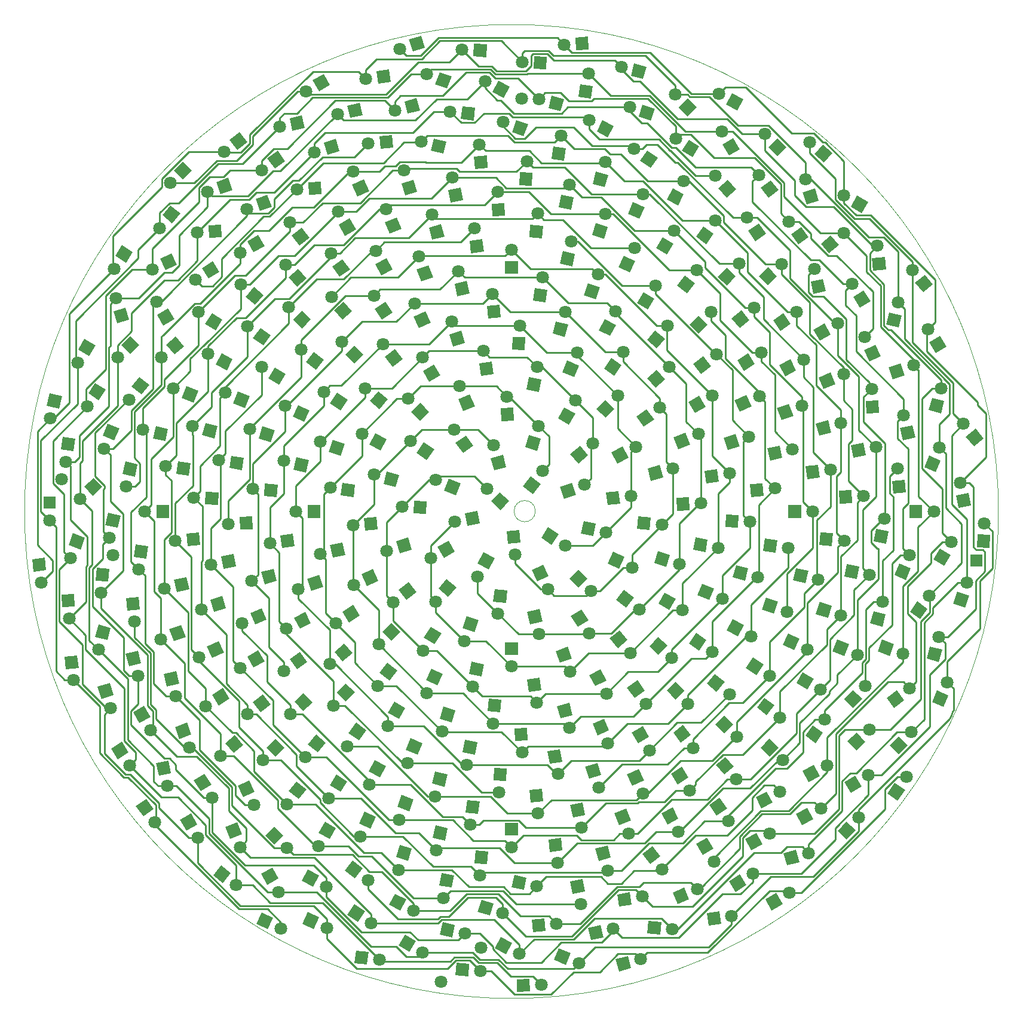
<source format=gtl>
G04 #@! TF.GenerationSoftware,KiCad,Pcbnew,5.1.9+dfsg1-1+deb11u1*
G04 #@! TF.CreationDate,2024-07-30T12:34:42+01:00*
G04 #@! TF.ProjectId,sunflower,73756e66-6c6f-4776-9572-2e6b69636164,rev?*
G04 #@! TF.SameCoordinates,Original*
G04 #@! TF.FileFunction,Copper,L1,Top*
G04 #@! TF.FilePolarity,Positive*
%FSLAX46Y46*%
G04 Gerber Fmt 4.6, Leading zero omitted, Abs format (unit mm)*
G04 Created by KiCad (PCBNEW 5.1.9+dfsg1-1+deb11u1) date 2024-07-30 12:34:42*
%MOMM*%
%LPD*%
G01*
G04 APERTURE LIST*
G04 #@! TA.AperFunction,Profile*
%ADD10C,0.050000*%
G04 #@! TD*
G04 #@! TA.AperFunction,ComponentPad*
%ADD11C,1.800000*%
G04 #@! TD*
G04 #@! TA.AperFunction,ComponentPad*
%ADD12R,1.800000X1.800000*%
G04 #@! TD*
G04 #@! TA.AperFunction,ComponentPad*
%ADD13C,0.100000*%
G04 #@! TD*
G04 #@! TA.AperFunction,Conductor*
%ADD14C,0.254000*%
G04 #@! TD*
G04 #@! TA.AperFunction,Conductor*
%ADD15C,0.250000*%
G04 #@! TD*
G04 APERTURE END LIST*
D10*
X169000000Y-100000000D02*
G75*
G03*
X169000000Y-100000000I-69000000J0D01*
G01*
X103370000Y-99951320D02*
G75*
G03*
X103370000Y-99951320I-1500000J0D01*
G01*
D11*
X90040000Y-166640000D03*
D12*
X165870000Y-106970000D03*
D11*
X101410000Y-41470000D03*
X43510000Y-106190000D03*
X36260000Y-95420000D03*
X95660000Y-161810000D03*
G04 #@! TA.AperFunction,ComponentPad*
D13*
G36*
X161228461Y-127711190D02*
G01*
X159565478Y-127022359D01*
X160254309Y-125359376D01*
X161917292Y-126048207D01*
X161228461Y-127711190D01*
G37*
G04 #@! TD.AperFunction*
D11*
X161713401Y-124188629D03*
G04 #@! TA.AperFunction,ComponentPad*
D13*
G36*
X46770823Y-141739315D02*
G01*
X48245297Y-140706877D01*
X49277735Y-142181351D01*
X47803261Y-143213789D01*
X46770823Y-141739315D01*
G37*
G04 #@! TD.AperFunction*
D11*
X49481163Y-144040979D03*
G04 #@! TA.AperFunction,ComponentPad*
D13*
G36*
X154853894Y-73957485D02*
G01*
X153103628Y-73537283D01*
X153523830Y-71787017D01*
X155274096Y-72207219D01*
X154853894Y-73957485D01*
G37*
G04 #@! TD.AperFunction*
D11*
X154781814Y-70402431D03*
G04 #@! TA.AperFunction,ComponentPad*
D13*
G36*
X148114479Y-139880350D02*
G01*
X147173981Y-138345598D01*
X148708733Y-137405100D01*
X149649231Y-138939852D01*
X148114479Y-139880350D01*
G37*
G04 #@! TD.AperFunction*
D11*
X150577312Y-137315579D03*
G04 #@! TA.AperFunction,ComponentPad*
D13*
G36*
X160127772Y-94433931D02*
G01*
X158464789Y-93745100D01*
X159153620Y-92082117D01*
X160816603Y-92770948D01*
X160127772Y-94433931D01*
G37*
G04 #@! TD.AperFunction*
D11*
X160612712Y-90911370D03*
G04 #@! TA.AperFunction,ComponentPad*
D13*
G36*
X89847546Y-159948947D02*
G01*
X90237137Y-158191614D01*
X91994470Y-158581205D01*
X91604879Y-160338538D01*
X89847546Y-159948947D01*
G37*
G04 #@! TD.AperFunction*
D11*
X93400800Y-159814832D03*
G04 #@! TA.AperFunction,ComponentPad*
D13*
G36*
X148446388Y-127845714D02*
G01*
X147119289Y-126629651D01*
X148335352Y-125302552D01*
X149662451Y-126518615D01*
X148446388Y-127845714D01*
G37*
G04 #@! TD.AperFunction*
D11*
X150106870Y-124701449D03*
G04 #@! TA.AperFunction,ComponentPad*
D13*
G36*
X45345355Y-120176700D02*
G01*
X47088021Y-119726016D01*
X47538705Y-121468682D01*
X45796039Y-121919366D01*
X45345355Y-120176700D01*
G37*
G04 #@! TD.AperFunction*
D11*
X47077996Y-123281787D03*
G04 #@! TA.AperFunction,ComponentPad*
D13*
G36*
X47286554Y-80916717D02*
G01*
X48695249Y-82037244D01*
X47574722Y-83445939D01*
X46166027Y-82325412D01*
X47286554Y-80916717D01*
G37*
G04 #@! TD.AperFunction*
D11*
X45849450Y-84169152D03*
G04 #@! TA.AperFunction,ComponentPad*
D13*
G36*
X152073463Y-86023698D02*
G01*
X150275176Y-86102213D01*
X150196661Y-84303926D01*
X151994948Y-84225411D01*
X152073463Y-86023698D01*
G37*
G04 #@! TD.AperFunction*
D11*
X151024268Y-82626230D03*
G04 #@! TA.AperFunction,ComponentPad*
D13*
G36*
X144538791Y-68783045D02*
G01*
X142781458Y-69172636D01*
X142391867Y-67415303D01*
X144149200Y-67025712D01*
X144538791Y-68783045D01*
G37*
G04 #@! TD.AperFunction*
D11*
X142915573Y-65619382D03*
G04 #@! TA.AperFunction,ComponentPad*
D13*
G36*
X99664316Y-98471696D02*
G01*
X98448253Y-99798795D01*
X97121154Y-98582732D01*
X98337217Y-97255633D01*
X99664316Y-98471696D01*
G37*
G04 #@! TD.AperFunction*
D11*
X96520051Y-96811214D03*
G04 #@! TA.AperFunction,ComponentPad*
D13*
G36*
X99339533Y-102777169D02*
G01*
X101132683Y-102620289D01*
X101289563Y-104413439D01*
X99496413Y-104570319D01*
X99339533Y-102777169D01*
G37*
G04 #@! TD.AperFunction*
D11*
X100535924Y-106125638D03*
G04 #@! TA.AperFunction,ComponentPad*
D13*
G36*
X103030706Y-97528720D02*
G01*
X101602670Y-96432950D01*
X102698440Y-95004914D01*
X104126476Y-96100684D01*
X103030706Y-97528720D01*
G37*
G04 #@! TD.AperFunction*
D11*
X104410827Y-94251699D03*
G04 #@! TA.AperFunction,ComponentPad*
D13*
G36*
X95185576Y-99935029D02*
G01*
X95498142Y-101707683D01*
X93725488Y-102020249D01*
X93412922Y-100247595D01*
X95185576Y-99935029D01*
G37*
G04 #@! TD.AperFunction*
D11*
X91954120Y-101418705D03*
G04 #@! TA.AperFunction,ComponentPad*
D13*
G36*
X104192559Y-103738075D02*
G01*
X105159699Y-102219971D01*
X106677803Y-103187111D01*
X105710663Y-104705215D01*
X104192559Y-103738075D01*
G37*
G04 #@! TD.AperFunction*
D11*
X107577395Y-104827335D03*
G04 #@! TA.AperFunction,ComponentPad*
D13*
G36*
X99243759Y-93700334D02*
G01*
X97505093Y-94166208D01*
X97039219Y-92427542D01*
X98777885Y-91961668D01*
X99243759Y-93700334D01*
G37*
G04 #@! TD.AperFunction*
D11*
X97484089Y-90610486D03*
G04 #@! TA.AperFunction,ComponentPad*
D13*
G36*
X95988915Y-105756106D02*
G01*
X97585535Y-106587254D01*
X96754387Y-108183874D01*
X95157767Y-107352726D01*
X95988915Y-105756106D01*
G37*
G04 #@! TD.AperFunction*
D11*
X95198809Y-109222998D03*
G04 #@! TA.AperFunction,ComponentPad*
D13*
G36*
X107438275Y-98250450D02*
G01*
X106822639Y-96559004D01*
X108514085Y-95943368D01*
X109129721Y-97634814D01*
X107438275Y-98250450D01*
G37*
G04 #@! TD.AperFunction*
D11*
X110363000Y-96228179D03*
G04 #@! TA.AperFunction,ComponentPad*
D13*
G36*
X92787082Y-96038156D02*
G01*
X92098251Y-97701139D01*
X90435268Y-97012308D01*
X91124099Y-95349325D01*
X92787082Y-96038156D01*
G37*
G04 #@! TD.AperFunction*
D11*
X89264521Y-95553216D03*
G04 #@! TA.AperFunction,ComponentPad*
D13*
G36*
X102877944Y-108301358D02*
G01*
X104509298Y-107540646D01*
X105270010Y-109172000D01*
X103638656Y-109932712D01*
X102877944Y-108301358D01*
G37*
G04 #@! TD.AperFunction*
D11*
X105147427Y-111038701D03*
G04 #@! TA.AperFunction,ComponentPad*
D13*
G36*
X103646599Y-91427434D02*
G01*
X101929908Y-90886163D01*
X102471179Y-89169472D01*
X104187870Y-89710743D01*
X103646599Y-91427434D01*
G37*
G04 #@! TD.AperFunction*
D11*
X103822683Y-87876013D03*
G04 #@! TA.AperFunction,ComponentPad*
D13*
G36*
X91079273Y-104111149D02*
G01*
X91979273Y-105669995D01*
X90420427Y-106569995D01*
X89520427Y-105011149D01*
X91079273Y-104111149D01*
G37*
G04 #@! TD.AperFunction*
D11*
X88550146Y-106610572D03*
G04 #@! TA.AperFunction,ComponentPad*
D13*
G36*
X109830935Y-103101321D02*
G01*
X110220527Y-101343989D01*
X111977859Y-101733581D01*
X111588267Y-103490913D01*
X109830935Y-103101321D01*
G37*
G04 #@! TD.AperFunction*
D11*
X113384189Y-102967209D03*
G04 #@! TA.AperFunction,ComponentPad*
D13*
G36*
X94577766Y-90687136D02*
G01*
X93103291Y-91719573D01*
X92070854Y-90245098D01*
X93545329Y-89212661D01*
X94577766Y-90687136D01*
G37*
G04 #@! TD.AperFunction*
D11*
X91867426Y-88385471D03*
G04 #@! TA.AperFunction,ComponentPad*
D13*
G36*
X97646874Y-110978571D02*
G01*
X99431474Y-111213519D01*
X99196526Y-112998119D01*
X97411926Y-112763171D01*
X97646874Y-110978571D01*
G37*
G04 #@! TD.AperFunction*
D11*
X98090162Y-114506615D03*
G04 #@! TA.AperFunction,ComponentPad*
D13*
G36*
X109487608Y-93213825D02*
G01*
X108330591Y-91834944D01*
X109709472Y-90677927D01*
X110866489Y-92056808D01*
X109487608Y-93213825D01*
G37*
G04 #@! TD.AperFunction*
D11*
X111544294Y-90313196D03*
G04 #@! TA.AperFunction,ComponentPad*
D13*
G36*
X87996017Y-98575031D02*
G01*
X87917502Y-100373318D01*
X86119215Y-100294803D01*
X86197730Y-98496516D01*
X87996017Y-98575031D01*
G37*
G04 #@! TD.AperFunction*
D11*
X84520034Y-99324123D03*
G04 #@! TA.AperFunction,ComponentPad*
D13*
G36*
X108179178Y-109451978D02*
G01*
X109451971Y-108179187D01*
X110724762Y-109451980D01*
X109451969Y-110724771D01*
X108179178Y-109451978D01*
G37*
G04 #@! TD.AperFunction*
D11*
X111248020Y-111248031D03*
G04 #@! TA.AperFunction,ComponentPad*
D13*
G36*
X100337847Y-87104788D02*
G01*
X98539561Y-87183302D01*
X98461047Y-85385016D01*
X100259333Y-85306502D01*
X100337847Y-87104788D01*
G37*
G04 #@! TD.AperFunction*
D11*
X99288655Y-83707320D03*
G04 #@! TA.AperFunction,ComponentPad*
D13*
G36*
X90787919Y-109578369D02*
G01*
X92166798Y-110735388D01*
X91009779Y-112114267D01*
X89630900Y-110957248D01*
X90787919Y-109578369D01*
G37*
G04 #@! TD.AperFunction*
D11*
X89266167Y-112792070D03*
G04 #@! TA.AperFunction,ComponentPad*
D13*
G36*
X113640670Y-99111946D02*
G01*
X113405724Y-97327346D01*
X115190324Y-97092400D01*
X115425270Y-98877000D01*
X113640670Y-99111946D01*
G37*
G04 #@! TD.AperFunction*
D11*
X116933767Y-97770637D03*
G04 #@! TA.AperFunction,ComponentPad*
D13*
G36*
X89038320Y-91225842D02*
G01*
X88005881Y-92700315D01*
X86531408Y-91667876D01*
X87563847Y-90193403D01*
X89038320Y-91225842D01*
G37*
G04 #@! TD.AperFunction*
D11*
X85704218Y-89989973D03*
G04 #@! TA.AperFunction,ComponentPad*
D13*
G36*
X102232777Y-114229657D02*
G01*
X103990110Y-113840066D01*
X104379701Y-115597399D01*
X102622368Y-115986990D01*
X102232777Y-114229657D01*
G37*
G04 #@! TD.AperFunction*
D11*
X103855995Y-117393320D03*
G04 #@! TA.AperFunction,ComponentPad*
D13*
G36*
X108145170Y-87692170D02*
G01*
X106586325Y-86792169D01*
X107486326Y-85233324D01*
X109045171Y-86133325D01*
X108145170Y-87692170D01*
G37*
G04 #@! TD.AperFunction*
D11*
X109085750Y-84263043D03*
G04 #@! TA.AperFunction,ComponentPad*
D13*
G36*
X85347311Y-103676288D02*
G01*
X85888580Y-105392979D01*
X84171889Y-105934248D01*
X83630620Y-104217557D01*
X85347311Y-103676288D01*
G37*
G04 #@! TD.AperFunction*
D11*
X82337158Y-105569060D03*
G04 #@! TA.AperFunction,ComponentPad*
D13*
G36*
X113596370Y-107333144D02*
G01*
X114357084Y-105701790D01*
X115988438Y-106462504D01*
X115227724Y-108093858D01*
X113596370Y-107333144D01*
G37*
G04 #@! TD.AperFunction*
D11*
X117094424Y-107971276D03*
G04 #@! TA.AperFunction,ComponentPad*
D13*
G36*
X94801665Y-85098264D02*
G01*
X93138682Y-85787093D01*
X92449853Y-84124110D01*
X94112836Y-83435281D01*
X94801665Y-85098264D01*
G37*
G04 #@! TD.AperFunction*
D11*
X92653745Y-82264533D03*
G04 #@! TA.AperFunction,ComponentPad*
D13*
G36*
X93652638Y-114807776D02*
G01*
X95344084Y-115423414D01*
X94728446Y-117114860D01*
X93037000Y-116499222D01*
X93652638Y-114807776D01*
G37*
G04 #@! TD.AperFunction*
D11*
X93321808Y-118348136D03*
G04 #@! TA.AperFunction,ComponentPad*
D13*
G36*
X114970379Y-93221573D02*
G01*
X114139233Y-91624953D01*
X115735853Y-90793807D01*
X116566999Y-92390427D01*
X114970379Y-93221573D01*
G37*
G04 #@! TD.AperFunction*
D11*
X117606124Y-90834850D03*
G04 #@! TA.AperFunction,ComponentPad*
D13*
G36*
X84076453Y-94801535D02*
G01*
X83610577Y-96540201D01*
X81871911Y-96074325D01*
X82337787Y-94335659D01*
X84076453Y-94801535D01*
G37*
G04 #@! TD.AperFunction*
D11*
X80520730Y-94780528D03*
G04 #@! TA.AperFunction,ComponentPad*
D13*
G36*
X108395868Y-114853944D02*
G01*
X109913974Y-113886806D01*
X110881112Y-115404912D01*
X109363006Y-116372050D01*
X108395868Y-114853944D01*
G37*
G04 #@! TD.AperFunction*
D11*
X111003230Y-117271644D03*
G04 #@! TA.AperFunction,ComponentPad*
D13*
G36*
X103898470Y-83073667D02*
G01*
X102125816Y-82761099D01*
X102438384Y-80988445D01*
X104211038Y-81301013D01*
X103898470Y-83073667D01*
G37*
G04 #@! TD.AperFunction*
D11*
X103609495Y-79529644D03*
G04 #@! TA.AperFunction,ComponentPad*
D13*
G36*
X85450417Y-110029842D02*
G01*
X86546186Y-111457879D01*
X85118149Y-112553648D01*
X84022380Y-111125611D01*
X85450417Y-110029842D01*
G37*
G04 #@! TD.AperFunction*
D11*
X83269165Y-112837997D03*
G04 #@! TA.AperFunction,ComponentPad*
D13*
G36*
X117800049Y-102460757D02*
G01*
X117956931Y-100667607D01*
X119750081Y-100824489D01*
X119593199Y-102617639D01*
X117800049Y-102460757D01*
G37*
G04 #@! TD.AperFunction*
D11*
X121305399Y-101864001D03*
G04 #@! TA.AperFunction,ComponentPad*
D13*
G36*
X88340477Y-85943669D02*
G01*
X87013376Y-87159730D01*
X85797315Y-85832629D01*
X87124416Y-84616568D01*
X88340477Y-85943669D01*
G37*
G04 #@! TD.AperFunction*
D11*
X85352898Y-84015463D03*
G04 #@! TA.AperFunction,ComponentPad*
D13*
G36*
X99099981Y-118529999D02*
G01*
X100899981Y-118530001D01*
X100899979Y-120330001D01*
X99099979Y-120329999D01*
X99099981Y-118529999D01*
G37*
G04 #@! TD.AperFunction*
D11*
X99999978Y-121970000D03*
G04 #@! TA.AperFunction,ComponentPad*
D13*
G36*
X113375151Y-86735780D02*
G01*
X112048053Y-85519716D01*
X113264117Y-84192618D01*
X114591215Y-85408682D01*
X113375151Y-86735780D01*
G37*
G04 #@! TD.AperFunction*
D11*
X115035636Y-83591517D03*
G04 #@! TA.AperFunction,ComponentPad*
D13*
G36*
X80897001Y-100767838D02*
G01*
X81053880Y-102560989D01*
X79260729Y-102717868D01*
X79103850Y-100924717D01*
X80897001Y-100767838D01*
G37*
G04 #@! TD.AperFunction*
D11*
X77548531Y-101964225D03*
G04 #@! TA.AperFunction,ComponentPad*
D13*
G36*
X114823515Y-112508935D02*
G01*
X115919287Y-111080901D01*
X117347321Y-112176673D01*
X116251549Y-113604707D01*
X114823515Y-112508935D01*
G37*
G04 #@! TD.AperFunction*
D11*
X118100534Y-113889060D03*
G04 #@! TA.AperFunction,ComponentPad*
D13*
G36*
X97474212Y-80492521D02*
G01*
X95701557Y-80805086D01*
X95388992Y-79032431D01*
X97161647Y-78719866D01*
X97474212Y-80492521D01*
G37*
G04 #@! TD.AperFunction*
D11*
X95990538Y-77261064D03*
G04 #@! TA.AperFunction,ComponentPad*
D13*
G36*
X88537503Y-116317432D02*
G01*
X90055606Y-117284573D01*
X89088465Y-118802676D01*
X87570362Y-117835535D01*
X88537503Y-116317432D01*
G37*
G04 #@! TD.AperFunction*
D11*
X87448240Y-119702266D03*
G04 #@! TA.AperFunction,ComponentPad*
D13*
G36*
X119733590Y-95644174D02*
G01*
X119267717Y-93905507D01*
X121006384Y-93439634D01*
X121472257Y-95178301D01*
X119733590Y-95644174D01*
G37*
G04 #@! TD.AperFunction*
D11*
X122823439Y-93884506D03*
G04 #@! TA.AperFunction,ComponentPad*
D13*
G36*
X82273409Y-89757449D02*
G01*
X81442260Y-91354068D01*
X79845641Y-90522919D01*
X80676790Y-88926300D01*
X82273409Y-89757449D01*
G37*
G04 #@! TD.AperFunction*
D11*
X78806519Y-88967340D03*
G04 #@! TA.AperFunction,ComponentPad*
D13*
G36*
X106239101Y-119773287D02*
G01*
X107930549Y-119157653D01*
X108546183Y-120849101D01*
X106854735Y-121464735D01*
X106239101Y-119773287D01*
G37*
G04 #@! TD.AperFunction*
D11*
X108261370Y-122698014D03*
G04 #@! TA.AperFunction,ComponentPad*
D13*
G36*
X108857652Y-80967620D02*
G01*
X107194670Y-80278788D01*
X107883502Y-78615806D01*
X109546484Y-79304638D01*
X108857652Y-80967620D01*
G37*
G04 #@! TD.AperFunction*
D11*
X109342595Y-77445061D03*
G04 #@! TA.AperFunction,ComponentPad*
D13*
G36*
X80379591Y-108156077D02*
G01*
X81140302Y-109787432D01*
X79508947Y-110548143D01*
X78748236Y-108916788D01*
X80379591Y-108156077D01*
G37*
G04 #@! TD.AperFunction*
D11*
X77642245Y-110425558D03*
G04 #@! TA.AperFunction,ComponentPad*
D13*
G36*
X120217111Y-107318137D02*
G01*
X120758383Y-105601447D01*
X122475073Y-106142719D01*
X121933801Y-107859409D01*
X120217111Y-107318137D01*
G37*
G04 #@! TD.AperFunction*
D11*
X123768532Y-107494224D03*
G04 #@! TA.AperFunction,ComponentPad*
D13*
G36*
X89913298Y-80729262D02*
G01*
X88354451Y-81629259D01*
X87454454Y-80070412D01*
X89013301Y-79170415D01*
X89913298Y-80729262D01*
G37*
G04 #@! TD.AperFunction*
D11*
X87413878Y-78200131D03*
G04 #@! TA.AperFunction,ComponentPad*
D13*
G36*
X94363962Y-121264182D02*
G01*
X96121294Y-121653776D01*
X95731700Y-123411108D01*
X93974368Y-123021514D01*
X94363962Y-121264182D01*
G37*
G04 #@! TD.AperFunction*
D11*
X94498071Y-124817437D03*
G04 #@! TA.AperFunction,ComponentPad*
D13*
G36*
X118722040Y-87989421D02*
G01*
X117689605Y-86514946D01*
X119164080Y-85482511D01*
X120196515Y-86956986D01*
X118722040Y-87989421D01*
G37*
G04 #@! TD.AperFunction*
D11*
X121023708Y-85279084D03*
G04 #@! TA.AperFunction,ComponentPad*
D13*
G36*
X77841767Y-96175015D02*
G01*
X77606817Y-97959615D01*
X75822217Y-97724665D01*
X76057167Y-95940065D01*
X77841767Y-96175015D01*
G37*
G04 #@! TD.AperFunction*
D11*
X74313722Y-96618300D03*
G04 #@! TA.AperFunction,ComponentPad*
D13*
G36*
X113907150Y-117974099D02*
G01*
X115286032Y-116817083D01*
X116443048Y-118195965D01*
X115064166Y-119352981D01*
X113907150Y-117974099D01*
G37*
G04 #@! TD.AperFunction*
D11*
X116807777Y-120030788D03*
G04 #@! TA.AperFunction,ComponentPad*
D13*
G36*
X101900085Y-77114721D02*
G01*
X100101798Y-77036204D01*
X100180315Y-75237917D01*
X101978602Y-75316434D01*
X101900085Y-77114721D01*
G37*
G04 #@! TD.AperFunction*
D11*
X101150996Y-73638737D03*
G04 #@! TA.AperFunction,ComponentPad*
D13*
G36*
X82971276Y-115755883D02*
G01*
X84244066Y-117028677D01*
X82971272Y-118301467D01*
X81698482Y-117028673D01*
X82971276Y-115755883D01*
G37*
G04 #@! TD.AperFunction*
D11*
X81175220Y-118824723D03*
G04 #@! TA.AperFunction,ComponentPad*
D13*
G36*
X123432856Y-99877794D02*
G01*
X123354343Y-98079507D01*
X125152630Y-98000994D01*
X125231143Y-99799281D01*
X123432856Y-99877794D01*
G37*
G04 #@! TD.AperFunction*
D11*
X126830325Y-98828604D03*
G04 #@! TA.AperFunction,ComponentPad*
D13*
G36*
X82463547Y-84110254D02*
G01*
X81306527Y-85489132D01*
X79927649Y-84332112D01*
X81084669Y-82953234D01*
X82463547Y-84110254D01*
G37*
G04 #@! TD.AperFunction*
D11*
X79249848Y-82588499D03*
G04 #@! TA.AperFunction,ComponentPad*
D13*
G36*
X102224226Y-123790136D02*
G01*
X104008827Y-123555191D01*
X104243772Y-125339792D01*
X102459171Y-125574737D01*
X102224226Y-123790136D01*
G37*
G04 #@! TD.AperFunction*
D11*
X103565531Y-127083234D03*
G04 #@! TA.AperFunction,ComponentPad*
D13*
G36*
X114562993Y-80771060D02*
G01*
X113088521Y-79738620D01*
X114120961Y-78264148D01*
X115595433Y-79296588D01*
X114562993Y-80771060D01*
G37*
G04 #@! TD.AperFunction*
D11*
X115798865Y-77436960D03*
G04 #@! TA.AperFunction,ComponentPad*
D13*
G36*
X76051961Y-104387260D02*
G01*
X76441549Y-106144594D01*
X74684215Y-106534182D01*
X74294627Y-104776848D01*
X76051961Y-104387260D01*
G37*
G04 #@! TD.AperFunction*
D11*
X72888296Y-106010473D03*
G04 #@! TA.AperFunction,ComponentPad*
D13*
G36*
X120814007Y-113056250D02*
G01*
X121714009Y-111497406D01*
X123272853Y-112397408D01*
X122372851Y-113956252D01*
X120814007Y-113056250D01*
G37*
G04 #@! TD.AperFunction*
D11*
X124243132Y-113996833D03*
G04 #@! TA.AperFunction,ComponentPad*
D13*
G36*
X93408290Y-76100671D02*
G01*
X91691599Y-76641938D01*
X91150332Y-74925247D01*
X92867023Y-74383980D01*
X93408290Y-76100671D01*
G37*
G04 #@! TD.AperFunction*
D11*
X91515523Y-73090517D03*
G04 #@! TA.AperFunction,ComponentPad*
D13*
G36*
X88620802Y-122273084D02*
G01*
X90252155Y-123033799D01*
X89491440Y-124665152D01*
X87860087Y-123904437D01*
X88620802Y-122273084D01*
G37*
G04 #@! TD.AperFunction*
D11*
X87982667Y-125771138D03*
G04 #@! TA.AperFunction,ComponentPad*
D13*
G36*
X123638691Y-91182735D02*
G01*
X122949864Y-89519750D01*
X124612849Y-88830923D01*
X125301676Y-90493908D01*
X123638691Y-91182735D01*
G37*
G04 #@! TD.AperFunction*
D11*
X126472426Y-89034817D03*
G04 #@! TA.AperFunction,ComponentPad*
D13*
G36*
X76411452Y-90456663D02*
G01*
X75795813Y-92148108D01*
X74104368Y-91532469D01*
X74720007Y-89841024D01*
X76411452Y-90456663D01*
G37*
G04 #@! TD.AperFunction*
D11*
X72871092Y-90125830D03*
G04 #@! TA.AperFunction,ComponentPad*
D13*
G36*
X111043094Y-123162800D02*
G01*
X112639715Y-122331655D01*
X113470860Y-123928276D01*
X111874239Y-124759421D01*
X111043094Y-123162800D01*
G37*
G04 #@! TD.AperFunction*
D11*
X113429815Y-125798548D03*
G04 #@! TA.AperFunction,ComponentPad*
D13*
G36*
X107561905Y-75256107D02*
G01*
X105823239Y-74790229D01*
X106289117Y-73051563D01*
X108027783Y-73517441D01*
X107561905Y-75256107D01*
G37*
G04 #@! TD.AperFunction*
D11*
X107582915Y-71700385D03*
G04 #@! TA.AperFunction,ComponentPad*
D13*
G36*
X77529640Y-113248021D02*
G01*
X78496776Y-114766127D01*
X76978670Y-115733263D01*
X76011534Y-114215157D01*
X77529640Y-113248021D01*
G37*
G04 #@! TD.AperFunction*
D11*
X75111939Y-115855378D03*
G04 #@! TA.AperFunction,ComponentPad*
D13*
G36*
X125723892Y-105449751D02*
G01*
X126036462Y-103677097D01*
X127809116Y-103989667D01*
X127496546Y-105762321D01*
X125723892Y-105449751D01*
G37*
G04 #@! TD.AperFunction*
D11*
X129267914Y-105160781D03*
G04 #@! TA.AperFunction,ComponentPad*
D13*
G36*
X84589277Y-78437859D02*
G01*
X83161239Y-79533627D01*
X82065471Y-78105589D01*
X83493509Y-77009821D01*
X84589277Y-78437859D01*
G37*
G04 #@! TD.AperFunction*
D11*
X81781124Y-76256604D03*
G04 #@! TA.AperFunction,ComponentPad*
D13*
G36*
X96776770Y-126514743D02*
G01*
X98569920Y-126671627D01*
X98413036Y-128464777D01*
X96619886Y-128307893D01*
X96776770Y-126514743D01*
G37*
G04 #@! TD.AperFunction*
D11*
X97373523Y-130020094D03*
G04 #@! TA.AperFunction,ComponentPad*
D13*
G36*
X120440986Y-82490068D02*
G01*
X119224926Y-81162966D01*
X120552028Y-79946906D01*
X121768088Y-81274008D01*
X120440986Y-82490068D01*
G37*
G04 #@! TD.AperFunction*
D11*
X122369195Y-79502491D03*
G04 #@! TA.AperFunction,ComponentPad*
D13*
G36*
X72895781Y-99099946D02*
G01*
X72895777Y-100899946D01*
X71095777Y-100899942D01*
X71095781Y-99099942D01*
X72895781Y-99099946D01*
G37*
G04 #@! TD.AperFunction*
D11*
X69455779Y-99999938D03*
G04 #@! TA.AperFunction,ComponentPad*
D13*
G36*
X119524625Y-119111805D02*
G01*
X120740690Y-117784708D01*
X122067787Y-119000773D01*
X120851722Y-120327870D01*
X119524625Y-119111805D01*
G37*
G04 #@! TD.AperFunction*
D11*
X122668886Y-120772291D03*
G04 #@! TA.AperFunction,ComponentPad*
D13*
G36*
X98499150Y-72518210D02*
G01*
X96705999Y-72675087D01*
X96549122Y-70881936D01*
X98342273Y-70725059D01*
X98499150Y-72518210D01*
G37*
G04 #@! TD.AperFunction*
D11*
X97302766Y-69169739D03*
G04 #@! TA.AperFunction,ComponentPad*
D13*
G36*
X82418451Y-121434214D02*
G01*
X83846485Y-122529988D01*
X82750711Y-123958022D01*
X81322677Y-122862248D01*
X82418451Y-121434214D01*
G37*
G04 #@! TD.AperFunction*
D11*
X81038323Y-124711232D03*
G04 #@! TA.AperFunction,ComponentPad*
D13*
G36*
X127638734Y-96040490D02*
G01*
X127326171Y-94267835D01*
X129098826Y-93955272D01*
X129411389Y-95727927D01*
X127638734Y-96040490D01*
G37*
G04 #@! TD.AperFunction*
D11*
X130870192Y-94556819D03*
G04 #@! TA.AperFunction,ComponentPad*
D13*
G36*
X76781246Y-84140830D02*
G01*
X75814103Y-85658933D01*
X74296000Y-84691790D01*
X75263143Y-83173687D01*
X76781246Y-84140830D01*
G37*
G04 #@! TD.AperFunction*
D11*
X73396411Y-83051564D03*
G04 #@! TA.AperFunction,ComponentPad*
D13*
G36*
X106455075Y-127568241D02*
G01*
X108193743Y-127102371D01*
X108659613Y-128841039D01*
X106920945Y-129306909D01*
X106455075Y-127568241D01*
G37*
G04 #@! TD.AperFunction*
D11*
X108214740Y-130658094D03*
G04 #@! TA.AperFunction,ComponentPad*
D13*
G36*
X113955554Y-75140877D02*
G01*
X112358937Y-74309726D01*
X113190088Y-72713109D01*
X114786705Y-73544260D01*
X113955554Y-75140877D01*
G37*
G04 #@! TD.AperFunction*
D11*
X114745667Y-71673989D03*
G04 #@! TA.AperFunction,ComponentPad*
D13*
G36*
X72734507Y-108966000D02*
G01*
X73350139Y-110657448D01*
X71658691Y-111273080D01*
X71043059Y-109581632D01*
X72734507Y-108966000D01*
G37*
G04 #@! TD.AperFunction*
D11*
X69809777Y-110988266D03*
G04 #@! TA.AperFunction,ComponentPad*
D13*
G36*
X126337199Y-111883448D02*
G01*
X127026033Y-110220466D01*
X128689015Y-110909300D01*
X128000181Y-112572282D01*
X126337199Y-111883448D01*
G37*
G04 #@! TD.AperFunction*
D11*
X129859759Y-112368396D03*
G04 #@! TA.AperFunction,ComponentPad*
D13*
G36*
X88529769Y-73272272D02*
G01*
X86898414Y-74032981D01*
X86137705Y-72401626D01*
X87769060Y-71640917D01*
X88529769Y-73272272D01*
G37*
G04 #@! TD.AperFunction*
D11*
X86260291Y-70534925D03*
G04 #@! TA.AperFunction,ComponentPad*
D13*
G36*
X90342640Y-127636050D02*
G01*
X92059329Y-128177325D01*
X91518054Y-129894014D01*
X89801365Y-129352739D01*
X90342640Y-127636050D01*
G37*
G04 #@! TD.AperFunction*
D11*
X90166549Y-131187472D03*
G04 #@! TA.AperFunction,ComponentPad*
D13*
G36*
X125954283Y-86054597D02*
G01*
X125054287Y-84495749D01*
X126613135Y-83595753D01*
X127513131Y-85154601D01*
X125954283Y-86054597D01*
G37*
G04 #@! TD.AperFunction*
D11*
X128483417Y-83555181D03*
G04 #@! TA.AperFunction,ComponentPad*
D13*
G36*
X71259910Y-92706552D02*
G01*
X70870314Y-94463884D01*
X69112982Y-94074288D01*
X69502578Y-92316956D01*
X71259910Y-92706552D01*
G37*
G04 #@! TD.AperFunction*
D11*
X67706656Y-92840658D03*
G04 #@! TA.AperFunction,ComponentPad*
D13*
G36*
X116369037Y-124946635D02*
G01*
X117843513Y-123914201D01*
X118875947Y-125388677D01*
X117401471Y-126421111D01*
X116369037Y-124946635D01*
G37*
G04 #@! TD.AperFunction*
D11*
X119079372Y-127248306D03*
G04 #@! TA.AperFunction,ComponentPad*
D13*
G36*
X104809393Y-70364763D02*
G01*
X103024793Y-70129811D01*
X103259745Y-68345211D01*
X105044345Y-68580163D01*
X104809393Y-70364763D01*
G37*
G04 #@! TD.AperFunction*
D11*
X104366111Y-66836717D03*
G04 #@! TA.AperFunction,ComponentPad*
D13*
G36*
X76291599Y-118718746D02*
G01*
X77448614Y-120097629D01*
X76069731Y-121254644D01*
X74912716Y-119875761D01*
X76291599Y-118718746D01*
G37*
G04 #@! TD.AperFunction*
D11*
X74234909Y-121619371D03*
G04 #@! TA.AperFunction,ComponentPad*
D13*
G36*
X130309060Y-102224255D02*
G01*
X130387579Y-100425968D01*
X132185866Y-100504487D01*
X132107347Y-102302774D01*
X130309060Y-102224255D01*
G37*
G04 #@! TD.AperFunction*
D11*
X133785045Y-101475171D03*
G04 #@! TA.AperFunction,ComponentPad*
D13*
G36*
X79027570Y-77754669D02*
G01*
X77754775Y-79027458D01*
X76481986Y-77754663D01*
X77754781Y-76481874D01*
X79027570Y-77754669D01*
G37*
G04 #@! TD.AperFunction*
D11*
X75958732Y-75958610D03*
G04 #@! TA.AperFunction,ComponentPad*
D13*
G36*
X100441678Y-130750903D02*
G01*
X102239965Y-130672392D01*
X102318476Y-132470679D01*
X100520189Y-132549190D01*
X100441678Y-130750903D01*
G37*
G04 #@! TD.AperFunction*
D11*
X101490863Y-134148373D03*
G04 #@! TA.AperFunction,ComponentPad*
D13*
G36*
X120565288Y-76891519D02*
G01*
X119186411Y-75734498D01*
X120343432Y-74355621D01*
X121722309Y-75512642D01*
X120565288Y-76891519D01*
G37*
G04 #@! TD.AperFunction*
D11*
X122087046Y-73677822D03*
G04 #@! TA.AperFunction,ComponentPad*
D13*
G36*
X69047992Y-103167061D02*
G01*
X69282935Y-104951662D01*
X67498334Y-105186605D01*
X67263391Y-103402004D01*
X69047992Y-103167061D01*
G37*
G04 #@! TD.AperFunction*
D11*
X65754893Y-104508363D03*
G04 #@! TA.AperFunction,ComponentPad*
D13*
G36*
X125105982Y-118678195D02*
G01*
X126138423Y-117203724D01*
X127612894Y-118236165D01*
X126580453Y-119710636D01*
X125105982Y-118678195D01*
G37*
G04 #@! TD.AperFunction*
D11*
X128440080Y-119914070D03*
G04 #@! TA.AperFunction,ComponentPad*
D13*
G36*
X94070328Y-69094392D02*
G01*
X92312994Y-69483978D01*
X91923408Y-67726644D01*
X93680742Y-67337058D01*
X94070328Y-69094392D01*
G37*
G04 #@! TD.AperFunction*
D11*
X92447118Y-65930724D03*
G04 #@! TA.AperFunction,ComponentPad*
D13*
G36*
X83404025Y-126944900D02*
G01*
X84962869Y-127844904D01*
X84062865Y-129403748D01*
X82504021Y-128503744D01*
X83404025Y-126944900D01*
G37*
G04 #@! TD.AperFunction*
D11*
X82463439Y-130374026D03*
G04 #@! TA.AperFunction,ComponentPad*
D13*
G36*
X130607021Y-91293410D02*
G01*
X130065755Y-89576718D01*
X131782447Y-89035452D01*
X132323713Y-90752144D01*
X130607021Y-91293410D01*
G37*
G04 #@! TD.AperFunction*
D11*
X133617178Y-89400645D03*
G04 #@! TA.AperFunction,ComponentPad*
D13*
G36*
X71393720Y-85667536D02*
G01*
X70633002Y-87298888D01*
X69001650Y-86538170D01*
X69762368Y-84906818D01*
X71393720Y-85667536D01*
G37*
G04 #@! TD.AperFunction*
D11*
X67895667Y-85029397D03*
G04 #@! TA.AperFunction,ComponentPad*
D13*
G36*
X111474402Y-130053703D02*
G01*
X113137387Y-129364878D01*
X113826212Y-131027863D01*
X112163227Y-131716688D01*
X111474402Y-130053703D01*
G37*
G04 #@! TD.AperFunction*
D11*
X113622317Y-132887439D03*
G04 #@! TA.AperFunction,ComponentPad*
D13*
G36*
X111903318Y-69927589D02*
G01*
X110211873Y-69311948D01*
X110827514Y-67620503D01*
X112518959Y-68236144D01*
X111903318Y-69927589D01*
G37*
G04 #@! TD.AperFunction*
D11*
X112234154Y-66387230D03*
G04 #@! TA.AperFunction,ComponentPad*
D13*
G36*
X70754696Y-114209394D02*
G01*
X71585839Y-115806015D01*
X69989218Y-116637158D01*
X69158075Y-115040537D01*
X70754696Y-114209394D01*
G37*
G04 #@! TD.AperFunction*
D11*
X68118947Y-116596112D03*
G04 #@! TA.AperFunction,ComponentPad*
D13*
G36*
X131327013Y-109325892D02*
G01*
X131792892Y-107587227D01*
X133531557Y-108053106D01*
X133065678Y-109791771D01*
X131327013Y-109325892D01*
G37*
G04 #@! TD.AperFunction*
D11*
X134882735Y-109346907D03*
G04 #@! TA.AperFunction,ComponentPad*
D13*
G36*
X83112239Y-71816306D02*
G01*
X81594132Y-72783441D01*
X80626997Y-71265334D01*
X82145104Y-70298199D01*
X83112239Y-71816306D01*
G37*
G04 #@! TD.AperFunction*
D11*
X80504884Y-69398602D03*
G04 #@! TA.AperFunction,ComponentPad*
D13*
G36*
X93380891Y-132355388D02*
G01*
X95153544Y-132667959D01*
X94840973Y-134440612D01*
X93068320Y-134128041D01*
X93380891Y-132355388D01*
G37*
G04 #@! TD.AperFunction*
D11*
X93669858Y-135899410D03*
G04 #@! TA.AperFunction,ComponentPad*
D13*
G36*
X126872978Y-80514187D02*
G01*
X125777211Y-79086148D01*
X127205250Y-77990381D01*
X128301017Y-79418420D01*
X126872978Y-80514187D01*
G37*
G04 #@! TD.AperFunction*
D11*
X129054236Y-77706036D03*
G04 #@! TA.AperFunction,ComponentPad*
D13*
G36*
X66855434Y-96196690D02*
G01*
X66698548Y-97989840D01*
X64905398Y-97832954D01*
X65062284Y-96039804D01*
X66855434Y-96196690D01*
G37*
G04 #@! TD.AperFunction*
D11*
X63350082Y-96793438D03*
G04 #@! TA.AperFunction,ComponentPad*
D13*
G36*
X121980183Y-125319478D02*
G01*
X123307286Y-124103419D01*
X124523345Y-125430522D01*
X123196242Y-126646581D01*
X121980183Y-125319478D01*
G37*
G04 #@! TD.AperFunction*
D11*
X124967758Y-127247690D03*
G04 #@! TA.AperFunction,ComponentPad*
D13*
G36*
X100900101Y-66316551D02*
G01*
X99100101Y-66316545D01*
X99100107Y-64516545D01*
X100900107Y-64516551D01*
X100900101Y-66316551D01*
G37*
G04 #@! TD.AperFunction*
D11*
X100000112Y-62876548D03*
G04 #@! TA.AperFunction,ComponentPad*
D13*
G36*
X76468284Y-124348040D02*
G01*
X77795380Y-125564106D01*
X76579314Y-126891202D01*
X75252218Y-125675136D01*
X76468284Y-124348040D01*
G37*
G04 #@! TD.AperFunction*
D11*
X74807795Y-127492301D03*
G04 #@! TA.AperFunction,ComponentPad*
D13*
G36*
X133962918Y-97932173D02*
G01*
X133806043Y-96139022D01*
X135599194Y-95982147D01*
X135756069Y-97775298D01*
X133962918Y-97932173D01*
G37*
G04 #@! TD.AperFunction*
D11*
X137311392Y-96735792D03*
G04 #@! TA.AperFunction,ComponentPad*
D13*
G36*
X73432717Y-78479648D02*
G01*
X72336942Y-79907681D01*
X70908909Y-78811906D01*
X72004684Y-77383873D01*
X73432717Y-78479648D01*
G37*
G04 #@! TD.AperFunction*
D11*
X70155701Y-77099517D03*
G04 #@! TA.AperFunction,ComponentPad*
D13*
G36*
X105076883Y-133975944D02*
G01*
X106849538Y-133663383D01*
X107162099Y-135436038D01*
X105389444Y-135748599D01*
X105076883Y-133975944D01*
G37*
G04 #@! TD.AperFunction*
D11*
X106560549Y-137207405D03*
G04 #@! TA.AperFunction,ComponentPad*
D13*
G36*
X119298130Y-71383250D02*
G01*
X117780028Y-70416106D01*
X118747172Y-68898004D01*
X120265274Y-69865148D01*
X119298130Y-71383250D01*
G37*
G04 #@! TD.AperFunction*
D11*
X120387399Y-67998417D03*
G04 #@! TA.AperFunction,ComponentPad*
D13*
G36*
X66282330Y-108102760D02*
G01*
X66748198Y-109841428D01*
X65009530Y-110307296D01*
X64543662Y-108568628D01*
X66282330Y-108102760D01*
G37*
G04 #@! TD.AperFunction*
D11*
X63192476Y-109862420D03*
G04 #@! TA.AperFunction,ComponentPad*
D13*
G36*
X130476412Y-116879786D02*
G01*
X131307565Y-115283169D01*
X132904182Y-116114322D01*
X132073029Y-117710939D01*
X130476412Y-116879786D01*
G37*
G04 #@! TD.AperFunction*
D11*
X133943301Y-117669902D03*
G04 #@! TA.AperFunction,ComponentPad*
D13*
G36*
X88879355Y-66814521D02*
G01*
X87187906Y-67430152D01*
X86572275Y-65738703D01*
X88263724Y-65123072D01*
X88879355Y-66814521D01*
G37*
G04 #@! TD.AperFunction*
D11*
X86857091Y-63889790D03*
G04 #@! TA.AperFunction,ComponentPad*
D13*
G36*
X85718054Y-132127554D02*
G01*
X87381035Y-132816389D01*
X86692200Y-134479370D01*
X85029219Y-133790535D01*
X85718054Y-132127554D01*
G37*
G04 #@! TD.AperFunction*
D11*
X85233103Y-135650112D03*
G04 #@! TA.AperFunction,ComponentPad*
D13*
G36*
X132379042Y-85894572D02*
G01*
X131618335Y-84263215D01*
X133249692Y-83502508D01*
X134010399Y-85133865D01*
X132379042Y-85894572D01*
G37*
G04 #@! TD.AperFunction*
D11*
X135116393Y-83625098D03*
G04 #@! TA.AperFunction,ComponentPad*
D13*
G36*
X66447047Y-88476995D02*
G01*
X65905771Y-90193683D01*
X64189083Y-89652407D01*
X64730359Y-87935719D01*
X66447047Y-88476995D01*
G37*
G04 #@! TD.AperFunction*
D11*
X62895627Y-88300901D03*
G04 #@! TA.AperFunction,ComponentPad*
D13*
G36*
X117031901Y-131300356D02*
G01*
X118590750Y-130400361D01*
X119490745Y-131959210D01*
X117931896Y-132859205D01*
X117031901Y-131300356D01*
G37*
G04 #@! TD.AperFunction*
D11*
X119531315Y-133829491D03*
G04 #@! TA.AperFunction,ComponentPad*
D13*
G36*
X108622994Y-65262953D02*
G01*
X106865663Y-64873356D01*
X107255260Y-63116025D01*
X109012591Y-63505622D01*
X108622994Y-65262953D01*
G37*
G04 #@! TD.AperFunction*
D11*
X108488891Y-61709699D03*
G04 #@! TA.AperFunction,ComponentPad*
D13*
G36*
X70046260Y-119874988D02*
G01*
X71078693Y-121349465D01*
X69604216Y-122381898D01*
X68571783Y-120907421D01*
X70046260Y-119874988D01*
G37*
G04 #@! TD.AperFunction*
D11*
X67744586Y-122585321D03*
G04 #@! TA.AperFunction,ComponentPad*
D13*
G36*
X135666083Y-105603419D02*
G01*
X135901037Y-103818819D01*
X137685637Y-104053773D01*
X137450683Y-105838373D01*
X135666083Y-105603419D01*
G37*
G04 #@! TD.AperFunction*
D11*
X139194128Y-105160142D03*
G04 #@! TA.AperFunction,ComponentPad*
D13*
G36*
X77390046Y-71654160D02*
G01*
X76011162Y-72811172D01*
X74854150Y-71432288D01*
X76233034Y-70275276D01*
X77390046Y-71654160D01*
G37*
G04 #@! TD.AperFunction*
D11*
X74489424Y-69597466D03*
G04 #@! TA.AperFunction,ComponentPad*
D13*
G36*
X97512889Y-136328260D02*
G01*
X99311176Y-136406781D01*
X99232655Y-138205068D01*
X97434368Y-138126547D01*
X97512889Y-136328260D01*
G37*
G04 #@! TD.AperFunction*
D11*
X98261970Y-139804246D03*
G04 #@! TA.AperFunction,ComponentPad*
D13*
G36*
X126485589Y-74787384D02*
G01*
X125212801Y-73514588D01*
X126485597Y-72241800D01*
X127758385Y-73514596D01*
X126485589Y-74787384D01*
G37*
G04 #@! TD.AperFunction*
D11*
X128281651Y-71718548D03*
G04 #@! TA.AperFunction,ComponentPad*
D13*
G36*
X63286153Y-100701973D02*
G01*
X63364662Y-102500260D01*
X61566375Y-102578769D01*
X61487866Y-100780482D01*
X63286153Y-100701973D01*
G37*
G04 #@! TD.AperFunction*
D11*
X59888682Y-101751155D03*
G04 #@! TA.AperFunction,ComponentPad*
D13*
G36*
X127659559Y-124384165D02*
G01*
X128816581Y-123005289D01*
X130195457Y-124162311D01*
X129038435Y-125541187D01*
X127659559Y-124384165D01*
G37*
G04 #@! TD.AperFunction*
D11*
X130873256Y-125905926D03*
G04 #@! TA.AperFunction,ComponentPad*
D13*
G36*
X96061076Y-63184709D02*
G01*
X94276475Y-63419650D01*
X94041534Y-61635049D01*
X95826135Y-61400108D01*
X96061076Y-63184709D01*
G37*
G04 #@! TD.AperFunction*
D11*
X94719777Y-59891607D03*
G04 #@! TA.AperFunction,ComponentPad*
D13*
G36*
X77945083Y-129928350D02*
G01*
X79419552Y-130960793D01*
X78387109Y-132435262D01*
X76912640Y-131402819D01*
X77945083Y-129928350D01*
G37*
G04 #@! TD.AperFunction*
D11*
X76709204Y-133262446D03*
G04 #@! TA.AperFunction,ComponentPad*
D13*
G36*
X136627313Y-92801912D02*
G01*
X136237728Y-91044577D01*
X137995063Y-90654992D01*
X138384648Y-92412327D01*
X136627313Y-92801912D01*
G37*
G04 #@! TD.AperFunction*
D11*
X139790982Y-91178704D03*
G04 #@! TA.AperFunction,ComponentPad*
D13*
G36*
X68002280Y-80486718D02*
G01*
X67102274Y-82045560D01*
X65543432Y-81145554D01*
X66443438Y-79586712D01*
X68002280Y-80486718D01*
G37*
G04 #@! TD.AperFunction*
D11*
X64573156Y-79546128D03*
G04 #@! TA.AperFunction,ComponentPad*
D13*
G36*
X110453273Y-136146970D02*
G01*
X112169965Y-135605706D01*
X112711229Y-137322398D01*
X110994537Y-137863662D01*
X110453273Y-136146970D01*
G37*
G04 #@! TD.AperFunction*
D11*
X112346035Y-139157128D03*
G04 #@! TA.AperFunction,ComponentPad*
D13*
G36*
X116776675Y-66152222D02*
G01*
X115145324Y-65391503D01*
X115906043Y-63760152D01*
X117537394Y-64520871D01*
X116776675Y-66152222D01*
G37*
G04 #@! TD.AperFunction*
D11*
X117414817Y-62654169D03*
G04 #@! TA.AperFunction,ComponentPad*
D13*
G36*
X64626292Y-113677961D02*
G01*
X65315116Y-115340947D01*
X63652130Y-116029771D01*
X62963306Y-114366785D01*
X64626292Y-113677961D01*
G37*
G04 #@! TD.AperFunction*
D11*
X61792553Y-115825874D03*
G04 #@! TA.AperFunction,ComponentPad*
D13*
G36*
X135460183Y-113864365D02*
G01*
X136075826Y-112172920D01*
X137767271Y-112788563D01*
X137151628Y-114480008D01*
X135460183Y-113864365D01*
G37*
G04 #@! TD.AperFunction*
D11*
X139000543Y-114195204D03*
G04 #@! TA.AperFunction,ComponentPad*
D13*
G36*
X83154465Y-65690601D02*
G01*
X81557842Y-66521742D01*
X80726701Y-64925119D01*
X82323324Y-64093978D01*
X83154465Y-65690601D01*
G37*
G04 #@! TD.AperFunction*
D11*
X80767751Y-63054848D03*
G04 #@! TA.AperFunction,ComponentPad*
D13*
G36*
X89202660Y-136818316D02*
G01*
X90941325Y-137284197D01*
X90475444Y-139022862D01*
X88736779Y-138556981D01*
X89202660Y-136818316D01*
G37*
G04 #@! TD.AperFunction*
D11*
X89181642Y-140374039D03*
G04 #@! TA.AperFunction,ComponentPad*
D13*
G36*
X132958351Y-80070512D02*
G01*
X131991217Y-78552404D01*
X133509325Y-77585270D01*
X134476459Y-79103378D01*
X132958351Y-80070512D01*
G37*
G04 #@! TD.AperFunction*
D11*
X135376058Y-77463159D03*
G04 #@! TA.AperFunction,ComponentPad*
D13*
G36*
X62092557Y-92401857D02*
G01*
X61779984Y-94174510D01*
X60007331Y-93861937D01*
X60319904Y-92089284D01*
X62092557Y-92401857D01*
G37*
G04 #@! TD.AperFunction*
D11*
X58548534Y-92690821D03*
G04 #@! TA.AperFunction,ComponentPad*
D13*
G36*
X122903659Y-131327292D02*
G01*
X124331700Y-130231527D01*
X125427465Y-131659568D01*
X123999424Y-132755333D01*
X122903659Y-131327292D01*
G37*
G04 #@! TD.AperFunction*
D11*
X125711808Y-133508554D03*
G04 #@! TA.AperFunction,ComponentPad*
D13*
G36*
X104290703Y-61285147D02*
G01*
X102497553Y-61128259D01*
X102654441Y-59335109D01*
X104447591Y-59491997D01*
X104290703Y-61285147D01*
G37*
G04 #@! TD.AperFunction*
D11*
X103693958Y-57779794D03*
G04 #@! TA.AperFunction,ComponentPad*
D13*
G36*
X70574644Y-125742451D02*
G01*
X71790702Y-127069555D01*
X70463598Y-128285613D01*
X69247540Y-126958509D01*
X70574644Y-125742451D01*
G37*
G04 #@! TD.AperFunction*
D11*
X68646429Y-128730024D03*
G04 #@! TA.AperFunction,ComponentPad*
D13*
G36*
X139229996Y-100900157D02*
G01*
X139230004Y-99100157D01*
X141030004Y-99100165D01*
X141029996Y-100900165D01*
X139229996Y-100900157D01*
G37*
G04 #@! TD.AperFunction*
D11*
X142670000Y-100000171D03*
G04 #@! TA.AperFunction,ComponentPad*
D13*
G36*
X71578952Y-72735983D02*
G01*
X70362884Y-74063077D01*
X69035790Y-72847009D01*
X70251858Y-71519915D01*
X71578952Y-72735983D01*
G37*
G04 #@! TD.AperFunction*
D11*
X68434693Y-71075490D03*
G04 #@! TA.AperFunction,ComponentPad*
D13*
G36*
X102547354Y-139444587D02*
G01*
X104340505Y-139287714D01*
X104497378Y-141080865D01*
X102704227Y-141237738D01*
X102547354Y-139444587D01*
G37*
G04 #@! TD.AperFunction*
D11*
X103743732Y-142793062D03*
G04 #@! TA.AperFunction,ComponentPad*
D13*
G36*
X124857031Y-69084366D02*
G01*
X123428999Y-67988590D01*
X124524775Y-66560558D01*
X125952807Y-67656334D01*
X124857031Y-69084366D01*
G37*
G04 #@! TD.AperFunction*
D11*
X126237165Y-65807350D03*
G04 #@! TA.AperFunction,ComponentPad*
D13*
G36*
X60647298Y-106024893D02*
G01*
X60959857Y-107797548D01*
X59187202Y-108110107D01*
X58874643Y-106337452D01*
X60647298Y-106024893D01*
G37*
G04 #@! TD.AperFunction*
D11*
X57415836Y-107508556D03*
G04 #@! TA.AperFunction,ComponentPad*
D13*
G36*
X133203600Y-122220342D02*
G01*
X134170746Y-120702242D01*
X135688846Y-121669388D01*
X134721700Y-123187488D01*
X133203600Y-122220342D01*
G37*
G04 #@! TD.AperFunction*
D11*
X136588431Y-123309615D03*
G04 #@! TA.AperFunction,ComponentPad*
D13*
G36*
X90495072Y-61049144D02*
G01*
X88756403Y-61515011D01*
X88290536Y-59776342D01*
X90029205Y-59310475D01*
X90495072Y-61049144D01*
G37*
G04 #@! TD.AperFunction*
D11*
X88735414Y-57959289D03*
G04 #@! TA.AperFunction,ComponentPad*
D13*
G36*
X80628022Y-135263743D02*
G01*
X82224638Y-136094897D01*
X81393484Y-137691513D01*
X79796868Y-136860359D01*
X80628022Y-135263743D01*
G37*
G04 #@! TD.AperFunction*
D11*
X79837903Y-138730630D03*
G04 #@! TA.AperFunction,ComponentPad*
D13*
G36*
X138238056Y-87040429D02*
G01*
X137622427Y-85348980D01*
X139313876Y-84733351D01*
X139929505Y-86424800D01*
X138238056Y-87040429D01*
G37*
G04 #@! TD.AperFunction*
D11*
X141162788Y-85018168D03*
G04 #@! TA.AperFunction,ComponentPad*
D13*
G36*
X62923536Y-83668086D02*
G01*
X62234698Y-85331066D01*
X60571718Y-84642228D01*
X61260556Y-82979248D01*
X62923536Y-83668086D01*
G37*
G04 #@! TD.AperFunction*
D11*
X59400977Y-83183131D03*
G04 #@! TA.AperFunction,ComponentPad*
D13*
G36*
X116360795Y-137215833D02*
G01*
X117992153Y-136455127D01*
X118752859Y-138086485D01*
X117121501Y-138847191D01*
X116360795Y-137215833D01*
G37*
G04 #@! TD.AperFunction*
D11*
X118630267Y-139953185D03*
G04 #@! TA.AperFunction,ComponentPad*
D13*
G36*
X113121942Y-61376061D02*
G01*
X111405254Y-60834783D01*
X111946532Y-59118095D01*
X113663220Y-59659373D01*
X113121942Y-61376061D01*
G37*
G04 #@! TD.AperFunction*
D11*
X113298041Y-57824640D03*
G04 #@! TA.AperFunction,ComponentPad*
D13*
G36*
X64111733Y-119680665D02*
G01*
X65011726Y-121239514D01*
X63452877Y-122139507D01*
X62552884Y-120580658D01*
X64111733Y-119680665D01*
G37*
G04 #@! TD.AperFunction*
D11*
X61582595Y-122180076D03*
G04 #@! TA.AperFunction,ComponentPad*
D13*
G36*
X139890290Y-109765500D02*
G01*
X140279889Y-108008169D01*
X142037220Y-108397768D01*
X141647621Y-110155099D01*
X139890290Y-109765500D01*
G37*
G04 #@! TD.AperFunction*
D11*
X143443545Y-109631402D03*
G04 #@! TA.AperFunction,ComponentPad*
D13*
G36*
X77108432Y-65738034D02*
G01*
X75633953Y-66770465D01*
X74601522Y-65295986D01*
X76076001Y-64263555D01*
X77108432Y-65738034D01*
G37*
G04 #@! TD.AperFunction*
D11*
X74398103Y-63436358D03*
G04 #@! TA.AperFunction,ComponentPad*
D13*
G36*
X93712500Y-140861736D02*
G01*
X95497099Y-141096691D01*
X95262144Y-142881290D01*
X93477545Y-142646335D01*
X93712500Y-140861736D01*
G37*
G04 #@! TD.AperFunction*
D11*
X94155774Y-144389781D03*
G04 #@! TA.AperFunction,ComponentPad*
D13*
G36*
X132346052Y-74033547D02*
G01*
X131189041Y-72654662D01*
X132567926Y-71497651D01*
X133724937Y-72876536D01*
X132346052Y-74033547D01*
G37*
G04 #@! TD.AperFunction*
D11*
X134402749Y-71132927D03*
G04 #@! TA.AperFunction,ComponentPad*
D13*
G36*
X58473277Y-97285859D02*
G01*
X58394754Y-99084146D01*
X56596467Y-99005623D01*
X56674990Y-97207336D01*
X58473277Y-97285859D01*
G37*
G04 #@! TD.AperFunction*
D11*
X54997290Y-98034937D03*
G04 #@! TA.AperFunction,ComponentPad*
D13*
G36*
X128879046Y-130152104D02*
G01*
X130151844Y-128879318D01*
X131424630Y-130152116D01*
X130151832Y-131424902D01*
X128879046Y-130152104D01*
G37*
G04 #@! TD.AperFunction*
D11*
X131947882Y-131948170D03*
G04 #@! TA.AperFunction,ComponentPad*
D13*
G36*
X99072700Y-58123944D02*
G01*
X97274413Y-58202451D01*
X97195906Y-56404164D01*
X98994193Y-56325657D01*
X99072700Y-58123944D01*
G37*
G04 #@! TD.AperFunction*
D11*
X98023521Y-54726472D03*
G04 #@! TA.AperFunction,ComponentPad*
D13*
G36*
X72305907Y-131604084D02*
G01*
X73684781Y-132761108D01*
X72527757Y-134139982D01*
X71148883Y-132982958D01*
X72305907Y-131604084D01*
G37*
G04 #@! TD.AperFunction*
D11*
X70784142Y-134817779D03*
G04 #@! TA.AperFunction,ComponentPad*
D13*
G36*
X141902982Y-95391329D02*
G01*
X141668043Y-93606728D01*
X143452644Y-93371789D01*
X143687583Y-95156390D01*
X141902982Y-95391329D01*
G37*
G04 #@! TD.AperFunction*
D11*
X145196085Y-94050035D03*
G04 #@! TA.AperFunction,ComponentPad*
D13*
G36*
X65882472Y-75011713D02*
G01*
X64850027Y-76486182D01*
X63375558Y-75453737D01*
X64408003Y-73979268D01*
X65882472Y-75011713D01*
G37*
G04 #@! TD.AperFunction*
D11*
X62548375Y-73775831D03*
G04 #@! TA.AperFunction,ComponentPad*
D13*
G36*
X108301171Y-141603283D02*
G01*
X110058506Y-141213700D01*
X110448089Y-142971035D01*
X108690754Y-143360618D01*
X108301171Y-141603283D01*
G37*
G04 #@! TD.AperFunction*
D11*
X109924376Y-144766953D03*
G04 #@! TA.AperFunction,ComponentPad*
D13*
G36*
X122053149Y-63603224D02*
G01*
X120494308Y-62703217D01*
X121394315Y-61144376D01*
X122953156Y-62044383D01*
X122053149Y-63603224D01*
G37*
G04 #@! TD.AperFunction*
D11*
X122993742Y-60174102D03*
G04 #@! TA.AperFunction,ComponentPad*
D13*
G36*
X59024668Y-111975584D02*
G01*
X59565931Y-113692277D01*
X57849238Y-114233540D01*
X57307975Y-112516847D01*
X59024668Y-111975584D01*
G37*
G04 #@! TD.AperFunction*
D11*
X56014509Y-113868344D03*
G04 #@! TA.AperFunction,ComponentPad*
D13*
G36*
X138420853Y-118909202D02*
G01*
X139181574Y-117277851D01*
X140812925Y-118038572D01*
X140052204Y-119669923D01*
X138420853Y-118909202D01*
G37*
G04 #@! TD.AperFunction*
D11*
X141918905Y-119547349D03*
G04 #@! TA.AperFunction,ComponentPad*
D13*
G36*
X84397494Y-59979869D02*
G01*
X82734508Y-60668691D01*
X82045686Y-59005705D01*
X83708672Y-58316883D01*
X84397494Y-59979869D01*
G37*
G04 #@! TD.AperFunction*
D11*
X82249586Y-57146129D03*
G04 #@! TA.AperFunction,ComponentPad*
D13*
G36*
X84421112Y-140170612D02*
G01*
X86112556Y-140786256D01*
X85496912Y-142477700D01*
X83805468Y-141862056D01*
X84421112Y-140170612D01*
G37*
G04 #@! TD.AperFunction*
D11*
X84090270Y-143710972D03*
G04 #@! TA.AperFunction,ComponentPad*
D13*
G36*
X138741333Y-80847417D02*
G01*
X137910193Y-79250793D01*
X139506817Y-78419653D01*
X140337957Y-80016277D01*
X138741333Y-80847417D01*
G37*
G04 #@! TD.AperFunction*
D11*
X141377089Y-78460705D03*
G04 #@! TA.AperFunction,ComponentPad*
D13*
G36*
X58371097Y-87913602D02*
G01*
X57905215Y-89652266D01*
X56166551Y-89186384D01*
X56632433Y-87447720D01*
X58371097Y-87913602D01*
G37*
G04 #@! TD.AperFunction*
D11*
X54815376Y-87892581D03*
G04 #@! TA.AperFunction,ComponentPad*
D13*
G36*
X122596756Y-137145240D02*
G01*
X124114866Y-136178108D01*
X125081998Y-137696218D01*
X123563888Y-138663350D01*
X122596756Y-137145240D01*
G37*
G04 #@! TD.AperFunction*
D11*
X125204107Y-139562949D03*
G04 #@! TA.AperFunction,ComponentPad*
D13*
G36*
X108457497Y-57219276D02*
G01*
X106684845Y-56906700D01*
X106997421Y-55134048D01*
X108770073Y-55446624D01*
X108457497Y-57219276D01*
G37*
G04 #@! TD.AperFunction*
D11*
X108168537Y-53675252D03*
G04 #@! TA.AperFunction,ComponentPad*
D13*
G36*
X64759229Y-125906498D02*
G01*
X65854992Y-127334539D01*
X64426951Y-128430302D01*
X63331188Y-127002261D01*
X64759229Y-125906498D01*
G37*
G04 #@! TD.AperFunction*
D11*
X62577964Y-128714644D03*
G04 #@! TA.AperFunction,ComponentPad*
D13*
G36*
X143613382Y-104719333D02*
G01*
X143770271Y-102926184D01*
X145563420Y-103083073D01*
X145406531Y-104876222D01*
X143613382Y-104719333D01*
G37*
G04 #@! TD.AperFunction*
D11*
X147118735Y-104122591D03*
G04 #@! TA.AperFunction,ComponentPad*
D13*
G36*
X70945952Y-66960576D02*
G01*
X69618846Y-68176632D01*
X68402790Y-66849526D01*
X69729896Y-65633470D01*
X70945952Y-66960576D01*
G37*
G04 #@! TD.AperFunction*
D11*
X67958381Y-65032357D03*
G04 #@! TA.AperFunction,ComponentPad*
D13*
G36*
X99099778Y-144116602D02*
G01*
X100899778Y-144116612D01*
X100899768Y-145916612D01*
X99099768Y-145916602D01*
X99099778Y-144116602D01*
G37*
G04 #@! TD.AperFunction*
D11*
X99999761Y-147556607D03*
G04 #@! TA.AperFunction,ComponentPad*
D13*
G36*
X130555202Y-67987348D02*
G01*
X129228109Y-66771279D01*
X130444178Y-65444186D01*
X131771271Y-66660255D01*
X130555202Y-67987348D01*
G37*
G04 #@! TD.AperFunction*
D11*
X132215698Y-64843091D03*
G04 #@! TA.AperFunction,ComponentPad*
D13*
G36*
X55717353Y-102970566D02*
G01*
X55874224Y-104763717D01*
X54081073Y-104920588D01*
X53924202Y-103127437D01*
X55717353Y-102970566D01*
G37*
G04 #@! TD.AperFunction*
D11*
X52368877Y-104166939D03*
G04 #@! TA.AperFunction,ComponentPad*
D13*
G36*
X134756779Y-127804527D02*
G01*
X135852557Y-126376497D01*
X137280587Y-127472275D01*
X136184809Y-128900305D01*
X134756779Y-127804527D01*
G37*
G04 #@! TD.AperFunction*
D11*
X138033793Y-129184665D03*
G04 #@! TA.AperFunction,ComponentPad*
D13*
G36*
X93136970Y-55893605D02*
G01*
X91364314Y-56206163D01*
X91051756Y-54433507D01*
X92824412Y-54120949D01*
X93136970Y-55893605D01*
G37*
G04 #@! TD.AperFunction*
D11*
X91653309Y-52662142D03*
G04 #@! TA.AperFunction,ComponentPad*
D13*
G36*
X75193872Y-137262348D02*
G01*
X76711971Y-138229495D01*
X75744824Y-139747594D01*
X74226725Y-138780447D01*
X75193872Y-137262348D01*
G37*
G04 #@! TD.AperFunction*
D11*
X74104596Y-140647179D03*
G04 #@! TA.AperFunction,ComponentPad*
D13*
G36*
X143585411Y-89253314D02*
G01*
X143119546Y-87514645D01*
X144858215Y-87048780D01*
X145324080Y-88787449D01*
X143585411Y-89253314D01*
G37*
G04 #@! TD.AperFunction*
D11*
X146675269Y-87493659D03*
G04 #@! TA.AperFunction,ComponentPad*
D13*
G36*
X60493068Y-78419084D02*
G01*
X59661912Y-80015700D01*
X58065296Y-79184544D01*
X58896452Y-77587928D01*
X60493068Y-78419084D01*
G37*
G04 #@! TD.AperFunction*
D11*
X57026180Y-77628960D03*
G04 #@! TA.AperFunction,ComponentPad*
D13*
G36*
X114590795Y-142719997D02*
G01*
X116282245Y-142104369D01*
X116897873Y-143795819D01*
X115206423Y-144411447D01*
X114590795Y-142719997D01*
G37*
G04 #@! TD.AperFunction*
D11*
X116613052Y-145644732D03*
G04 #@! TA.AperFunction,ComponentPad*
D13*
G36*
X118151832Y-58530038D02*
G01*
X116488853Y-57841199D01*
X117177692Y-56178220D01*
X118840671Y-56867059D01*
X118151832Y-58530038D01*
G37*
G04 #@! TD.AperFunction*
D11*
X118636790Y-55007481D03*
G04 #@! TA.AperFunction,ComponentPad*
D13*
G36*
X58486796Y-118364619D02*
G01*
X59247500Y-119995977D01*
X57616142Y-120756681D01*
X56855438Y-119125323D01*
X58486796Y-118364619D01*
G37*
G04 #@! TD.AperFunction*
D11*
X55749441Y-120634088D03*
G04 #@! TA.AperFunction,ComponentPad*
D13*
G36*
X143132897Y-114543681D02*
G01*
X143674177Y-112826993D01*
X145390865Y-113368273D01*
X144849585Y-115084961D01*
X143132897Y-114543681D01*
G37*
G04 #@! TD.AperFunction*
D11*
X146684317Y-114719783D03*
G04 #@! TA.AperFunction,ComponentPad*
D13*
G36*
X77962336Y-60029157D02*
G01*
X76403486Y-60929149D01*
X75503494Y-59370299D01*
X77062344Y-58470307D01*
X77962336Y-60029157D01*
G37*
G04 #@! TD.AperFunction*
D11*
X75462927Y-57500016D03*
G04 #@! TA.AperFunction,ComponentPad*
D13*
G36*
X89217048Y-144479409D02*
G01*
X90974379Y-144869010D01*
X90584778Y-146626341D01*
X88827447Y-146236740D01*
X89217048Y-144479409D01*
G37*
G04 #@! TD.AperFunction*
D11*
X89351143Y-148032663D03*
G04 #@! TA.AperFunction,ComponentPad*
D13*
G36*
X138101461Y-74420069D02*
G01*
X137069032Y-72945590D01*
X138543511Y-71913161D01*
X139575940Y-73387640D01*
X138101461Y-74420069D01*
G37*
G04 #@! TD.AperFunction*
D11*
X140403140Y-71709743D03*
G04 #@! TA.AperFunction,ComponentPad*
D13*
G36*
X54504476Y-93102382D02*
G01*
X54269519Y-94886981D01*
X52484920Y-94652024D01*
X52719877Y-92867425D01*
X54504476Y-93102382D01*
G37*
G04 #@! TD.AperFunction*
D11*
X50976430Y-93545653D03*
G04 #@! TA.AperFunction,ComponentPad*
D13*
G36*
X128962156Y-135916298D02*
G01*
X130341042Y-134759288D01*
X131498052Y-136138174D01*
X130119166Y-137295184D01*
X128962156Y-135916298D01*
G37*
G04 #@! TD.AperFunction*
D11*
X131862774Y-137972998D03*
G04 #@! TA.AperFunction,ComponentPad*
D13*
G36*
X102916927Y-53830239D02*
G01*
X101118640Y-53751714D01*
X101197165Y-51953427D01*
X102995452Y-52031952D01*
X102916927Y-53830239D01*
G37*
G04 #@! TD.AperFunction*
D11*
X102167854Y-50354251D03*
G04 #@! TA.AperFunction,ComponentPad*
D13*
G36*
X66570782Y-132156064D02*
G01*
X67843567Y-133428863D01*
X66570768Y-134701648D01*
X65297983Y-133428849D01*
X66570782Y-132156064D01*
G37*
G04 #@! TD.AperFunction*
D11*
X64774713Y-135224898D03*
G04 #@! TA.AperFunction,ComponentPad*
D13*
G36*
X146493247Y-98871177D02*
G01*
X146414742Y-97072890D01*
X148213029Y-96994385D01*
X148291534Y-98792672D01*
X146493247Y-98871177D01*
G37*
G04 #@! TD.AperFunction*
D11*
X149890722Y-97822001D03*
G04 #@! TA.AperFunction,ComponentPad*
D13*
G36*
X64865406Y-69343369D02*
G01*
X63708381Y-70722242D01*
X62329508Y-69565217D01*
X63486533Y-68186344D01*
X64865406Y-69343369D01*
G37*
G04 #@! TD.AperFunction*
D11*
X61651713Y-67821601D03*
G04 #@! TA.AperFunction,ComponentPad*
D13*
G36*
X105208519Y-146459809D02*
G01*
X106993121Y-146224871D01*
X107228059Y-148009473D01*
X105443457Y-148244411D01*
X105208519Y-146459809D01*
G37*
G04 #@! TD.AperFunction*
D11*
X106549811Y-149752913D03*
G04 #@! TA.AperFunction,ComponentPad*
D13*
G36*
X127617372Y-62127868D02*
G01*
X126142904Y-61095422D01*
X127175350Y-59620954D01*
X128649818Y-60653400D01*
X127617372Y-62127868D01*
G37*
G04 #@! TD.AperFunction*
D11*
X128853257Y-58793773D03*
G04 #@! TA.AperFunction,ComponentPad*
D13*
G36*
X53933948Y-109290474D02*
G01*
X54323529Y-111047809D01*
X52566194Y-111437390D01*
X52176613Y-109680055D01*
X53933948Y-109290474D01*
G37*
G04 #@! TD.AperFunction*
D11*
X50770277Y-110913674D03*
G04 #@! TA.AperFunction,ComponentPad*
D13*
G36*
X140344729Y-124332581D02*
G01*
X141244738Y-122773740D01*
X142803579Y-123673749D01*
X141903570Y-125232590D01*
X140344729Y-124332581D01*
G37*
G04 #@! TD.AperFunction*
D11*
X143773852Y-125273177D03*
G04 #@! TA.AperFunction,ComponentPad*
D13*
G36*
X86657327Y-54688591D02*
G01*
X84940634Y-55229852D01*
X84399373Y-53513159D01*
X86116066Y-52971898D01*
X86657327Y-54688591D01*
G37*
G04 #@! TD.AperFunction*
D11*
X84764572Y-51678429D03*
G04 #@! TA.AperFunction,ComponentPad*
D13*
G36*
X79174449Y-142530311D02*
G01*
X80805799Y-143291033D01*
X80045077Y-144922383D01*
X78413727Y-144161661D01*
X79174449Y-142530311D01*
G37*
G04 #@! TD.AperFunction*
D11*
X78536299Y-146028363D03*
G04 #@! TA.AperFunction,ComponentPad*
D13*
G36*
X144198172Y-82666968D02*
G01*
X143509351Y-81003981D01*
X145172338Y-80315160D01*
X145861159Y-81978147D01*
X144198172Y-82666968D01*
G37*
G04 #@! TD.AperFunction*
D11*
X147031915Y-80519062D03*
G04 #@! TA.AperFunction,ComponentPad*
D13*
G36*
X55591134Y-82878440D02*
G01*
X54975488Y-84569884D01*
X53284044Y-83954238D01*
X53899690Y-82262794D01*
X55591134Y-82878440D01*
G37*
G04 #@! TD.AperFunction*
D11*
X52050775Y-82547593D03*
G04 #@! TA.AperFunction,ComponentPad*
D13*
G36*
X121229654Y-142731500D02*
G01*
X122826278Y-141900362D01*
X123657416Y-143496986D01*
X122060792Y-144328124D01*
X121229654Y-142731500D01*
G37*
G04 #@! TD.AperFunction*
D11*
X123616363Y-145367257D03*
G04 #@! TA.AperFunction,ComponentPad*
D13*
G36*
X113247689Y-54037371D02*
G01*
X111509025Y-53571487D01*
X111974909Y-51832823D01*
X113713573Y-52298707D01*
X113247689Y-54037371D01*
G37*
G04 #@! TD.AperFunction*
D11*
X113268713Y-50481649D03*
G04 #@! TA.AperFunction,ComponentPad*
D13*
G36*
X59080601Y-125001077D02*
G01*
X60047731Y-126519187D01*
X58529621Y-127486317D01*
X57562491Y-125968207D01*
X59080601Y-125001077D01*
G37*
G04 #@! TD.AperFunction*
D11*
X56662889Y-127608425D03*
G04 #@! TA.AperFunction,ComponentPad*
D13*
G36*
X147176238Y-109232616D02*
G01*
X147488816Y-107459964D01*
X149261468Y-107772542D01*
X148948890Y-109545194D01*
X147176238Y-109232616D01*
G37*
G04 #@! TD.AperFunction*
D11*
X150720263Y-108943661D03*
G04 #@! TA.AperFunction,ComponentPad*
D13*
G36*
X71383458Y-61227313D02*
G01*
X69955416Y-62323075D01*
X68859654Y-60895033D01*
X70287696Y-59799271D01*
X71383458Y-61227313D01*
G37*
G04 #@! TD.AperFunction*
D11*
X68575314Y-59046047D03*
G04 #@! TA.AperFunction,ComponentPad*
D13*
G36*
X94893589Y-148036885D02*
G01*
X96686738Y-148193776D01*
X96529847Y-149986925D01*
X94736698Y-149830034D01*
X94893589Y-148036885D01*
G37*
G04 #@! TD.AperFunction*
D11*
X95490328Y-151542239D03*
G04 #@! TA.AperFunction,ComponentPad*
D13*
G36*
X136304929Y-67953763D02*
G01*
X135088875Y-66626657D01*
X136415981Y-65410603D01*
X137632035Y-66737709D01*
X136304929Y-67953763D01*
G37*
G04 #@! TD.AperFunction*
D11*
X138233149Y-64966195D03*
G04 #@! TA.AperFunction,ComponentPad*
D13*
G36*
X51465567Y-99099707D02*
G01*
X51465557Y-100899707D01*
X49665557Y-100899697D01*
X49665567Y-99099697D01*
X51465567Y-99099707D01*
G37*
G04 #@! TD.AperFunction*
D11*
X48025562Y-99999686D03*
G04 #@! TA.AperFunction,ComponentPad*
D13*
G36*
X135261542Y-133532358D02*
G01*
X136477612Y-132205266D01*
X137804704Y-133421336D01*
X136588634Y-134748428D01*
X135261542Y-133532358D01*
G37*
G04 #@! TD.AperFunction*
D11*
X138405797Y-135192857D03*
G04 #@! TA.AperFunction,ComponentPad*
D13*
G36*
X96646404Y-51338479D02*
G01*
X94853253Y-51495348D01*
X94696384Y-49702197D01*
X96489535Y-49545328D01*
X96646404Y-51338479D01*
G37*
G04 #@! TD.AperFunction*
D11*
X95450034Y-47990002D03*
G04 #@! TA.AperFunction,ComponentPad*
D13*
G36*
X69526240Y-138235275D02*
G01*
X70954269Y-139331054D01*
X69858490Y-140759083D01*
X68430461Y-139663304D01*
X69526240Y-138235275D01*
G37*
G04 #@! TD.AperFunction*
D11*
X68146099Y-141512287D03*
G04 #@! TA.AperFunction,ComponentPad*
D13*
G36*
X148413653Y-92377557D02*
G01*
X148101097Y-90604901D01*
X149873753Y-90292345D01*
X150186309Y-92065001D01*
X148413653Y-92377557D01*
G37*
G04 #@! TD.AperFunction*
D11*
X151645117Y-90893899D03*
G04 #@! TA.AperFunction,ComponentPad*
D13*
G36*
X59058090Y-72849646D02*
G01*
X58090941Y-74367745D01*
X56572842Y-73400596D01*
X57539991Y-71882497D01*
X59058090Y-72849646D01*
G37*
G04 #@! TD.AperFunction*
D11*
X55673260Y-71760367D03*
G04 #@! TA.AperFunction,ComponentPad*
D13*
G36*
X111873027Y-147789250D02*
G01*
X113611696Y-147323387D01*
X114077559Y-149062056D01*
X112338890Y-149527919D01*
X111873027Y-147789250D01*
G37*
G04 #@! TD.AperFunction*
D11*
X113632679Y-150879109D03*
G04 #@! TA.AperFunction,ComponentPad*
D13*
G36*
X123585636Y-56642191D02*
G01*
X121989022Y-55811033D01*
X122820180Y-54214419D01*
X124416794Y-55045577D01*
X123585636Y-56642191D01*
G37*
G04 #@! TD.AperFunction*
D11*
X124375764Y-53175305D03*
G04 #@! TA.AperFunction,ComponentPad*
D13*
G36*
X53210305Y-116071967D02*
G01*
X53825931Y-117763417D01*
X52134481Y-118379043D01*
X51518855Y-116687593D01*
X53210305Y-116071967D01*
G37*
G04 #@! TD.AperFunction*
D11*
X50285569Y-118094221D03*
G04 #@! TA.AperFunction,ComponentPad*
D13*
G36*
X145461407Y-119805222D02*
G01*
X146150248Y-118142243D01*
X147813227Y-118831084D01*
X147124386Y-120494063D01*
X145461407Y-119805222D01*
G37*
G04 #@! TD.AperFunction*
D11*
X148983965Y-120290183D03*
G04 #@! TA.AperFunction,ComponentPad*
D13*
G36*
X79814003Y-54580666D02*
G01*
X78182644Y-55341369D01*
X77421941Y-53710010D01*
X79053300Y-52949307D01*
X79814003Y-54580666D01*
G37*
G04 #@! TD.AperFunction*
D11*
X77544536Y-51843310D03*
G04 #@! TA.AperFunction,ComponentPad*
D13*
G36*
X84163352Y-147233421D02*
G01*
X85880039Y-147774702D01*
X85338758Y-149491389D01*
X83622071Y-148950108D01*
X84163352Y-147233421D01*
G37*
G04 #@! TD.AperFunction*
D11*
X83987247Y-150784841D03*
G04 #@! TA.AperFunction,ComponentPad*
D13*
G36*
X143685483Y-75817772D02*
G01*
X142785493Y-74258920D01*
X144344345Y-73358930D01*
X145244335Y-74917782D01*
X143685483Y-75817772D01*
G37*
G04 #@! TD.AperFunction*
D11*
X146214626Y-73318365D03*
G04 #@! TA.AperFunction,ComponentPad*
D13*
G36*
X51342996Y-88290822D02*
G01*
X50953394Y-90048152D01*
X49196064Y-89658550D01*
X49585666Y-87901220D01*
X51342996Y-88290822D01*
G37*
G04 #@! TD.AperFunction*
D11*
X47789742Y-88424914D03*
G04 #@! TA.AperFunction,ComponentPad*
D13*
G36*
X128028411Y-141598381D02*
G01*
X129502891Y-140565953D01*
X130535319Y-142040433D01*
X129060839Y-143072861D01*
X128028411Y-141598381D01*
G37*
G04 #@! TD.AperFunction*
D11*
X130738735Y-143900063D03*
G04 #@! TA.AperFunction,ComponentPad*
D13*
G36*
X107453580Y-50282089D02*
G01*
X105668981Y-50047130D01*
X105903940Y-48262531D01*
X107688539Y-48497490D01*
X107453580Y-50282089D01*
G37*
G04 #@! TD.AperFunction*
D11*
X107010312Y-46754042D03*
G04 #@! TA.AperFunction,ComponentPad*
D13*
G36*
X60828860Y-131693197D02*
G01*
X61985869Y-133072084D01*
X60606982Y-134229093D01*
X59449973Y-132850206D01*
X60828860Y-131693197D01*
G37*
G04 #@! TD.AperFunction*
D11*
X58772157Y-134593813D03*
G04 #@! TA.AperFunction,ComponentPad*
D13*
G36*
X153101305Y-104595100D02*
G01*
X151331447Y-104267076D01*
X151659471Y-102497218D01*
X153429329Y-102825242D01*
X153101305Y-104595100D01*
G37*
G04 #@! TD.AperFunction*
D11*
X152843266Y-101048691D03*
G04 #@! TA.AperFunction,ComponentPad*
D13*
G36*
X64112063Y-60817877D02*
G01*
X65012063Y-62376723D01*
X63453217Y-63276723D01*
X62553217Y-61717877D01*
X64112063Y-60817877D01*
G37*
G04 #@! TD.AperFunction*
D11*
X61582936Y-63317300D03*
G04 #@! TA.AperFunction,ComponentPad*
D13*
G36*
X99993216Y-153246169D02*
G01*
X100382807Y-151488836D01*
X102140140Y-151878427D01*
X101750549Y-153635760D01*
X99993216Y-153246169D01*
G37*
G04 #@! TD.AperFunction*
D11*
X103546470Y-153112054D03*
G04 #@! TA.AperFunction,ComponentPad*
D13*
G36*
X136049848Y-60661282D02*
G01*
X134575374Y-61693720D01*
X133542936Y-60219246D01*
X135017410Y-59186808D01*
X136049848Y-60661282D01*
G37*
G04 #@! TD.AperFunction*
D11*
X133339508Y-58359618D03*
G04 #@! TA.AperFunction,ComponentPad*
D13*
G36*
X46733201Y-104663259D02*
G01*
X48517802Y-104898206D01*
X48282855Y-106682807D01*
X46498254Y-106447860D01*
X46733201Y-104663259D01*
G37*
G04 #@! TD.AperFunction*
D11*
X47176492Y-108191303D03*
G04 #@! TA.AperFunction,ComponentPad*
D13*
G36*
X143090928Y-132822105D02*
G01*
X141616454Y-131789667D01*
X142648892Y-130315193D01*
X144123366Y-131347631D01*
X143090928Y-132822105D01*
G37*
G04 #@! TD.AperFunction*
D11*
X144326794Y-129488003D03*
G04 #@! TA.AperFunction,ComponentPad*
D13*
G36*
X90776532Y-47559930D02*
G01*
X90356330Y-49310196D01*
X88606064Y-48889994D01*
X89026266Y-47139728D01*
X90776532Y-47559930D01*
G37*
G04 #@! TD.AperFunction*
D11*
X87221478Y-47632010D03*
G04 #@! TA.AperFunction,ComponentPad*
D13*
G36*
X73581697Y-143957155D02*
G01*
X75140537Y-144857165D01*
X74240527Y-146416005D01*
X72681687Y-145515995D01*
X73581697Y-143957155D01*
G37*
G04 #@! TD.AperFunction*
D11*
X72641098Y-147386276D03*
G04 #@! TA.AperFunction,ComponentPad*
D13*
G36*
X52442961Y-75233712D02*
G01*
X53599979Y-76612592D01*
X52221099Y-77769610D01*
X51064081Y-76390730D01*
X52442961Y-75233712D01*
G37*
G04 #@! TD.AperFunction*
D11*
X50386278Y-78134341D03*
G04 #@! TA.AperFunction,ComponentPad*
D13*
G36*
X118545416Y-148512853D02*
G01*
X119973452Y-147417083D01*
X121069222Y-148845119D01*
X119641186Y-149940889D01*
X118545416Y-148512853D01*
G37*
G04 #@! TD.AperFunction*
D11*
X121353573Y-150694104D03*
G04 #@! TA.AperFunction,ComponentPad*
D13*
G36*
X120725837Y-49866835D02*
G01*
X119693399Y-51341309D01*
X118218925Y-50308871D01*
X119251363Y-48834397D01*
X120725837Y-49866835D01*
G37*
G04 #@! TD.AperFunction*
D11*
X117391735Y-48630969D03*
G04 #@! TA.AperFunction,ComponentPad*
D13*
G36*
X50751980Y-123010811D02*
G01*
X52509313Y-122621220D01*
X52898904Y-124378553D01*
X51141571Y-124768144D01*
X50751980Y-123010811D01*
G37*
G04 #@! TD.AperFunction*
D11*
X52375198Y-126174474D03*
G04 #@! TA.AperFunction,ComponentPad*
D13*
G36*
X152574943Y-116334348D02*
G01*
X150836277Y-115868474D01*
X151302151Y-114129808D01*
X153040817Y-114595682D01*
X152574943Y-116334348D01*
G37*
G04 #@! TD.AperFunction*
D11*
X152595947Y-112778626D03*
G04 #@! TA.AperFunction,ComponentPad*
D13*
G36*
X72996067Y-53276468D02*
G01*
X73074582Y-55074755D01*
X71276295Y-55153270D01*
X71197780Y-53354983D01*
X72996067Y-53276468D01*
G37*
G04 #@! TD.AperFunction*
D11*
X69598599Y-54325663D03*
G04 #@! TA.AperFunction,ComponentPad*
D13*
G36*
X90055716Y-151211865D02*
G01*
X91828367Y-151524444D01*
X91515788Y-153297095D01*
X89743137Y-152984516D01*
X90055716Y-151211865D01*
G37*
G04 #@! TD.AperFunction*
D11*
X90344668Y-154755888D03*
G04 #@! TA.AperFunction,ComponentPad*
D13*
G36*
X45269531Y-92928498D02*
G01*
X47023397Y-93333410D01*
X46618485Y-95087276D01*
X44864619Y-94682364D01*
X45269531Y-92928498D01*
G37*
G04 #@! TD.AperFunction*
D11*
X45372632Y-96482787D03*
G04 #@! TA.AperFunction,ComponentPad*
D13*
G36*
X135417076Y-142098874D02*
G01*
X134585928Y-140502254D01*
X136182548Y-139671106D01*
X137013696Y-141267726D01*
X135417076Y-142098874D01*
G37*
G04 #@! TD.AperFunction*
D11*
X138052820Y-139712148D03*
G04 #@! TA.AperFunction,ComponentPad*
D13*
G36*
X102347336Y-45129409D02*
G01*
X101731700Y-46820855D01*
X100040254Y-46205219D01*
X100655890Y-44513773D01*
X102347336Y-45129409D01*
G37*
G04 #@! TD.AperFunction*
D11*
X98806975Y-44798582D03*
G04 #@! TA.AperFunction,ComponentPad*
D13*
G36*
X61179754Y-138887131D02*
G01*
X62804408Y-138112211D01*
X63579328Y-139736865D01*
X61954674Y-140511785D01*
X61179754Y-138887131D01*
G37*
G04 #@! TD.AperFunction*
D11*
X63473039Y-141604564D03*
G04 #@! TA.AperFunction,ComponentPad*
D13*
G36*
X155860459Y-97291523D02*
G01*
X154067309Y-97448403D01*
X153910429Y-95655253D01*
X155703579Y-95498373D01*
X155860459Y-97291523D01*
G37*
G04 #@! TD.AperFunction*
D11*
X154664068Y-93943054D03*
G04 #@! TA.AperFunction,ComponentPad*
D13*
G36*
X57639342Y-64536761D02*
G01*
X58606481Y-66054866D01*
X57088376Y-67022005D01*
X56121237Y-65503900D01*
X57639342Y-64536761D01*
G37*
G04 #@! TD.AperFunction*
D11*
X55221645Y-67144125D03*
G04 #@! TA.AperFunction,ComponentPad*
D13*
G36*
X108321862Y-152380698D02*
G01*
X110094518Y-152068144D01*
X110407072Y-153840800D01*
X108634416Y-154153354D01*
X108321862Y-152380698D01*
G37*
G04 #@! TD.AperFunction*
D11*
X109805515Y-155612163D03*
G04 #@! TA.AperFunction,ComponentPad*
D13*
G36*
X131846725Y-54346026D02*
G01*
X130519626Y-55562089D01*
X129303563Y-54234990D01*
X130630662Y-53018927D01*
X131846725Y-54346026D01*
G37*
G04 #@! TD.AperFunction*
D11*
X128859144Y-52417824D03*
G04 #@! TA.AperFunction,ComponentPad*
D13*
G36*
X45387216Y-112258823D02*
G01*
X47180366Y-112101943D01*
X47337246Y-113895093D01*
X45544096Y-114051973D01*
X45387216Y-112258823D01*
G37*
G04 #@! TD.AperFunction*
D11*
X46583607Y-115607292D03*
G04 #@! TA.AperFunction,ComponentPad*
D13*
G36*
X83057245Y-46639454D02*
G01*
X83214125Y-48432604D01*
X81420975Y-48589484D01*
X81264095Y-46796334D01*
X83057245Y-46639454D01*
G37*
G04 #@! TD.AperFunction*
D11*
X79708776Y-47835845D03*
G04 #@! TA.AperFunction,ComponentPad*
D13*
G36*
X76400744Y-150886621D02*
G01*
X77496514Y-149458585D01*
X78924550Y-150554355D01*
X77828780Y-151982391D01*
X76400744Y-150886621D01*
G37*
G04 #@! TD.AperFunction*
D11*
X79677765Y-152266742D03*
G04 #@! TA.AperFunction,ComponentPad*
D13*
G36*
X152343993Y-77986376D02*
G01*
X150712639Y-78747088D01*
X149951927Y-77115734D01*
X151583281Y-76355022D01*
X152343993Y-77986376D01*
G37*
G04 #@! TD.AperFunction*
D11*
X150074510Y-75249033D03*
G04 #@! TA.AperFunction,ComponentPad*
D13*
G36*
X126163163Y-147116721D02*
G01*
X127722015Y-146216733D01*
X128622003Y-147775585D01*
X127063151Y-148675573D01*
X126163163Y-147116721D01*
G37*
G04 #@! TD.AperFunction*
D11*
X128662567Y-149645867D03*
G04 #@! TA.AperFunction,ComponentPad*
D13*
G36*
X114496460Y-45373106D02*
G01*
X113665312Y-46969726D01*
X112068692Y-46138578D01*
X112899840Y-44541958D01*
X114496460Y-45373106D01*
G37*
G04 #@! TD.AperFunction*
D11*
X111029568Y-44583000D03*
G04 #@! TA.AperFunction,ComponentPad*
D13*
G36*
X52319972Y-130542225D02*
G01*
X54011418Y-129926589D01*
X54627054Y-131618035D01*
X52935608Y-132233671D01*
X52319972Y-130542225D01*
G37*
G04 #@! TD.AperFunction*
D11*
X54342245Y-133466950D03*
G04 #@! TA.AperFunction,ComponentPad*
D13*
G36*
X155892195Y-109707864D02*
G01*
X154229212Y-109019033D01*
X154918043Y-107356050D01*
X156581026Y-108044881D01*
X155892195Y-109707864D01*
G37*
G04 #@! TD.AperFunction*
D11*
X156377135Y-106185303D03*
G04 #@! TA.AperFunction,ComponentPad*
D13*
G36*
X65399703Y-55116474D02*
G01*
X66044766Y-56796919D01*
X64364321Y-57441982D01*
X63719258Y-55761537D01*
X65399703Y-55116474D01*
G37*
G04 #@! TD.AperFunction*
D11*
X62510718Y-57189482D03*
G04 #@! TA.AperFunction,ComponentPad*
D13*
G36*
X95191206Y-156736147D02*
G01*
X95732476Y-155019457D01*
X97449166Y-155560727D01*
X96907896Y-157277417D01*
X95191206Y-156736147D01*
G37*
G04 #@! TD.AperFunction*
D11*
X98742628Y-156912229D03*
G04 #@! TA.AperFunction,ComponentPad*
D13*
G36*
X142110390Y-61106330D02*
G01*
X140672847Y-62189597D01*
X139589580Y-60752054D01*
X141027123Y-59668787D01*
X142110390Y-61106330D01*
G37*
G04 #@! TD.AperFunction*
D11*
X139321375Y-58900658D03*
G04 #@! TA.AperFunction,ComponentPad*
D13*
G36*
X42850876Y-100163539D02*
G01*
X44608209Y-100553130D01*
X44218618Y-102310463D01*
X42461285Y-101920872D01*
X42850876Y-100163539D01*
G37*
G04 #@! TD.AperFunction*
D11*
X42984991Y-103716793D03*
G04 #@! TA.AperFunction,ComponentPad*
D13*
G36*
X142061884Y-138361277D02*
G01*
X141244701Y-136757466D01*
X142848512Y-135940283D01*
X143665695Y-137544094D01*
X142061884Y-138361277D01*
G37*
G04 #@! TD.AperFunction*
D11*
X144718354Y-135997644D03*
G04 #@! TA.AperFunction,ComponentPad*
D13*
G36*
X94806271Y-42796389D02*
G01*
X94633748Y-44588102D01*
X92842035Y-44415579D01*
X93014558Y-42623866D01*
X94806271Y-42796389D01*
G37*
G04 #@! TD.AperFunction*
D11*
X91295847Y-43362536D03*
G04 #@! TA.AperFunction,ComponentPad*
D13*
G36*
X65073215Y-145881581D02*
G01*
X66346007Y-144608789D01*
X67618799Y-145881581D01*
X66346007Y-147154373D01*
X65073215Y-145881581D01*
G37*
G04 #@! TD.AperFunction*
D11*
X68142059Y-147677633D03*
G04 #@! TA.AperFunction,ComponentPad*
D13*
G36*
X157204065Y-89541301D02*
G01*
X155446732Y-89930892D01*
X155057141Y-88173559D01*
X156814474Y-87783968D01*
X157204065Y-89541301D01*
G37*
G04 #@! TD.AperFunction*
D11*
X155580847Y-86377638D03*
G04 #@! TA.AperFunction,ComponentPad*
D13*
G36*
X52227788Y-72771040D02*
G01*
X50668942Y-73671040D01*
X49768942Y-72112194D01*
X51327788Y-71212194D01*
X52227788Y-72771040D01*
G37*
G04 #@! TD.AperFunction*
D11*
X49728365Y-70241913D03*
G04 #@! TA.AperFunction,ComponentPad*
D13*
G36*
X115274239Y-156007840D02*
G01*
X114977153Y-154232526D01*
X116752467Y-153935440D01*
X117049553Y-155710754D01*
X115274239Y-156007840D01*
G37*
G04 #@! TD.AperFunction*
D11*
X118518519Y-154552420D03*
G04 #@! TA.AperFunction,ComponentPad*
D13*
G36*
X126620764Y-48293714D02*
G01*
X125640413Y-49803321D01*
X124130806Y-48822970D01*
X125111157Y-47313363D01*
X126620764Y-48293714D01*
G37*
G04 #@! TD.AperFunction*
D11*
X123245561Y-47174958D03*
G04 #@! TA.AperFunction,ComponentPad*
D13*
G36*
X151900918Y-119848611D02*
G01*
X152516568Y-118157169D01*
X154208010Y-118772819D01*
X153592360Y-120464261D01*
X151900918Y-119848611D01*
G37*
G04 #@! TD.AperFunction*
D11*
X155441276Y-120179465D03*
G04 #@! TA.AperFunction,ComponentPad*
D13*
G36*
X75095239Y-47190826D02*
G01*
X75636509Y-48907516D01*
X73919819Y-49448786D01*
X73378549Y-47732096D01*
X75095239Y-47190826D01*
G37*
G04 #@! TD.AperFunction*
D11*
X72085087Y-49083598D03*
G04 #@! TA.AperFunction,ComponentPad*
D13*
G36*
X82666267Y-155737034D02*
G01*
X83511316Y-154147729D01*
X85100621Y-154992778D01*
X84255572Y-156582083D01*
X82666267Y-155737034D01*
G37*
G04 #@! TD.AperFunction*
D11*
X86126130Y-156557364D03*
G04 #@! TA.AperFunction,ComponentPad*
D13*
G36*
X150873978Y-70163191D02*
G01*
X149355873Y-71130330D01*
X148388734Y-69612225D01*
X149906839Y-68645086D01*
X150873978Y-70163191D01*
G37*
G04 #@! TD.AperFunction*
D11*
X148266614Y-67745494D03*
G04 #@! TA.AperFunction,ComponentPad*
D13*
G36*
X42762363Y-87554413D02*
G01*
X44419271Y-88257729D01*
X43715955Y-89914637D01*
X42059047Y-89211321D01*
X42762363Y-87554413D01*
G37*
G04 #@! TD.AperFunction*
D11*
X42246701Y-91072607D03*
G04 #@! TA.AperFunction,ComponentPad*
D13*
G36*
X133915114Y-147981015D02*
G01*
X133111958Y-146370133D01*
X134722840Y-145566977D01*
X135525996Y-147177859D01*
X133915114Y-147981015D01*
G37*
G04 #@! TD.AperFunction*
D11*
X136592111Y-145640654D03*
G04 #@! TA.AperFunction,ComponentPad*
D13*
G36*
X107414544Y-41569570D02*
G01*
X106948670Y-43308236D01*
X105210004Y-42842362D01*
X105675878Y-41103696D01*
X107414544Y-41569570D01*
G37*
G04 #@! TD.AperFunction*
D11*
X103858822Y-41548566D03*
G04 #@! TA.AperFunction,ComponentPad*
D13*
G36*
X54983258Y-138139087D02*
G01*
X56501363Y-137171948D01*
X57468502Y-138690053D01*
X55950397Y-139657192D01*
X54983258Y-138139087D01*
G37*
G04 #@! TD.AperFunction*
D11*
X57590622Y-140556784D03*
G04 #@! TA.AperFunction,ComponentPad*
D13*
G36*
X156378434Y-100900454D02*
G01*
X156378448Y-99100454D01*
X158178448Y-99100468D01*
X158178434Y-100900468D01*
X156378434Y-100900454D01*
G37*
G04 #@! TD.AperFunction*
D11*
X159818441Y-100000481D03*
G04 #@! TA.AperFunction,ComponentPad*
D13*
G36*
X58887681Y-59382487D02*
G01*
X58966196Y-61180774D01*
X57167909Y-61259289D01*
X57089394Y-59461002D01*
X58887681Y-59382487D01*
G37*
G04 #@! TD.AperFunction*
D11*
X55490213Y-60431682D03*
G04 #@! TA.AperFunction,ComponentPad*
D13*
G36*
X103036744Y-159613561D02*
G01*
X102879864Y-157820411D01*
X104673014Y-157663531D01*
X104829894Y-159456681D01*
X103036744Y-159613561D01*
G37*
G04 #@! TD.AperFunction*
D11*
X106385213Y-158417170D03*
G04 #@! TA.AperFunction,ComponentPad*
D13*
G36*
X137862597Y-54483083D02*
G01*
X136434561Y-55578853D01*
X135338791Y-54150817D01*
X136766827Y-53055047D01*
X137862597Y-54483083D01*
G37*
G04 #@! TD.AperFunction*
D11*
X135054440Y-52301832D03*
G04 #@! TA.AperFunction,ComponentPad*
D13*
G36*
X41234482Y-107996534D02*
G01*
X43027632Y-108153414D01*
X42870752Y-109946564D01*
X41077602Y-109789684D01*
X41234482Y-107996534D01*
G37*
G04 #@! TD.AperFunction*
D11*
X41831241Y-111501883D03*
G04 #@! TA.AperFunction,ComponentPad*
D13*
G36*
X148813930Y-133859942D02*
G01*
X147597867Y-132532843D01*
X148924966Y-131316780D01*
X150141029Y-132643879D01*
X148813930Y-133859942D01*
G37*
G04 #@! TD.AperFunction*
D11*
X150742132Y-130872361D03*
G04 #@! TA.AperFunction,ComponentPad*
D13*
G36*
X86553105Y-41429391D02*
G01*
X87018979Y-43168057D01*
X85280313Y-43633931D01*
X84814439Y-41895265D01*
X86553105Y-41429391D01*
G37*
G04 #@! TD.AperFunction*
D11*
X83463257Y-43189061D03*
G04 #@! TA.AperFunction,ComponentPad*
D13*
G36*
X70301856Y-152315720D02*
G01*
X71160741Y-150733849D01*
X72742612Y-151592734D01*
X71883727Y-153174605D01*
X70301856Y-152315720D01*
G37*
G04 #@! TD.AperFunction*
D11*
X73754430Y-153166211D03*
G04 #@! TA.AperFunction,ComponentPad*
D13*
G36*
X154045277Y-81287391D02*
G01*
X153429655Y-79595939D01*
X155121107Y-78980317D01*
X155736729Y-80671769D01*
X154045277Y-81287391D01*
G37*
G04 #@! TD.AperFunction*
D11*
X156970018Y-79265142D03*
G04 #@! TA.AperFunction,ComponentPad*
D13*
G36*
X45986736Y-75083734D02*
G01*
X47248373Y-76367585D01*
X45964522Y-77629222D01*
X44702885Y-76345371D01*
X45986736Y-75083734D01*
G37*
G04 #@! TD.AperFunction*
D11*
X44163973Y-78136788D03*
G04 #@! TA.AperFunction,ComponentPad*
D13*
G36*
X123523266Y-155652829D02*
G01*
X122819950Y-153995921D01*
X124476858Y-153292605D01*
X125180174Y-154949513D01*
X123523266Y-155652829D01*
G37*
G04 #@! TD.AperFunction*
D11*
X126338144Y-153480259D03*
G04 #@! TA.AperFunction,ComponentPad*
D13*
G36*
X120279604Y-42899324D02*
G01*
X119738334Y-44616014D01*
X118021644Y-44074744D01*
X118562914Y-42358054D01*
X120279604Y-42899324D01*
G37*
G04 #@! TD.AperFunction*
D11*
X116728182Y-42723242D03*
G04 #@! TA.AperFunction,ComponentPad*
D13*
G36*
X46385327Y-128448168D02*
G01*
X47944173Y-127548168D01*
X48844173Y-129107014D01*
X47285327Y-130007014D01*
X46385327Y-128448168D01*
G37*
G04 #@! TD.AperFunction*
D11*
X48884750Y-130977295D03*
G04 #@! TA.AperFunction,ComponentPad*
D13*
G36*
X157908923Y-115244805D02*
G01*
X156443515Y-114199539D01*
X157488781Y-112734131D01*
X158954189Y-113779397D01*
X157908923Y-115244805D01*
G37*
G04 #@! TD.AperFunction*
D11*
X159173838Y-111921614D03*
G04 #@! TA.AperFunction,ComponentPad*
D13*
G36*
X66873205Y-48905872D02*
G01*
X67905643Y-50380346D01*
X66431169Y-51412784D01*
X65398731Y-49938310D01*
X66873205Y-48905872D01*
G37*
G04 #@! TD.AperFunction*
D11*
X64571541Y-51616212D03*
G04 #@! TA.AperFunction,ComponentPad*
D13*
G36*
X144996226Y-63419193D02*
G01*
X143839220Y-62040303D01*
X145218110Y-60883297D01*
X146375116Y-62262187D01*
X144996226Y-63419193D01*
G37*
G04 #@! TD.AperFunction*
D11*
X147052934Y-60518581D03*
G04 #@! TA.AperFunction,ComponentPad*
D13*
G36*
X40797569Y-95241766D02*
G01*
X42013632Y-96568865D01*
X40686533Y-97784928D01*
X39470470Y-96457829D01*
X40797569Y-95241766D01*
G37*
G04 #@! TD.AperFunction*
D11*
X38869367Y-98229347D03*
G04 #@! TA.AperFunction,ComponentPad*
D13*
G36*
X141117930Y-144434688D02*
G01*
X140328862Y-142816858D01*
X141946692Y-142027790D01*
X142735760Y-143645620D01*
X141117930Y-144434688D01*
G37*
G04 #@! TD.AperFunction*
D11*
X143815247Y-142117777D03*
G04 #@! TA.AperFunction,ComponentPad*
D13*
G36*
X99704162Y-39812313D02*
G01*
X98873014Y-41408933D01*
X97276394Y-40577785D01*
X98107542Y-38981165D01*
X99704162Y-39812313D01*
G37*
G04 #@! TD.AperFunction*
D11*
X96237270Y-39022207D03*
G04 #@! TA.AperFunction,ComponentPad*
D13*
G36*
X59462695Y-144678215D02*
G01*
X61143140Y-144033152D01*
X61788203Y-145713597D01*
X60107758Y-146358660D01*
X59462695Y-144678215D01*
G37*
G04 #@! TD.AperFunction*
D11*
X61535703Y-147567200D03*
G04 #@! TA.AperFunction,ComponentPad*
D13*
G36*
X51797974Y-63398339D02*
G01*
X52587042Y-65016169D01*
X50969212Y-65805237D01*
X50180144Y-64187407D01*
X51797974Y-63398339D01*
G37*
G04 #@! TD.AperFunction*
D11*
X49100657Y-65715250D03*
G04 #@! TA.AperFunction,ComponentPad*
D13*
G36*
X111244209Y-160747683D02*
G01*
X110854618Y-158990350D01*
X112611951Y-158600759D01*
X113001542Y-160358092D01*
X111244209Y-160747683D01*
G37*
G04 #@! TD.AperFunction*
D11*
X114407872Y-159124465D03*
G04 #@! TA.AperFunction,ComponentPad*
D13*
G36*
X132334458Y-48654689D02*
G01*
X130775612Y-49554689D01*
X129875612Y-47995843D01*
X131434458Y-47095843D01*
X132334458Y-48654689D01*
G37*
G04 #@! TD.AperFunction*
D11*
X129835035Y-46125562D03*
G04 #@! TA.AperFunction,ComponentPad*
D13*
G36*
X41460067Y-116027367D02*
G01*
X43202733Y-116478051D01*
X42752049Y-118220717D01*
X41009383Y-117770033D01*
X41460067Y-116027367D01*
G37*
G04 #@! TD.AperFunction*
D11*
X41470092Y-119583138D03*
G04 #@! TA.AperFunction,ComponentPad*
D13*
G36*
X154214730Y-127861606D02*
G01*
X153131463Y-126424063D01*
X154569006Y-125340796D01*
X155652273Y-126778339D01*
X154214730Y-127861606D01*
G37*
G04 #@! TD.AperFunction*
D11*
X156420402Y-125072591D03*
G04 #@! TA.AperFunction,ComponentPad*
D13*
G36*
X78515250Y-42114773D02*
G01*
X78874112Y-43878637D01*
X77110248Y-44237499D01*
X76751386Y-42473635D01*
X78515250Y-42114773D01*
G37*
G04 #@! TD.AperFunction*
D11*
X75323741Y-43682530D03*
G04 #@! TA.AperFunction,ComponentPad*
D13*
G36*
X76730116Y-157122369D02*
G01*
X77762554Y-155647895D01*
X79237028Y-156680333D01*
X78204590Y-158154807D01*
X76730116Y-157122369D01*
G37*
G04 #@! TD.AperFunction*
D11*
X80064218Y-158358235D03*
G04 #@! TA.AperFunction,ComponentPad*
D13*
G36*
X41001214Y-81766235D02*
G01*
X42510821Y-82746586D01*
X41530470Y-84256193D01*
X40020863Y-83275842D01*
X41001214Y-81766235D01*
G37*
G04 #@! TD.AperFunction*
D11*
X39882458Y-85141438D03*
G04 #@! TA.AperFunction,ComponentPad*
D13*
G36*
X131760796Y-153894200D02*
G01*
X130793657Y-152376095D01*
X132311762Y-151408956D01*
X133278901Y-152927061D01*
X131760796Y-153894200D01*
G37*
G04 #@! TD.AperFunction*
D11*
X134178493Y-151286836D03*
G04 #@! TA.AperFunction,ComponentPad*
D13*
G36*
X111226813Y-41515537D02*
G01*
X109454162Y-41202954D01*
X109766745Y-39430303D01*
X111539396Y-39742886D01*
X111226813Y-41515537D01*
G37*
G04 #@! TD.AperFunction*
D11*
X110937867Y-37971512D03*
G04 #@! TA.AperFunction,ComponentPad*
D13*
G36*
X49646480Y-135681214D02*
G01*
X51410344Y-135322352D01*
X51769206Y-137086216D01*
X50005342Y-137445078D01*
X49646480Y-135681214D01*
G37*
G04 #@! TD.AperFunction*
D11*
X51214237Y-138872723D03*
G04 #@! TA.AperFunction,ComponentPad*
D13*
G36*
X161285728Y-107713387D02*
G01*
X159759241Y-106759532D01*
X160713096Y-105233045D01*
X162239583Y-106186900D01*
X161285728Y-107713387D01*
G37*
G04 #@! TD.AperFunction*
D11*
X162345406Y-104319174D03*
G04 #@! TA.AperFunction,ComponentPad*
D13*
G36*
X59856161Y-52712671D02*
G01*
X60457014Y-54409426D01*
X58760259Y-55010279D01*
X58159406Y-53313524D01*
X59856161Y-52712671D01*
G37*
G04 #@! TD.AperFunction*
D11*
X56913900Y-54709345D03*
G04 #@! TA.AperFunction,ComponentPad*
D13*
G36*
X97660918Y-161875899D02*
G01*
X98505967Y-160286594D01*
X100095272Y-161131643D01*
X99250223Y-162720948D01*
X97660918Y-161875899D01*
G37*
G04 #@! TD.AperFunction*
D11*
X101120781Y-162696229D03*
G04 #@! TA.AperFunction,ComponentPad*
D13*
G36*
X143530138Y-55943788D02*
G01*
X141813448Y-56485058D01*
X141272178Y-54768368D01*
X142988868Y-54227098D01*
X143530138Y-55943788D01*
G37*
G04 #@! TD.AperFunction*
D11*
X141637366Y-52933636D03*
G04 #@! TA.AperFunction,ComponentPad*
D13*
G36*
X37842077Y-103081535D02*
G01*
X39533523Y-103697171D01*
X38917887Y-105388617D01*
X37226441Y-104772981D01*
X37842077Y-103081535D01*
G37*
G04 #@! TD.AperFunction*
D11*
X37511250Y-106621896D03*
G04 #@! TA.AperFunction,ComponentPad*
D13*
G36*
X91497602Y-38363449D02*
G01*
X90881966Y-40054895D01*
X89190520Y-39439259D01*
X89806156Y-37747813D01*
X91497602Y-38363449D01*
G37*
G04 #@! TD.AperFunction*
D11*
X87957241Y-38032622D03*
G04 #@! TA.AperFunction,ComponentPad*
D13*
G36*
X64550369Y-151299287D02*
G01*
X66132240Y-150440402D01*
X66991125Y-152022273D01*
X65409254Y-152881158D01*
X64550369Y-151299287D01*
G37*
G04 #@! TD.AperFunction*
D11*
X66982731Y-153892976D03*
G04 #@! TA.AperFunction,ComponentPad*
D13*
G36*
X160844699Y-86108753D02*
G01*
X159106033Y-85642879D01*
X159571907Y-83904213D01*
X161310573Y-84370087D01*
X160844699Y-86108753D01*
G37*
G04 #@! TD.AperFunction*
D11*
X160865703Y-82553031D03*
G04 #@! TA.AperFunction,ComponentPad*
D13*
G36*
X45835914Y-72815726D02*
G01*
X44119224Y-73356996D01*
X43577954Y-71640306D01*
X45294644Y-71099036D01*
X45835914Y-72815726D01*
G37*
G04 #@! TD.AperFunction*
D11*
X43943142Y-69805574D03*
G04 #@! TA.AperFunction,ComponentPad*
D13*
G36*
X119259338Y-159778596D02*
G01*
X119416218Y-157985446D01*
X121209368Y-158142326D01*
X121052488Y-159935476D01*
X119259338Y-159778596D01*
G37*
G04 #@! TD.AperFunction*
D11*
X122764687Y-159181837D03*
G04 #@! TA.AperFunction,ComponentPad*
D13*
G36*
X126271558Y-42714965D02*
G01*
X125009921Y-43998816D01*
X123726070Y-42737179D01*
X124987707Y-41453328D01*
X126271558Y-42714965D01*
G37*
G04 #@! TD.AperFunction*
D11*
X123187158Y-40945762D03*
G04 #@! TA.AperFunction,ComponentPad*
D13*
G36*
X41360972Y-124833945D02*
G01*
X43082321Y-124307676D01*
X43608590Y-126029025D01*
X41887241Y-126555294D01*
X41360972Y-124833945D01*
G37*
G04 #@! TD.AperFunction*
D11*
X43227405Y-127860499D03*
G04 #@! TA.AperFunction,ComponentPad*
D13*
G36*
X160550638Y-121314965D02*
G01*
X158807972Y-120864281D01*
X159258656Y-119121615D01*
X161001322Y-119572299D01*
X160550638Y-121314965D01*
G37*
G04 #@! TD.AperFunction*
D11*
X160540613Y-117759194D03*
G04 #@! TA.AperFunction,ComponentPad*
D13*
G36*
X70316201Y-43901150D02*
G01*
X70690442Y-45661815D01*
X68929777Y-46036056D01*
X68555536Y-44275391D01*
X70316201Y-43901150D01*
G37*
G04 #@! TD.AperFunction*
D11*
X67138495Y-45496699D03*
G04 #@! TA.AperFunction,ComponentPad*
D13*
G36*
X83971044Y-161465747D02*
G01*
X84911542Y-159930995D01*
X86446294Y-160871493D01*
X85505796Y-162406245D01*
X83971044Y-161465747D01*
G37*
G04 #@! TD.AperFunction*
D11*
X87374375Y-162495766D03*
G04 #@! TA.AperFunction,ComponentPad*
D13*
G36*
X153042795Y-65703285D02*
G01*
X151249645Y-65860165D01*
X151092765Y-64067015D01*
X152885915Y-63910135D01*
X153042795Y-65703285D01*
G37*
G04 #@! TD.AperFunction*
D11*
X151846404Y-62354816D03*
G04 #@! TA.AperFunction,ComponentPad*
D13*
G36*
X36413216Y-89439310D02*
G01*
X38197817Y-89674257D01*
X37962870Y-91458858D01*
X36178269Y-91223911D01*
X36413216Y-89439310D01*
G37*
G04 #@! TD.AperFunction*
D11*
X36856507Y-92967354D03*
G04 #@! TA.AperFunction,ComponentPad*
D13*
G36*
X139027257Y-150163166D02*
G01*
X138561383Y-148424500D01*
X140300049Y-147958626D01*
X140765923Y-149697292D01*
X139027257Y-150163166D01*
G37*
G04 #@! TD.AperFunction*
D11*
X142117105Y-148403496D03*
G04 #@! TA.AperFunction,ComponentPad*
D13*
G36*
X104986717Y-35547834D02*
G01*
X104908202Y-37346121D01*
X103109915Y-37267606D01*
X103188430Y-35469319D01*
X104986717Y-35547834D01*
G37*
G04 #@! TD.AperFunction*
D11*
X101510734Y-36296926D03*
G04 #@! TA.AperFunction,ComponentPad*
D13*
G36*
X53020542Y-143684898D02*
G01*
X54579388Y-142784898D01*
X55479388Y-144343744D01*
X53920542Y-145243744D01*
X53020542Y-143684898D01*
G37*
G04 #@! TD.AperFunction*
D11*
X55519965Y-146214025D03*
G04 #@! TA.AperFunction,ComponentPad*
D13*
G36*
X165114487Y-99183206D02*
G01*
X163344629Y-99511230D01*
X163016605Y-97741372D01*
X164786463Y-97413348D01*
X165114487Y-99183206D01*
G37*
G04 #@! TD.AperFunction*
D11*
X163602668Y-95964821D03*
G04 #@! TA.AperFunction,ComponentPad*
D13*
G36*
X51688177Y-56628031D02*
G01*
X53067057Y-57785049D01*
X51910039Y-59163929D01*
X50531159Y-58006911D01*
X51688177Y-56628031D01*
G37*
G04 #@! TD.AperFunction*
D11*
X50166428Y-59841732D03*
G04 #@! TA.AperFunction,ComponentPad*
D13*
G36*
X106014391Y-163533833D02*
G01*
X106703222Y-161870850D01*
X108366205Y-162559681D01*
X107677374Y-164222664D01*
X106014391Y-163533833D01*
G37*
G04 #@! TD.AperFunction*
D11*
X109536952Y-164018773D03*
G04 #@! TA.AperFunction,ComponentPad*
D13*
G36*
X138979854Y-48330356D02*
G01*
X137707062Y-49603148D01*
X136434270Y-48330356D01*
X137707062Y-47057564D01*
X138979854Y-48330356D01*
G37*
G04 #@! TD.AperFunction*
D11*
X135911010Y-46534304D03*
G04 #@! TA.AperFunction,ComponentPad*
D13*
G36*
X36263058Y-111780505D02*
G01*
X38061345Y-111701990D01*
X38139860Y-113500277D01*
X36341573Y-113578792D01*
X36263058Y-111780505D01*
G37*
G04 #@! TD.AperFunction*
D11*
X37312253Y-115177973D03*
G04 #@! TA.AperFunction,ComponentPad*
D13*
G36*
X154838117Y-134350817D02*
G01*
X153565325Y-133078025D01*
X154838117Y-131805233D01*
X156110909Y-133078025D01*
X154838117Y-134350817D01*
G37*
G04 #@! TD.AperFunction*
D11*
X156634169Y-131281973D03*
G04 #@! TA.AperFunction,ComponentPad*
D13*
G36*
X82653676Y-37355954D02*
G01*
X82888623Y-39140555D01*
X81104022Y-39375502D01*
X80869075Y-37590901D01*
X82653676Y-37355954D01*
G37*
G04 #@! TD.AperFunction*
D11*
X79360579Y-38697264D03*
G04 #@! TA.AperFunction,ComponentPad*
D13*
G36*
X70375084Y-158394688D02*
G01*
X71135796Y-156763334D01*
X72767150Y-157524046D01*
X72006438Y-159155400D01*
X70375084Y-158394688D01*
G37*
G04 #@! TD.AperFunction*
D11*
X73873139Y-159032817D03*
G04 #@! TA.AperFunction,ComponentPad*
D13*
G36*
X161640863Y-76612153D02*
G01*
X160122758Y-77579292D01*
X159155619Y-76061187D01*
X160673724Y-75094048D01*
X161640863Y-76612153D01*
G37*
G04 #@! TD.AperFunction*
D11*
X159033499Y-74194456D03*
G04 #@! TA.AperFunction,ComponentPad*
D13*
G36*
X39481617Y-75531937D02*
G01*
X41040463Y-76431937D01*
X40140463Y-77990783D01*
X38581617Y-77090783D01*
X39481617Y-75531937D01*
G37*
G04 #@! TD.AperFunction*
D11*
X38541040Y-78961064D03*
G04 #@! TA.AperFunction,ComponentPad*
D13*
G36*
X127895839Y-158671538D02*
G01*
X127660892Y-156886937D01*
X129445493Y-156651990D01*
X129680440Y-158436591D01*
X127895839Y-158671538D01*
G37*
G04 #@! TD.AperFunction*
D11*
X131188936Y-157330228D03*
G04 #@! TA.AperFunction,ComponentPad*
D13*
G36*
X119129913Y-36992908D02*
G01*
X118664039Y-38731574D01*
X116925373Y-38265700D01*
X117391247Y-36527034D01*
X119129913Y-36992908D01*
G37*
G04 #@! TD.AperFunction*
D11*
X115574191Y-36971904D03*
G04 #@! TA.AperFunction,ComponentPad*
D13*
G36*
X43251703Y-133578943D02*
G01*
X44769808Y-132611804D01*
X45736947Y-134129909D01*
X44218842Y-135097048D01*
X43251703Y-133578943D01*
G37*
G04 #@! TD.AperFunction*
D11*
X45859067Y-135996640D03*
G04 #@! TA.AperFunction,ComponentPad*
D13*
G36*
X164249909Y-113648960D02*
G01*
X162547976Y-113062937D01*
X163133999Y-111361004D01*
X164835932Y-111947027D01*
X164249909Y-113648960D01*
G37*
G04 #@! TD.AperFunction*
D11*
X164518898Y-110103364D03*
G04 #@! TA.AperFunction,ComponentPad*
D13*
G36*
X61491588Y-46249178D02*
G01*
X62587358Y-47677214D01*
X61159322Y-48772984D01*
X60063552Y-47344948D01*
X61491588Y-46249178D01*
G37*
G04 #@! TD.AperFunction*
D11*
X59310337Y-49057335D03*
G04 #@! TA.AperFunction,ComponentPad*
D13*
G36*
X92069897Y-165736055D02*
G01*
X92226777Y-163942905D01*
X94019927Y-164099785D01*
X93863047Y-165892935D01*
X92069897Y-165736055D01*
G37*
G04 #@! TD.AperFunction*
D11*
X95575246Y-165139296D03*
G04 #@! TA.AperFunction,ComponentPad*
D13*
G36*
X150521432Y-56164280D02*
G01*
X149607863Y-57715213D01*
X148056930Y-56801644D01*
X148970499Y-55250711D01*
X150521432Y-56164280D01*
G37*
G04 #@! TD.AperFunction*
D11*
X147100643Y-55193814D03*
D12*
X34540852Y-98729342D03*
D11*
X34540852Y-101269342D03*
G04 #@! TA.AperFunction,ComponentPad*
D13*
G36*
X147525601Y-146493348D02*
G01*
X146198502Y-145277285D01*
X147414565Y-143950186D01*
X148741664Y-145166249D01*
X147525601Y-146493348D01*
G37*
G04 #@! TD.AperFunction*
D11*
X149186083Y-143349083D03*
G04 #@! TA.AperFunction,ComponentPad*
D13*
G36*
X96493824Y-33823801D02*
G01*
X96399619Y-35621334D01*
X94602086Y-35527129D01*
X94696291Y-33729596D01*
X96493824Y-33823801D01*
G37*
G04 #@! TD.AperFunction*
D11*
X93011435Y-34542531D03*
G04 #@! TA.AperFunction,ComponentPad*
D13*
G36*
X57715312Y-151540769D02*
G01*
X58811082Y-150112733D01*
X60239118Y-151208503D01*
X59143348Y-152636539D01*
X57715312Y-151540769D01*
G37*
G04 #@! TD.AperFunction*
D11*
X60992333Y-152920890D03*
G04 #@! TA.AperFunction,ComponentPad*
D13*
G36*
X166906229Y-89654629D02*
G01*
X165527349Y-90811647D01*
X164370331Y-89432767D01*
X165749211Y-88275749D01*
X166906229Y-89654629D01*
G37*
G04 #@! TD.AperFunction*
D11*
X164005600Y-87597946D03*
G04 #@! TA.AperFunction,ComponentPad*
D13*
G36*
X44817499Y-62271128D02*
G01*
X46335604Y-63238267D01*
X45368465Y-64756372D01*
X43850360Y-63789233D01*
X44817499Y-62271128D01*
G37*
G04 #@! TD.AperFunction*
D11*
X43728240Y-65655964D03*
G04 #@! TA.AperFunction,ComponentPad*
D13*
G36*
X115218901Y-165184554D02*
G01*
X114753027Y-163445888D01*
X116491693Y-162980014D01*
X116957567Y-164718680D01*
X115218901Y-165184554D01*
G37*
G04 #@! TD.AperFunction*
D11*
X118308749Y-163424884D03*
G04 #@! TA.AperFunction,ComponentPad*
D13*
G36*
X132859105Y-41579241D02*
G01*
X132027957Y-43175861D01*
X130431337Y-42344713D01*
X131262485Y-40748093D01*
X132859105Y-41579241D01*
G37*
G04 #@! TD.AperFunction*
D11*
X129392213Y-40789135D03*
G04 #@! TA.AperFunction,ComponentPad*
D13*
G36*
X36650836Y-120590957D02*
G01*
X38437419Y-120371592D01*
X38656784Y-122158175D01*
X36870201Y-122377540D01*
X36650836Y-120590957D01*
G37*
G04 #@! TD.AperFunction*
D11*
X37963358Y-123895634D03*
G04 #@! TA.AperFunction,ComponentPad*
D13*
G36*
X73384072Y-37990822D02*
G01*
X74284072Y-39549668D01*
X72725226Y-40449668D01*
X71825226Y-38890822D01*
X73384072Y-37990822D01*
G37*
G04 #@! TD.AperFunction*
D11*
X70854945Y-40490245D03*
G04 #@! TA.AperFunction,ComponentPad*
D13*
G36*
X77748025Y-163984958D02*
G01*
X77982972Y-162200357D01*
X79767573Y-162435304D01*
X79532626Y-164219905D01*
X77748025Y-163984958D01*
G37*
G04 #@! TD.AperFunction*
D11*
X81276069Y-163541667D03*
G04 #@! TA.AperFunction,ComponentPad*
D13*
G36*
X159710996Y-67813811D02*
G01*
X158332116Y-68970829D01*
X157175098Y-67591949D01*
X158553978Y-66434931D01*
X159710996Y-67813811D01*
G37*
G04 #@! TD.AperFunction*
D11*
X156810367Y-65757128D03*
G04 #@! TA.AperFunction,ComponentPad*
D13*
G36*
X34540000Y-83264470D02*
G01*
X36297333Y-83654061D01*
X35907742Y-85411394D01*
X34150409Y-85021803D01*
X34540000Y-83264470D01*
G37*
G04 #@! TD.AperFunction*
D11*
X34674115Y-86817724D03*
G04 #@! TA.AperFunction,ComponentPad*
D13*
G36*
X136839073Y-156518503D02*
G01*
X135939073Y-154959657D01*
X137497919Y-154059657D01*
X138397919Y-155618503D01*
X136839073Y-156518503D01*
G37*
G04 #@! TD.AperFunction*
D11*
X139368200Y-154019080D03*
G04 #@! TA.AperFunction,ComponentPad*
D13*
G36*
X110832022Y-32731892D02*
G01*
X110941909Y-34528535D01*
X109145266Y-34638422D01*
X109035379Y-32841779D01*
X110832022Y-32731892D01*
G37*
G04 #@! TD.AperFunction*
D11*
X107453382Y-33840221D03*
G04 #@! TA.AperFunction,ComponentPad*
D13*
G36*
X167727585Y-105129823D02*
G01*
X165929298Y-105051308D01*
X166007813Y-103253021D01*
X167806100Y-103331536D01*
X167727585Y-105129823D01*
G37*
G04 #@! TD.AperFunction*
D11*
X166978493Y-101653840D03*
G04 #@! TA.AperFunction,ComponentPad*
D13*
G36*
X53468868Y-50399023D02*
G01*
X54741660Y-51671815D01*
X53468868Y-52944607D01*
X52196076Y-51671815D01*
X53468868Y-50399023D01*
G37*
G04 #@! TD.AperFunction*
D11*
X51672816Y-53467867D03*
G04 #@! TA.AperFunction,ComponentPad*
D13*
G36*
X100800280Y-168094235D02*
G01*
X100721765Y-166295948D01*
X102520052Y-166217433D01*
X102598567Y-168015720D01*
X100800280Y-168094235D01*
G37*
G04 #@! TD.AperFunction*
D11*
X104197748Y-167045040D03*
G04 #@! TA.AperFunction,ComponentPad*
D13*
G36*
X145470690Y-49187172D02*
G01*
X144313672Y-50566052D01*
X142934792Y-49409034D01*
X144091810Y-48030154D01*
X145470690Y-49187172D01*
G37*
G04 #@! TD.AperFunction*
D11*
X142256989Y-47665423D03*
G04 #@! TA.AperFunction,ComponentPad*
D13*
G36*
X32059165Y-106755133D02*
G01*
X33843766Y-106520186D01*
X34078713Y-108304787D01*
X32294112Y-108539734D01*
X32059165Y-106755133D01*
G37*
G04 #@! TD.AperFunction*
D11*
X33400475Y-110048230D03*
G04 #@! TA.AperFunction,ComponentPad*
D13*
G36*
X154727283Y-140970415D02*
G01*
X153252809Y-139937977D01*
X154285247Y-138463503D01*
X155759721Y-139495941D01*
X154727283Y-140970415D01*
G37*
G04 #@! TD.AperFunction*
D11*
X155963149Y-137636313D03*
G04 #@! TA.AperFunction,ComponentPad*
D13*
G36*
X87186103Y-32571579D02*
G01*
X87727373Y-34288269D01*
X86010683Y-34829539D01*
X85469413Y-33112849D01*
X87186103Y-32571579D01*
G37*
G04 #@! TD.AperFunction*
D11*
X84175951Y-34464351D03*
G04 #@! TA.AperFunction,ComponentPad*
D13*
G36*
X63849370Y-158446675D02*
G01*
X64610082Y-156815321D01*
X66241436Y-157576033D01*
X65480724Y-159207387D01*
X63849370Y-158446675D01*
G37*
G04 #@! TD.AperFunction*
D11*
X67347425Y-159084804D03*
D14*
X89795422Y-95022315D02*
X89264521Y-95553216D01*
X94731152Y-95022315D02*
X89795422Y-95022315D01*
X96520051Y-96811214D02*
X94731152Y-95022315D01*
X88290941Y-95553216D02*
X84520034Y-99324123D01*
X89264521Y-95553216D02*
X88290941Y-95553216D01*
X82337158Y-101506999D02*
X82337158Y-105569060D01*
X84520034Y-99324123D02*
X82337158Y-101506999D01*
X82337158Y-111905990D02*
X83269165Y-112837997D01*
X82337158Y-105569060D02*
X82337158Y-111905990D01*
X83269165Y-115523191D02*
X87448240Y-119702266D01*
X83269165Y-112837997D02*
X83269165Y-115523191D01*
X89382900Y-119702266D02*
X94498071Y-124817437D01*
X87448240Y-119702266D02*
X89382900Y-119702266D01*
X102665532Y-126183235D02*
X103565531Y-127083234D01*
X95863869Y-126183235D02*
X102665532Y-126183235D01*
X94498071Y-124817437D02*
X95863869Y-126183235D01*
X104850217Y-125798548D02*
X113429815Y-125798548D01*
X103565531Y-127083234D02*
X104850217Y-125798548D01*
X120762898Y-122678279D02*
X122668886Y-120772291D01*
X116550084Y-122678279D02*
X120762898Y-122678279D01*
X113429815Y-125798548D02*
X116550084Y-122678279D01*
X122668886Y-119559269D02*
X129859759Y-112368396D01*
X122668886Y-120772291D02*
X122668886Y-119559269D01*
X133785045Y-105132611D02*
X133785045Y-101475171D01*
X129859759Y-109057897D02*
X133785045Y-105132611D01*
X129859759Y-112368396D02*
X129859759Y-109057897D01*
X132885046Y-90132777D02*
X133617178Y-89400645D01*
X132885046Y-100575172D02*
X132885046Y-90132777D01*
X133785045Y-101475171D02*
X132885046Y-100575172D01*
X120387399Y-69151656D02*
X120387399Y-67998417D01*
X128941779Y-77706036D02*
X120387399Y-69151656D01*
X129054236Y-77706036D02*
X128941779Y-77706036D01*
X109372585Y-61709699D02*
X108488891Y-61709699D01*
X115661303Y-67998417D02*
X109372585Y-61709699D01*
X120387399Y-67998417D02*
X115661303Y-67998417D01*
X131291325Y-79943125D02*
X129054236Y-77706036D01*
X131291325Y-87074792D02*
X131291325Y-79943125D01*
X133617178Y-89400645D02*
X131291325Y-87074792D01*
X104176195Y-111038701D02*
X105147427Y-111038701D01*
X100535924Y-107398430D02*
X104176195Y-111038701D01*
X100535924Y-106125638D02*
X100535924Y-107398430D01*
X110557351Y-111938700D02*
X111248020Y-111248031D01*
X106047426Y-111938700D02*
X110557351Y-111938700D01*
X105147427Y-111038701D02*
X106047426Y-111938700D01*
X115812768Y-107971276D02*
X117094424Y-107971276D01*
X112536013Y-111248031D02*
X115812768Y-107971276D01*
X111248020Y-111248031D02*
X112536013Y-111248031D01*
X117094424Y-106074976D02*
X121305399Y-101864001D01*
X117094424Y-107971276D02*
X117094424Y-106074976D01*
X122823439Y-100345961D02*
X122823439Y-93884506D01*
X121305399Y-101864001D02*
X122823439Y-100345961D01*
X121923440Y-86178816D02*
X121023708Y-85279084D01*
X121923440Y-92984507D02*
X121923440Y-86178816D01*
X122823439Y-93884506D02*
X121923440Y-92984507D01*
X115798865Y-78781449D02*
X115798865Y-77436960D01*
X121023708Y-84006292D02*
X115798865Y-78781449D01*
X121023708Y-85279084D02*
X121023708Y-84006292D01*
X113319490Y-77436960D02*
X107582915Y-71700385D01*
X115798865Y-77436960D02*
X113319490Y-77436960D01*
X99833412Y-71700385D02*
X97302766Y-69169739D01*
X107582915Y-71700385D02*
X99833412Y-71700385D01*
X95937580Y-70534925D02*
X86260291Y-70534925D01*
X97302766Y-69169739D02*
X95937580Y-70534925D01*
X78806891Y-73110451D02*
X75958732Y-75958610D01*
X83684765Y-73110451D02*
X78806891Y-73110451D01*
X86260291Y-70534925D02*
X83684765Y-73110451D01*
X75958732Y-77231402D02*
X68160737Y-85029397D01*
X68160737Y-85029397D02*
X67895667Y-85029397D01*
X75958732Y-75958610D02*
X75958732Y-77231402D01*
X63350082Y-93211836D02*
X63350082Y-96793438D01*
X67895667Y-88666251D02*
X63350082Y-93211836D01*
X67895667Y-85029397D02*
X67895667Y-88666251D01*
X64092475Y-108962421D02*
X63192476Y-109862420D01*
X64092475Y-97535831D02*
X64092475Y-108962421D01*
X63350082Y-96793438D02*
X64092475Y-97535831D01*
X65642126Y-119210069D02*
X67744586Y-121312529D01*
X67744586Y-121312529D02*
X67744586Y-122585321D01*
X65642126Y-112312070D02*
X65642126Y-119210069D01*
X63192476Y-109862420D02*
X65642126Y-112312070D01*
X105310826Y-89364156D02*
X103822683Y-87876013D01*
X105310826Y-93351700D02*
X105310826Y-89364156D01*
X104410827Y-94251699D02*
X105310826Y-93351700D01*
X99653990Y-83707320D02*
X99288655Y-83707320D01*
X103822683Y-87876013D02*
X99653990Y-83707320D01*
X97845868Y-82264533D02*
X92653745Y-82264533D01*
X99288655Y-83707320D02*
X97845868Y-82264533D01*
X87103828Y-82264533D02*
X85352898Y-84015463D01*
X92653745Y-82264533D02*
X87103828Y-82264533D01*
X83758396Y-84015463D02*
X78806519Y-88967340D01*
X85352898Y-84015463D02*
X83758396Y-84015463D01*
X78806519Y-92125503D02*
X74313722Y-96618300D01*
X78806519Y-88967340D02*
X78806519Y-92125503D01*
X73413723Y-105485046D02*
X72888296Y-106010473D01*
X73413723Y-97518299D02*
X73413723Y-105485046D01*
X74313722Y-96618300D02*
X73413723Y-97518299D01*
X73677149Y-114420588D02*
X75111939Y-115855378D01*
X73677149Y-106799326D02*
X73677149Y-114420588D01*
X72888296Y-106010473D02*
X73677149Y-106799326D01*
X77775624Y-121448533D02*
X81038323Y-124711232D01*
X77775624Y-118519063D02*
X77775624Y-121448533D01*
X75111939Y-115855378D02*
X77775624Y-118519063D01*
X83690309Y-124711232D02*
X90166549Y-131187472D01*
X81038323Y-124711232D02*
X83690309Y-124711232D01*
X90226172Y-131247095D02*
X98589585Y-131247095D01*
X98589585Y-131247095D02*
X101490863Y-134148373D01*
X90166549Y-131187472D02*
X90226172Y-131247095D01*
X113261382Y-133248374D02*
X113622317Y-132887439D01*
X102390862Y-133248374D02*
X113261382Y-133248374D01*
X101490863Y-134148373D02*
X102390862Y-133248374D01*
X122142097Y-130073351D02*
X124967758Y-127247690D01*
X116436405Y-130073351D02*
X122142097Y-130073351D01*
X113622317Y-132887439D02*
X116436405Y-130073351D01*
X133272754Y-117669902D02*
X133943301Y-117669902D01*
X124967758Y-125974898D02*
X133272754Y-117669902D01*
X124967758Y-127247690D02*
X124967758Y-125974898D01*
X133943301Y-117669902D02*
X133943301Y-113240226D01*
X139194128Y-107989399D02*
X139194128Y-105160142D01*
X133943301Y-113240226D02*
X139194128Y-107989399D01*
X88550146Y-104822679D02*
X88550146Y-106610572D01*
X91954120Y-101418705D02*
X88550146Y-104822679D01*
X88550146Y-112076049D02*
X89266167Y-112792070D01*
X88550146Y-106610572D02*
X88550146Y-112076049D01*
X89266167Y-114292495D02*
X93321808Y-118348136D01*
X89266167Y-112792070D02*
X89266167Y-114292495D01*
X96378114Y-118348136D02*
X99999978Y-121970000D01*
X93321808Y-118348136D02*
X96378114Y-118348136D01*
X107533356Y-121970000D02*
X108261370Y-122698014D01*
X99999978Y-121970000D02*
X107533356Y-121970000D01*
X110928596Y-120030788D02*
X116807777Y-120030788D01*
X108261370Y-122698014D02*
X110928596Y-120030788D01*
X122841732Y-113996833D02*
X124243132Y-113996833D01*
X116807777Y-120030788D02*
X122841732Y-113996833D01*
X124243132Y-110185563D02*
X129267914Y-105160781D01*
X124243132Y-113996833D02*
X124243132Y-110185563D01*
X130870192Y-95829611D02*
X130870192Y-94556819D01*
X129267914Y-97431889D02*
X130870192Y-95829611D01*
X129267914Y-105160781D02*
X129267914Y-97431889D01*
X128483417Y-92170044D02*
X128483417Y-83555181D01*
X130870192Y-94556819D02*
X128483417Y-92170044D01*
X122049319Y-73715549D02*
X122087046Y-73677822D01*
X122049319Y-77121083D02*
X122049319Y-73715549D01*
X128483417Y-83555181D02*
X122049319Y-77121083D01*
X113288688Y-66387230D02*
X112234154Y-66387230D01*
X120579280Y-73677822D02*
X113288688Y-66387230D01*
X122087046Y-73677822D02*
X120579280Y-73677822D01*
X102733280Y-65609716D02*
X100000112Y-62876548D01*
X111456640Y-65609716D02*
X102733280Y-65609716D01*
X112234154Y-66387230D02*
X111456640Y-65609716D01*
X86970334Y-63776547D02*
X86857091Y-63889790D01*
X99100113Y-63776547D02*
X86970334Y-63776547D01*
X100000112Y-62876548D02*
X99100113Y-63776547D01*
X77238138Y-66848752D02*
X74489424Y-69597466D01*
X83898129Y-66848752D02*
X77238138Y-66848752D01*
X86857091Y-63889790D02*
X83898129Y-66848752D01*
X111524063Y-104827335D02*
X113384189Y-102967209D01*
X107577395Y-104827335D02*
X111524063Y-104827335D01*
X116933767Y-99417631D02*
X116933767Y-97770637D01*
X113384189Y-102967209D02*
X116933767Y-99417631D01*
X116933767Y-91507207D02*
X117606124Y-90834850D01*
X116933767Y-97770637D02*
X116933767Y-91507207D01*
X115035636Y-88264362D02*
X115035636Y-83591517D01*
X117606124Y-90834850D02*
X115035636Y-88264362D01*
X109342595Y-77898476D02*
X109342595Y-77445061D01*
X115035636Y-83591517D02*
X109342595Y-77898476D01*
X104957320Y-77445061D02*
X101150996Y-73638737D01*
X109342595Y-77445061D02*
X104957320Y-77445061D01*
X92063743Y-73638737D02*
X91515523Y-73090517D01*
X101150996Y-73638737D02*
X92063743Y-73638737D01*
X88349436Y-76256604D02*
X81781124Y-76256604D01*
X91515523Y-73090517D02*
X88349436Y-76256604D01*
X74296410Y-82151565D02*
X73396411Y-83051564D01*
X75886163Y-82151565D02*
X74296410Y-82151565D01*
X81781124Y-76256604D02*
X75886163Y-82151565D01*
X67706656Y-90687698D02*
X67706656Y-92840658D01*
X73396411Y-84997943D02*
X67706656Y-90687698D01*
X73396411Y-83051564D02*
X73396411Y-84997943D01*
X65754893Y-99395959D02*
X65754893Y-104508363D01*
X67706656Y-97444196D02*
X65754893Y-99395959D01*
X67706656Y-92840658D02*
X67706656Y-97444196D01*
X67075208Y-115552373D02*
X68118947Y-116596112D01*
X67075208Y-105828678D02*
X67075208Y-115552373D01*
X65754893Y-104508363D02*
X67075208Y-105828678D01*
X74807795Y-124008219D02*
X74807795Y-127492301D01*
X68118947Y-117319371D02*
X74807795Y-124008219D01*
X68118947Y-116596112D02*
X68118947Y-117319371D01*
X84571334Y-135650112D02*
X85233103Y-135650112D01*
X76413523Y-127492301D02*
X84571334Y-135650112D01*
X74807795Y-127492301D02*
X76413523Y-127492301D01*
X95758732Y-139804246D02*
X98261970Y-139804246D01*
X91604598Y-135650112D02*
X95758732Y-139804246D01*
X85233103Y-135650112D02*
X91604598Y-135650112D01*
X95259074Y-88385471D02*
X91867426Y-88385471D01*
X97484089Y-90610486D02*
X95259074Y-88385471D01*
X87308720Y-88385471D02*
X85704218Y-89989973D01*
X91867426Y-88385471D02*
X87308720Y-88385471D01*
X80913663Y-94780528D02*
X80520730Y-94780528D01*
X85704218Y-89989973D02*
X80913663Y-94780528D01*
X80520730Y-98992026D02*
X77548531Y-101964225D01*
X80520730Y-94780528D02*
X80520730Y-98992026D01*
X77548531Y-110331844D02*
X77642245Y-110425558D01*
X77548531Y-101964225D02*
X77548531Y-110331844D01*
X81175220Y-113958533D02*
X81175220Y-118824723D01*
X77642245Y-110425558D02*
X81175220Y-113958533D01*
X87982667Y-125632170D02*
X87982667Y-125771138D01*
X81175220Y-118824723D02*
X87982667Y-125632170D01*
X93124567Y-125771138D02*
X97373523Y-130020094D01*
X87982667Y-125771138D02*
X93124567Y-125771138D01*
X107576740Y-130020094D02*
X108214740Y-130658094D01*
X97373523Y-130020094D02*
X107576740Y-130020094D01*
X117289810Y-129037868D02*
X119079372Y-127248306D01*
X109834966Y-129037868D02*
X117289810Y-129037868D01*
X108214740Y-130658094D02*
X109834966Y-129037868D01*
X127540081Y-120814069D02*
X128440080Y-119914070D01*
X125513609Y-120814069D02*
X127540081Y-120814069D01*
X119079372Y-127248306D02*
X125513609Y-120814069D01*
X134697210Y-109346907D02*
X134882735Y-109346907D01*
X128440080Y-115604037D02*
X134697210Y-109346907D01*
X128440080Y-119914070D02*
X128440080Y-115604037D01*
X135012046Y-99035138D02*
X137311392Y-96735792D01*
X135012046Y-109217596D02*
X135012046Y-99035138D01*
X134882735Y-109346907D02*
X135012046Y-109217596D01*
X135910718Y-84419423D02*
X135116393Y-83625098D01*
X135910718Y-95335118D02*
X135910718Y-84419423D01*
X137311392Y-96735792D02*
X135910718Y-95335118D01*
X130281237Y-74990926D02*
X128281651Y-72991340D01*
X128281651Y-72991340D02*
X128281651Y-71718548D01*
X135116393Y-83126126D02*
X130281237Y-78290970D01*
X130281237Y-78290970D02*
X130281237Y-74990926D01*
X135116393Y-83625098D02*
X135116393Y-83126126D01*
X95198809Y-111615262D02*
X98090162Y-114506615D01*
X95198809Y-109222998D02*
X95198809Y-111615262D01*
X100976867Y-117393320D02*
X103855995Y-117393320D01*
X98090162Y-114506615D02*
X100976867Y-117393320D01*
X110881554Y-117393320D02*
X111003230Y-117271644D01*
X103855995Y-117393320D02*
X110881554Y-117393320D01*
X117529725Y-113889060D02*
X118100534Y-113889060D01*
X114147141Y-117271644D02*
X117529725Y-113889060D01*
X111003230Y-117271644D02*
X114147141Y-117271644D01*
X123768532Y-108221062D02*
X123768532Y-107494224D01*
X118100534Y-113889060D02*
X123768532Y-108221062D01*
X126664283Y-98828604D02*
X126830325Y-98828604D01*
X123768532Y-101724355D02*
X126664283Y-98828604D01*
X123768532Y-107494224D02*
X123768532Y-101724355D01*
X126830325Y-89392716D02*
X126472426Y-89034817D01*
X126830325Y-98828604D02*
X126830325Y-89392716D01*
X124727277Y-81860573D02*
X122369195Y-79502491D01*
X124727277Y-87289668D02*
X124727277Y-81860573D01*
X126472426Y-89034817D02*
X124727277Y-87289668D01*
X114745667Y-71878963D02*
X114745667Y-71673989D01*
X122369195Y-79502491D02*
X114745667Y-71878963D01*
X108002778Y-70473384D02*
X104366111Y-66836717D01*
X113545062Y-70473384D02*
X108002778Y-70473384D01*
X114745667Y-71673989D02*
X113545062Y-70473384D01*
X93353111Y-66836717D02*
X92447118Y-65930724D01*
X104366111Y-66836717D02*
X93353111Y-66836717D01*
X81404883Y-68498603D02*
X80504884Y-69398602D01*
X89879239Y-68498603D02*
X81404883Y-68498603D01*
X92447118Y-65930724D02*
X89879239Y-68498603D01*
X70155701Y-75668275D02*
X70155701Y-77099517D01*
X76425374Y-69398602D02*
X70155701Y-75668275D01*
X80504884Y-69398602D02*
X76425374Y-69398602D01*
X62895627Y-88213475D02*
X62895627Y-88300901D01*
X70155701Y-80953401D02*
X62895627Y-88213475D01*
X70155701Y-77099517D02*
X70155701Y-80953401D01*
X62895627Y-95431931D02*
X59888682Y-98438876D01*
X59888682Y-98438876D02*
X59888682Y-101751155D01*
X62895627Y-88300901D02*
X62895627Y-95431931D01*
X111262999Y-90594491D02*
X111544294Y-90313196D01*
X111262999Y-95328180D02*
X111262999Y-90594491D01*
X110363000Y-96228179D02*
X111262999Y-95328180D01*
X111544294Y-86721587D02*
X109085750Y-84263043D01*
X111544294Y-90313196D02*
X111544294Y-86721587D01*
X104352351Y-79529644D02*
X103609495Y-79529644D01*
X109085750Y-84263043D02*
X104352351Y-79529644D01*
X96890537Y-78161063D02*
X95990538Y-77261064D01*
X102240914Y-78161063D02*
X96890537Y-78161063D01*
X103609495Y-79529644D02*
X102240914Y-78161063D01*
X88352945Y-77261064D02*
X87413878Y-78200131D01*
X95990538Y-77261064D02*
X88352945Y-77261064D01*
X83025510Y-82588499D02*
X79249848Y-82588499D01*
X87413878Y-78200131D02*
X83025510Y-82588499D01*
X72985309Y-90125830D02*
X72871092Y-90125830D01*
X79249848Y-83861291D02*
X72985309Y-90125830D01*
X79249848Y-82588499D02*
X79249848Y-83861291D01*
X69455779Y-96340883D02*
X69455779Y-99999938D01*
X72871092Y-92925570D02*
X69455779Y-96340883D01*
X72871092Y-90125830D02*
X72871092Y-92925570D01*
X70355778Y-100899937D02*
X70355778Y-110442265D01*
X70355778Y-110442265D02*
X69809777Y-110988266D01*
X69455779Y-99999938D02*
X70355778Y-100899937D01*
X74234909Y-116794310D02*
X74234909Y-121619371D01*
X69809777Y-112369178D02*
X74234909Y-116794310D01*
X69809777Y-110988266D02*
X69809777Y-112369178D01*
X82463439Y-129101234D02*
X82463439Y-130374026D01*
X74981576Y-121619371D02*
X82463439Y-129101234D01*
X74234909Y-121619371D02*
X74981576Y-121619371D01*
X93062525Y-135899410D02*
X93669858Y-135899410D01*
X87537141Y-130374026D02*
X93062525Y-135899410D01*
X82463439Y-130374026D02*
X87537141Y-130374026D01*
X106385785Y-137207405D02*
X106560549Y-137207405D01*
X105077790Y-135899410D02*
X106385785Y-137207405D01*
X93669858Y-135899410D02*
X105077790Y-135899410D01*
X118082110Y-135278696D02*
X119531315Y-133829491D01*
X108489258Y-135278696D02*
X118082110Y-135278696D01*
X106560549Y-137207405D02*
X108489258Y-135278696D01*
X126874665Y-129904517D02*
X130873256Y-125905926D01*
X123456289Y-129904517D02*
X126874665Y-129904517D01*
X119531315Y-133829491D02*
X123456289Y-129904517D01*
X81980578Y-61842021D02*
X80767751Y-63054848D01*
X92769363Y-61842021D02*
X81980578Y-61842021D01*
X94719777Y-59891607D02*
X92769363Y-61842021D01*
X76211456Y-67097475D02*
X72412708Y-67097475D01*
X72412708Y-67097475D02*
X68434693Y-71075490D01*
X80254083Y-63054848D02*
X76211456Y-67097475D01*
X80767751Y-63054848D02*
X80254083Y-63054848D01*
X68434693Y-73363981D02*
X59400977Y-82397697D01*
X59400977Y-82397697D02*
X59400977Y-83183131D01*
X68434693Y-71075490D02*
X68434693Y-73363981D01*
X56014509Y-107093921D02*
X56014509Y-113868344D01*
X56201234Y-106907196D02*
X56014509Y-107093921D01*
X56201234Y-99238881D02*
X56201234Y-106907196D01*
X54997290Y-98034937D02*
X56201234Y-99238881D01*
X69557141Y-136099724D02*
X74104596Y-140647179D01*
X69557141Y-134421029D02*
X69557141Y-136099724D01*
X63850756Y-128714644D02*
X69557141Y-134421029D01*
X62577964Y-128714644D02*
X63850756Y-128714644D01*
X100380105Y-149752913D02*
X106549811Y-149752913D01*
X98337067Y-147709875D02*
X100380105Y-149752913D01*
X89673931Y-147709875D02*
X98337067Y-147709875D01*
X89351143Y-148032663D02*
X89673931Y-147709875D01*
X58698107Y-90725286D02*
X55897289Y-93526104D01*
X55897289Y-97134938D02*
X54997290Y-98034937D01*
X58698107Y-83886001D02*
X58698107Y-90725286D01*
X55897289Y-93526104D02*
X55897289Y-97134938D01*
X59400977Y-83183131D02*
X58698107Y-83886001D01*
X59574510Y-117428345D02*
X59574510Y-124390454D01*
X62577964Y-127393908D02*
X62577964Y-128714644D01*
X56014509Y-113868344D02*
X59574510Y-117428345D01*
X59574510Y-124390454D02*
X62577964Y-127393908D01*
X83551582Y-145574352D02*
X86892832Y-145574352D01*
X86892832Y-145574352D02*
X89351143Y-148032663D01*
X78624409Y-140647179D02*
X83551582Y-145574352D01*
X74104596Y-140647179D02*
X78624409Y-140647179D01*
X133798907Y-139199999D02*
X137806049Y-135192857D01*
X129964329Y-139199999D02*
X133798907Y-139199999D01*
X123616363Y-145367257D02*
X123797071Y-145367257D01*
X137806049Y-135192857D02*
X138405797Y-135192857D01*
X123797071Y-145367257D02*
X129964329Y-139199999D01*
X148983965Y-120290183D02*
X148983965Y-112495921D01*
X138405797Y-135192857D02*
X140839433Y-132759221D01*
X146127463Y-124323407D02*
X146127463Y-123146685D01*
X145000854Y-125450016D02*
X146127463Y-124323407D01*
X146127463Y-123146685D02*
X148983965Y-120290183D01*
X140839433Y-129984275D02*
X145000853Y-125822855D01*
X145000853Y-125822855D02*
X145000854Y-125450016D01*
X140839433Y-132759221D02*
X140839433Y-129984275D01*
D15*
X151945264Y-109534622D02*
X151945264Y-105212972D01*
X148983965Y-112495921D02*
X151945264Y-109534622D01*
X152667224Y-101028634D02*
X152209568Y-100570978D01*
X150697769Y-82683800D02*
X150697769Y-81729714D01*
X150697769Y-81729714D02*
X147441627Y-78473572D01*
X147441627Y-78473572D02*
X147441627Y-72732364D01*
X142066857Y-66468098D02*
X142915573Y-65619382D01*
X142646833Y-69497646D02*
X142066857Y-68917670D01*
X142066857Y-68917670D02*
X142066857Y-66468098D01*
X144206909Y-69497646D02*
X142646833Y-69497646D01*
X147441627Y-72732364D02*
X144206909Y-69497646D01*
X152648362Y-101048691D02*
X152843266Y-101048691D01*
X151006437Y-102690616D02*
X152648362Y-101048691D01*
X151006437Y-104401702D02*
X151006437Y-102690616D01*
X151817707Y-105212972D02*
X151006437Y-104401702D01*
X151945264Y-105212972D02*
X151817707Y-105212972D01*
X152915551Y-100976406D02*
X152915551Y-90351331D01*
X152843266Y-101048691D02*
X152915551Y-100976406D01*
D14*
X109306347Y-146996377D02*
X118843766Y-146996377D01*
X118843766Y-146996377D02*
X120472886Y-145367257D01*
X106549811Y-149752913D02*
X109306347Y-146996377D01*
X120472886Y-145367257D02*
X123616363Y-145367257D01*
D15*
X149871651Y-83778847D02*
X151024268Y-82626230D01*
X149871651Y-87307431D02*
X149871651Y-83778847D01*
X152915551Y-90351331D02*
X149871651Y-87307431D01*
D14*
X88141068Y-140374039D02*
X89181642Y-140374039D01*
X81029475Y-133262446D02*
X88141068Y-140374039D01*
X76709204Y-133262446D02*
X81029475Y-133262446D01*
X99434824Y-142793062D02*
X103743732Y-142793062D01*
X97015801Y-140374039D02*
X99434824Y-142793062D01*
X89181642Y-140374039D02*
X97015801Y-140374039D01*
X103743732Y-142793062D02*
X105650104Y-140886690D01*
X117696762Y-140886690D02*
X118630267Y-139953185D01*
X105650104Y-140886690D02*
X117696762Y-140886690D01*
X141918905Y-119795103D02*
X141918905Y-119547349D01*
X131947882Y-129766126D02*
X141918905Y-119795103D01*
X131947882Y-131948170D02*
X131947882Y-129766126D01*
X146218736Y-108672173D02*
X146218736Y-105022590D01*
X146218736Y-105022590D02*
X147118735Y-104122591D01*
X141918905Y-119547349D02*
X141918905Y-112972004D01*
X141918905Y-112972004D02*
X146218736Y-108672173D01*
X146675269Y-94386813D02*
X146675269Y-87493659D01*
X146087732Y-94974350D02*
X146675269Y-94386813D01*
X146087732Y-103091588D02*
X146087732Y-94974350D01*
X147118735Y-104122591D02*
X146087732Y-103091588D01*
X116000064Y-53213000D02*
X113268713Y-50481649D01*
X128853257Y-58793773D02*
X124239044Y-58793773D01*
X118658271Y-53213000D02*
X116000064Y-53213000D01*
X124239044Y-58793773D02*
X118658271Y-53213000D01*
X81279544Y-51843310D02*
X77544536Y-51843310D01*
X95450034Y-47990002D02*
X92871185Y-50568851D01*
X92871185Y-50568851D02*
X87911925Y-50568851D01*
X55892319Y-70533366D02*
X55084299Y-70533366D01*
X59107418Y-67318267D02*
X55892319Y-70533366D01*
X96350033Y-48890001D02*
X95450034Y-47990002D01*
X113141263Y-50609099D02*
X104238664Y-50609099D01*
X113268713Y-50481649D02*
X113141263Y-50609099D01*
X104238664Y-50609099D02*
X102519566Y-48890001D01*
X102519566Y-48890001D02*
X96350033Y-48890001D01*
X133442699Y-63383215D02*
X128853257Y-58793773D01*
X140403140Y-71709743D02*
X139130348Y-71709743D01*
X139130348Y-71709743D02*
X133442699Y-66022094D01*
X133442699Y-66022094D02*
X133442699Y-63383215D01*
D15*
X83563680Y-51066320D02*
X82056534Y-51066320D01*
X84176571Y-50453428D02*
X83563680Y-51066320D01*
X87796502Y-50453428D02*
X84176571Y-50453428D01*
X87911925Y-50568851D02*
X87796502Y-50453428D01*
X82056534Y-51066320D02*
X81279544Y-51843310D01*
X61582936Y-63317300D02*
X61582936Y-62140708D01*
X61582936Y-64842749D02*
X61582936Y-63317300D01*
X61582936Y-62140708D02*
X63537172Y-60186472D01*
X65621887Y-60186472D02*
X68899351Y-56909008D01*
X59107418Y-67318267D02*
X61582936Y-64842749D01*
X71959869Y-56909008D02*
X77025567Y-51843310D01*
X68899351Y-56909008D02*
X71959869Y-56909008D01*
X77025567Y-51843310D02*
X77544536Y-51843310D01*
X63537172Y-60186472D02*
X65621887Y-60186472D01*
X50386278Y-75231388D02*
X50613833Y-75003833D01*
X50386278Y-78134341D02*
X50386278Y-75231388D01*
X50613833Y-75003833D02*
X55084299Y-70533366D01*
X46645424Y-96482787D02*
X45372632Y-96482787D01*
X47348407Y-95779804D02*
X46645424Y-96482787D01*
X46564741Y-92415118D02*
X47348407Y-93198784D01*
X46564741Y-85903273D02*
X46564741Y-92415118D01*
X47348407Y-93198784D02*
X47348407Y-95779804D01*
X50386278Y-82081736D02*
X46564741Y-85903273D01*
X50386278Y-78134341D02*
X50386278Y-82081736D01*
X119329177Y-139953185D02*
X123952362Y-135330000D01*
X118630267Y-139953185D02*
X119329177Y-139953185D01*
X131828580Y-131948170D02*
X131947882Y-131948170D01*
X128446750Y-135330000D02*
X131828580Y-131948170D01*
X123952362Y-135330000D02*
X128446750Y-135330000D01*
X143184341Y-76418332D02*
X140403140Y-73637131D01*
X140403140Y-73637131D02*
X140403140Y-71709743D01*
X146675269Y-85603700D02*
X143184341Y-82112772D01*
X146675269Y-87493659D02*
X146675269Y-85603700D01*
X143184341Y-82112772D02*
X143184341Y-76418332D01*
D14*
X129508652Y-69078837D02*
X126237165Y-65807350D01*
X129508652Y-72868545D02*
X129508652Y-69078837D01*
X135376058Y-77463159D02*
X134103266Y-77463159D01*
X134103266Y-77463159D02*
X129508652Y-72868545D01*
X122383960Y-65807350D02*
X114401250Y-57824640D01*
X114401250Y-57824640D02*
X113298041Y-57824640D01*
X126237165Y-65807350D02*
X122383960Y-65807350D01*
X102456598Y-54726472D02*
X98023521Y-54726472D01*
X105554766Y-57824640D02*
X102456598Y-54726472D01*
X113298041Y-57824640D02*
X105554766Y-57824640D01*
X82862542Y-56533173D02*
X82249586Y-57146129D01*
X96216820Y-56533173D02*
X82862542Y-56533173D01*
X98023521Y-54726472D02*
X96216820Y-56533173D01*
X50770277Y-103949577D02*
X50770277Y-110913674D01*
X51792577Y-102927277D02*
X50770277Y-103949577D01*
X51792577Y-95634592D02*
X51792577Y-102927277D01*
X50976430Y-94818445D02*
X51792577Y-95634592D01*
X50976430Y-93545653D02*
X50976430Y-94818445D01*
X91551227Y-150784841D02*
X93972355Y-153205969D01*
X83987247Y-150784841D02*
X91551227Y-150784841D01*
X137295417Y-80655310D02*
X135376058Y-78735951D01*
X135376058Y-78735951D02*
X135376058Y-77463159D01*
X139790982Y-91178704D02*
X137295417Y-88683139D01*
X137295417Y-88683139D02*
X137295417Y-80655310D01*
X76244600Y-62209357D02*
X72054173Y-62209357D01*
X69231173Y-65032357D02*
X67958381Y-65032357D01*
X72054173Y-62209357D02*
X69231173Y-65032357D01*
X81307828Y-57146129D02*
X76244600Y-62209357D01*
X82249586Y-57146129D02*
X81307828Y-57146129D01*
X62344256Y-72548830D02*
X61014387Y-72548830D01*
X67958381Y-66934705D02*
X62344256Y-72548830D01*
X61014387Y-72548830D02*
X57026180Y-76537037D01*
X57026180Y-76537037D02*
X57026180Y-77628960D01*
X67958381Y-65032357D02*
X67958381Y-66934705D01*
X52504786Y-92017297D02*
X50976430Y-93545653D01*
X57026180Y-82981656D02*
X52504786Y-87503050D01*
X57026180Y-77628960D02*
X57026180Y-82981656D01*
X52504786Y-87503050D02*
X52504786Y-92017297D01*
X54152941Y-122573122D02*
X56662889Y-125083070D01*
X56662889Y-125083070D02*
X56662889Y-127608425D01*
X54152941Y-114296338D02*
X54152941Y-122573122D01*
X50770277Y-110913674D02*
X54152941Y-114296338D01*
X63547712Y-136853739D02*
X68146099Y-141452126D01*
X68146099Y-141452126D02*
X68146099Y-141512287D01*
X60964315Y-131366187D02*
X63547712Y-133949585D01*
X63547712Y-133949585D02*
X63547712Y-136853739D01*
X60420651Y-131366187D02*
X60964315Y-131366187D01*
X56662889Y-127608425D02*
X60420651Y-131366187D01*
X72258123Y-141512287D02*
X79109197Y-148363361D01*
X79109197Y-148363361D02*
X81565767Y-148363361D01*
X68146099Y-141512287D02*
X72258123Y-141512287D01*
X81565767Y-148363361D02*
X83987247Y-150784841D01*
D15*
X98885969Y-153205969D02*
X97924031Y-153205969D01*
X99835984Y-154155984D02*
X98885969Y-153205969D01*
D14*
X93972355Y-153205969D02*
X97924031Y-153205969D01*
D15*
X126036598Y-145889723D02*
X130562077Y-145889723D01*
X102502540Y-154155984D02*
X103546470Y-153112054D01*
X99835984Y-154155984D02*
X102502540Y-154155984D01*
X130562077Y-145889723D02*
X134090000Y-142361800D01*
X137152821Y-138812149D02*
X138052820Y-139712148D01*
X135816397Y-138812149D02*
X137152821Y-138812149D01*
X134090000Y-140538546D02*
X135816397Y-138812149D01*
X134090000Y-142361800D02*
X134090000Y-140538546D01*
X103546470Y-153112054D02*
X104915390Y-151743134D01*
X112676742Y-151743134D02*
X112678742Y-151741134D01*
X104915390Y-151743134D02*
X112676742Y-151743134D01*
D14*
X115547289Y-152708408D02*
X117395823Y-150859875D01*
X117395823Y-150859875D02*
X121066446Y-150859875D01*
X121066446Y-150859875D02*
X126036598Y-145889723D01*
X113646016Y-152708408D02*
X115547289Y-152708408D01*
X112678742Y-151741134D02*
X113646016Y-152708408D01*
X57415836Y-102408039D02*
X57415836Y-107508556D01*
X58800287Y-92942574D02*
X58800287Y-101023588D01*
X58800287Y-101023588D02*
X57415836Y-102408039D01*
X58548534Y-92690821D02*
X58800287Y-92942574D01*
X60565552Y-121163033D02*
X61582595Y-122180076D01*
X60565552Y-110658272D02*
X60565552Y-121163033D01*
X57415836Y-107508556D02*
X60565552Y-110658272D01*
X66182002Y-130215639D02*
X70784142Y-134817779D01*
X66182002Y-126779483D02*
X66182002Y-130215639D01*
X61582595Y-122180076D02*
X66182002Y-126779483D01*
X82655911Y-143710972D02*
X84090270Y-143710972D01*
X73762718Y-134817779D02*
X82655911Y-143710972D01*
X70784142Y-134817779D02*
X73762718Y-134817779D01*
X64573156Y-83455072D02*
X59448533Y-88579695D01*
X64573156Y-79546128D02*
X64573156Y-83455072D01*
X59448533Y-88579695D02*
X59448533Y-91790822D01*
X59448533Y-91790822D02*
X58548534Y-92690821D01*
X84090270Y-143710972D02*
X91661003Y-143710972D01*
X99099762Y-146656608D02*
X99999761Y-147556607D01*
X91661003Y-143710972D02*
X94606639Y-146656608D01*
X94606639Y-146656608D02*
X99099762Y-146656608D01*
X127732310Y-140789950D02*
X130549262Y-137972998D01*
X130549262Y-137972998D02*
X131862774Y-137972998D01*
X116613052Y-145644732D02*
X117853958Y-145644732D01*
X117853958Y-145644732D02*
X122708740Y-140789950D01*
X122708740Y-140789950D02*
X127732310Y-140789950D01*
X145134397Y-118085665D02*
X148529954Y-114690108D01*
X143773852Y-125273177D02*
X145134397Y-123912632D01*
X148529954Y-114690108D02*
X148529954Y-111133970D01*
X148529954Y-111133970D02*
X150720263Y-108943661D01*
X145134397Y-123912632D02*
X145134397Y-118085665D01*
X114442626Y-146542366D02*
X115340260Y-145644732D01*
X109883827Y-146542366D02*
X114442626Y-146542366D01*
X109239322Y-145897861D02*
X109883827Y-146542366D01*
X99999761Y-147556607D02*
X101658507Y-145897861D01*
X101658507Y-145897861D02*
X109239322Y-145897861D01*
X115340260Y-145644732D02*
X116613052Y-145644732D01*
X140385423Y-128661606D02*
X143773852Y-125273177D01*
X140385423Y-131414103D02*
X140385423Y-128661606D01*
X133826528Y-137972998D02*
X140385423Y-131414103D01*
X131862774Y-137972998D02*
X133826528Y-137972998D01*
D15*
X117238648Y-48925045D02*
X117315045Y-48925045D01*
D14*
X146214626Y-73318365D02*
X145828312Y-73318365D01*
X139460150Y-66950203D02*
X139460150Y-63002923D01*
X145828312Y-73318365D02*
X139460150Y-66950203D01*
X149820264Y-108043662D02*
X149820264Y-99708421D01*
X149820264Y-99708421D02*
X151645117Y-97883568D01*
X151645117Y-97883568D02*
X151645117Y-90893899D01*
X150720263Y-108943661D02*
X149820264Y-108043662D01*
D15*
X134816845Y-58359618D02*
X139460150Y-63002923D01*
X133339508Y-58359618D02*
X134816845Y-58359618D01*
X118550969Y-48630969D02*
X117391735Y-48630969D01*
X131373079Y-58359618D02*
X123552165Y-50538704D01*
X123552165Y-50538704D02*
X123204004Y-50538704D01*
X133339508Y-58359618D02*
X131373079Y-58359618D01*
X119156892Y-48025046D02*
X118550969Y-48630969D01*
X123204004Y-50538704D02*
X120690346Y-48025046D01*
X120690346Y-48025046D02*
X119156892Y-48025046D01*
D14*
X146214626Y-77885811D02*
X146214626Y-73318365D01*
X149227990Y-80899175D02*
X146214626Y-77885811D01*
X151645117Y-90893899D02*
X149227990Y-88476772D01*
X149227990Y-88476772D02*
X149227990Y-80899175D01*
D15*
X111418080Y-48166004D02*
X116926770Y-48166004D01*
X116926770Y-48166004D02*
X117391735Y-48630969D01*
X98806975Y-45431577D02*
X100521263Y-47145865D01*
X98806975Y-44798582D02*
X98806975Y-45431577D01*
X101866326Y-47145865D02*
X103483150Y-45529041D01*
X108781117Y-45529041D02*
X111418080Y-48166004D01*
X100521263Y-47145865D02*
X101866326Y-47145865D01*
X103483150Y-45529041D02*
X108781117Y-45529041D01*
D14*
X132765119Y-127132927D02*
X136588431Y-123309615D01*
X130814643Y-127132927D02*
X132765119Y-127132927D01*
X125711808Y-132235762D02*
X130814643Y-127132927D01*
X125711808Y-133508554D02*
X125711808Y-132235762D01*
X143286372Y-101199761D02*
X145196085Y-99290048D01*
X145196085Y-99290048D02*
X145196085Y-94050035D01*
X143286372Y-109474229D02*
X143286372Y-101199761D01*
X143443545Y-109631402D02*
X143286372Y-109474229D01*
X119592499Y-55007481D02*
X118636790Y-55007481D01*
X129428109Y-64843091D02*
X119592499Y-55007481D01*
X132215698Y-64843091D02*
X129428109Y-64843091D01*
X85007860Y-51435141D02*
X84764572Y-51678429D01*
X100699747Y-51822358D02*
X92629487Y-51822358D01*
X92242270Y-51435141D02*
X85007860Y-51435141D01*
X92629487Y-51822358D02*
X92242270Y-51435141D01*
X102167854Y-50354251D02*
X100699747Y-51822358D01*
X62301802Y-66594600D02*
X60839027Y-66594600D01*
X68575314Y-60321089D02*
X62301802Y-66594600D01*
X68575314Y-59046047D02*
X68575314Y-60321089D01*
X60839027Y-66594600D02*
X55673260Y-71760367D01*
X48225517Y-97983769D02*
X46083124Y-100126162D01*
X48225517Y-88860689D02*
X48225517Y-97983769D01*
X47789742Y-88424914D02*
X48225517Y-88860689D01*
X115652065Y-135851098D02*
X122096472Y-135851098D01*
X124439016Y-133508554D02*
X125711808Y-133508554D01*
X122096472Y-135851098D02*
X124439016Y-133508554D01*
X112346035Y-139157128D02*
X115652065Y-135851098D01*
X141464894Y-113546815D02*
X141464894Y-111610053D01*
X136588431Y-118423278D02*
X141464894Y-113546815D01*
X141464894Y-111610053D02*
X143443545Y-109631402D01*
X136588431Y-123309615D02*
X136588431Y-118423278D01*
X141377089Y-80950418D02*
X141377089Y-78460705D01*
X142792536Y-91646486D02*
X142792536Y-82365865D01*
X145196085Y-94050035D02*
X142792536Y-91646486D01*
X142792536Y-82365865D02*
X141377089Y-80950418D01*
X135689990Y-69590175D02*
X132215698Y-66115883D01*
X132215698Y-66115883D02*
X132215698Y-64843091D01*
X141377089Y-78460705D02*
X135689990Y-72773606D01*
X135689990Y-72773606D02*
X135689990Y-69590175D01*
X84764572Y-51678429D02*
X83178703Y-51678429D01*
X73240758Y-56273015D02*
X70467726Y-59046047D01*
X78584117Y-56273015D02*
X73240758Y-56273015D01*
X83178703Y-51678429D02*
X78584117Y-56273015D01*
X70467726Y-59046047D02*
X68575314Y-59046047D01*
X107563497Y-51254250D02*
X103067853Y-51254250D01*
X118636790Y-55007481D02*
X111316728Y-55007481D01*
X111316728Y-55007481D02*
X107563497Y-51254250D01*
X103067853Y-51254250D02*
X102167854Y-50354251D01*
D15*
X46083124Y-107097935D02*
X47176492Y-108191303D01*
X46083124Y-100126162D02*
X46083124Y-107097935D01*
X48076491Y-118683669D02*
X48076491Y-109091302D01*
X49300022Y-119907200D02*
X48076491Y-118683669D01*
X51102406Y-126174474D02*
X49300022Y-124372090D01*
X48076491Y-109091302D02*
X47176492Y-108191303D01*
X52375198Y-126174474D02*
X51102406Y-126174474D01*
X49300022Y-124372090D02*
X49300022Y-119907200D01*
X62200247Y-141604564D02*
X63473039Y-141604564D01*
X60854744Y-140259061D02*
X62200247Y-141604564D01*
X55774751Y-129574027D02*
X55774751Y-133791929D01*
X60854744Y-138871922D02*
X60854744Y-140259061D01*
X55774751Y-133791929D02*
X60854744Y-138871922D01*
X52375198Y-126174474D02*
X55774751Y-129574027D01*
D14*
X50838288Y-82268966D02*
X47789742Y-85317512D01*
X55673260Y-76465980D02*
X50838288Y-81300952D01*
X47789742Y-85317512D02*
X47789742Y-88424914D01*
X50838288Y-81300952D02*
X50838288Y-82268966D01*
X55673260Y-71760367D02*
X55673260Y-76465980D01*
X89305586Y-58529461D02*
X88735414Y-57959289D01*
X102944291Y-58529461D02*
X89305586Y-58529461D01*
X103693958Y-57779794D02*
X102944291Y-58529461D01*
X66475717Y-69848489D02*
X62548375Y-73775831D01*
X68520503Y-69848489D02*
X66475717Y-69848489D01*
X74398103Y-63970889D02*
X68520503Y-69848489D01*
X74398103Y-63436358D02*
X74398103Y-63970889D01*
X54831486Y-96384779D02*
X52368877Y-98847388D01*
X54815376Y-89165373D02*
X54831486Y-89181483D01*
X54815376Y-87892581D02*
X54815376Y-89165373D01*
X52368877Y-98847388D02*
X52368877Y-104166939D01*
X54831486Y-89181483D02*
X54831486Y-96384779D01*
X54650539Y-119535186D02*
X55749441Y-120634088D01*
X54650539Y-106448601D02*
X54650539Y-119535186D01*
X52368877Y-104166939D02*
X54650539Y-106448601D01*
X72877595Y-141236140D02*
X77669818Y-146028363D01*
X72877595Y-140791915D02*
X72877595Y-141236140D01*
X77669818Y-146028363D02*
X78536299Y-146028363D01*
X67310578Y-135224898D02*
X72877595Y-140791915D01*
X64774713Y-135224898D02*
X67310578Y-135224898D01*
X107274947Y-58679793D02*
X104593957Y-58679793D01*
X104593957Y-58679793D02*
X103693958Y-57779794D01*
X111249323Y-62654169D02*
X107274947Y-58679793D01*
X117414817Y-62654169D02*
X111249323Y-62654169D01*
X77851094Y-61256159D02*
X75670895Y-63436358D01*
X75670895Y-63436358D02*
X74398103Y-63436358D01*
X85438544Y-61256159D02*
X77851094Y-61256159D01*
X88735414Y-57959289D02*
X85438544Y-61256159D01*
X57480191Y-85227766D02*
X54815376Y-87892581D01*
X57480191Y-83115877D02*
X57480191Y-85227766D01*
X62548375Y-78047693D02*
X57480191Y-83115877D01*
X62548375Y-73775831D02*
X62548375Y-78047693D01*
X55749441Y-121207453D02*
X61350963Y-126808975D01*
X64774713Y-133952106D02*
X64774713Y-135224898D01*
X61350963Y-130528356D02*
X64774713Y-133952106D01*
X61350963Y-126808975D02*
X61350963Y-130528356D01*
X55749441Y-120634088D02*
X55749441Y-121207453D01*
X88898630Y-150330830D02*
X94278919Y-150330830D01*
X94278919Y-150330830D02*
X95490328Y-151542239D01*
X84596163Y-146028363D02*
X88898630Y-150330830D01*
X78536299Y-146028363D02*
X84596163Y-146028363D01*
X127384190Y-143900063D02*
X130738735Y-143900063D01*
X119471909Y-147010302D02*
X124273951Y-147010302D01*
X124273951Y-147010302D02*
X127384190Y-143900063D01*
D15*
X143016446Y-129488003D02*
X144326794Y-129488003D01*
X141291444Y-131213005D02*
X143016446Y-129488003D01*
X141291444Y-134120212D02*
X138991798Y-136419858D01*
X138991798Y-136419858D02*
X137439858Y-136419858D01*
X141291444Y-131213005D02*
X141291444Y-134120212D01*
D14*
X130738735Y-143120981D02*
X137439858Y-136419858D01*
X130738735Y-143900063D02*
X130738735Y-143120981D01*
X115603102Y-150879109D02*
X119471909Y-147010302D01*
X113632679Y-150879109D02*
X115603102Y-150879109D01*
D15*
X151323155Y-112778626D02*
X150208966Y-113892815D01*
X149656859Y-121430290D02*
X149656859Y-122885146D01*
X150208966Y-120878184D02*
X149656859Y-121430290D01*
X144326794Y-128215211D02*
X144326794Y-129488003D01*
X150208966Y-113892815D02*
X150208966Y-120878184D01*
X152595947Y-112778626D02*
X151323155Y-112778626D01*
X149656859Y-122885146D02*
X144326794Y-128215211D01*
X153585419Y-95021703D02*
X154664068Y-93943054D01*
X154068267Y-97908997D02*
X153585419Y-97426149D01*
X153585419Y-97426149D02*
X153585419Y-95021703D01*
X154068267Y-105512344D02*
X154068267Y-97908997D01*
X152595947Y-106984664D02*
X154068267Y-105512344D01*
X152595947Y-112778626D02*
X152595947Y-106984664D01*
X113347962Y-151163826D02*
X113632679Y-150879109D01*
X95868741Y-151163826D02*
X113347962Y-151163826D01*
X95490328Y-151542239D02*
X95868741Y-151163826D01*
D14*
X79837903Y-138207107D02*
X79837903Y-138730630D01*
X70360820Y-128730024D02*
X79837903Y-138207107D01*
X68646429Y-128730024D02*
X70360820Y-128730024D01*
X102012583Y-144766953D02*
X109924376Y-144766953D01*
X101035222Y-143789592D02*
X102012583Y-144766953D01*
X96028755Y-143789592D02*
X101035222Y-143789592D01*
X95428566Y-144389781D02*
X96028755Y-143789592D01*
X94155774Y-144389781D02*
X95428566Y-144389781D01*
X65338736Y-124149539D02*
X68646429Y-127457232D01*
X68646429Y-127457232D02*
X68646429Y-128730024D01*
X65338736Y-120445205D02*
X65338736Y-124149539D01*
X61792553Y-116899022D02*
X65338736Y-120445205D01*
X61792553Y-115825874D02*
X61792553Y-116899022D01*
X85722271Y-138730630D02*
X90248602Y-143256961D01*
X93022954Y-143256961D02*
X94155774Y-144389781D01*
X79837903Y-138730630D02*
X85722271Y-138730630D01*
X90248602Y-143256961D02*
X93022954Y-143256961D01*
X144680386Y-118875629D02*
X144680386Y-116723714D01*
X144680386Y-116723714D02*
X146684317Y-114719783D01*
X138033793Y-125522222D02*
X144680386Y-118875629D01*
X138033793Y-129184665D02*
X138033793Y-125522222D01*
X146684317Y-106372971D02*
X148990723Y-104066565D01*
X148990723Y-104066565D02*
X148990723Y-98722000D01*
X148990723Y-98722000D02*
X149890722Y-97822001D01*
X146684317Y-114719783D02*
X146684317Y-106372971D01*
X148278199Y-89965335D02*
X148278199Y-85507894D01*
X147774087Y-90469447D02*
X148278199Y-89965335D01*
X147031915Y-84261610D02*
X147031915Y-80519062D01*
X149890722Y-97822001D02*
X147774087Y-95705366D01*
X147774087Y-95705366D02*
X147774087Y-90469447D01*
X148278199Y-85507894D02*
X147031915Y-84261610D01*
X121676436Y-141180186D02*
X123293673Y-139562949D01*
X113350628Y-141340701D02*
X117884820Y-141340700D01*
X118045334Y-141180186D02*
X121676436Y-141180186D01*
X123293673Y-139562949D02*
X125204107Y-139562949D01*
X109924376Y-144766953D02*
X113350628Y-141340701D01*
X117884820Y-141340700D02*
X118045334Y-141180186D01*
X132786180Y-134432278D02*
X138033793Y-129184665D01*
X126104106Y-138311884D02*
X129983712Y-134432278D01*
X129983712Y-134432278D02*
X132786180Y-134432278D01*
X125204107Y-139562949D02*
X126104106Y-138662950D01*
X126104106Y-138662950D02*
X126104106Y-138311884D01*
X81864477Y-50616309D02*
X75153711Y-50616309D01*
X125162173Y-53175305D02*
X124375764Y-53175305D01*
X130080258Y-58093390D02*
X125162173Y-53175305D01*
X138233149Y-64966195D02*
X136003650Y-64966195D01*
X130080258Y-59042803D02*
X130080258Y-58093390D01*
X136003650Y-64966195D02*
X130080258Y-59042803D01*
X113223041Y-48620015D02*
X108876285Y-48620015D01*
X108876285Y-48620015D02*
X107010312Y-46754042D01*
X113980081Y-49377055D02*
X113223041Y-48620015D01*
X119262644Y-53175305D02*
X115464395Y-49377056D01*
X124375764Y-53175305D02*
X119262644Y-53175305D01*
X115464395Y-49377056D02*
X113980081Y-49377055D01*
D15*
X84783739Y-47697047D02*
X81864477Y-50616309D01*
X87207654Y-47697047D02*
X84783739Y-47697047D01*
X73307953Y-50616309D02*
X75153711Y-50616309D01*
X69598599Y-54325663D02*
X73307953Y-50616309D01*
X69598599Y-54339132D02*
X69598599Y-54325663D01*
X57655876Y-68044124D02*
X58931491Y-66768509D01*
X58931491Y-66768509D02*
X58931491Y-64155743D01*
X58931491Y-64155743D02*
X64870231Y-58217003D01*
X64870231Y-58217003D02*
X65720728Y-58217003D01*
X65720728Y-58217003D02*
X69598599Y-54339132D01*
X55221645Y-67144125D02*
X56121644Y-68044124D01*
X56121644Y-68044124D02*
X57655876Y-68044124D01*
D14*
X142271545Y-70403666D02*
X138233149Y-66365270D01*
X138233149Y-66365270D02*
X138233149Y-64966195D01*
X147031915Y-79626666D02*
X142271545Y-74866296D01*
X142271545Y-74866296D02*
X142271545Y-70403666D01*
X147031915Y-80519062D02*
X147031915Y-79626666D01*
D15*
X106110313Y-47654041D02*
X100393029Y-47654041D01*
X107010312Y-46754042D02*
X106110313Y-47654041D01*
X100393029Y-47654041D02*
X99503989Y-46765001D01*
X99503989Y-46765001D02*
X88088487Y-46765001D01*
X88088487Y-46765001D02*
X87221478Y-47632010D01*
D14*
X142670000Y-105155595D02*
X142670000Y-100000171D01*
X139000543Y-114195204D02*
X139000543Y-108825052D01*
X139000543Y-108825052D02*
X142670000Y-105155595D01*
X141341033Y-85196413D02*
X141162788Y-85018168D01*
X141341033Y-98671204D02*
X141341033Y-85196413D01*
X142670000Y-100000171D02*
X141341033Y-98671204D01*
X127464166Y-64644526D02*
X122993742Y-60174102D01*
X127464166Y-65469799D02*
X127464166Y-64644526D01*
X133127294Y-71132927D02*
X127464166Y-65469799D01*
X134402749Y-71132927D02*
X133127294Y-71132927D01*
X97775153Y-52662142D02*
X91653309Y-52662142D01*
X99270260Y-54157249D02*
X97775153Y-52662142D01*
X107686540Y-54157249D02*
X99270260Y-54157249D01*
X108168537Y-53675252D02*
X107686540Y-54157249D01*
X72204126Y-147386276D02*
X72641098Y-147386276D01*
X66919098Y-142101248D02*
X72204126Y-147386276D01*
X66919098Y-140867194D02*
X66919098Y-142101248D01*
X60645718Y-134593813D02*
X66919098Y-140867194D01*
X58772157Y-134593813D02*
X60645718Y-134593813D01*
X136603059Y-74606029D02*
X134402749Y-72405719D01*
X134402749Y-72405719D02*
X134402749Y-71132927D01*
X141162788Y-85018168D02*
X141162788Y-83731336D01*
X136603059Y-79171607D02*
X136603059Y-74606029D01*
X141162788Y-83731336D02*
X136603059Y-79171607D01*
X117444034Y-60174102D02*
X112731424Y-55461492D01*
X109954777Y-55461492D02*
X108168537Y-53675252D01*
X122993742Y-60174102D02*
X117444034Y-60174102D01*
X112731424Y-55461492D02*
X109954777Y-55461492D01*
X77999184Y-57500016D02*
X75462927Y-57500016D01*
X79830821Y-55668379D02*
X77999184Y-57500016D01*
X91653309Y-52662142D02*
X88647072Y-55668379D01*
X88647072Y-55668379D02*
X79830821Y-55668379D01*
X66940750Y-63805356D02*
X62924505Y-67821601D01*
X62924505Y-67821601D02*
X61651713Y-67821601D01*
X69267879Y-63805356D02*
X66940750Y-63805356D01*
X75462927Y-57610308D02*
X69267879Y-63805356D01*
X75462927Y-57500016D02*
X75462927Y-57610308D01*
X54487218Y-80111150D02*
X52050775Y-82547593D01*
X54487218Y-78351960D02*
X54487218Y-80111150D01*
X56437219Y-76401959D02*
X54487218Y-78351960D01*
X61651713Y-71269436D02*
X56519190Y-76401959D01*
X61651713Y-67821601D02*
X61651713Y-71269436D01*
X56519190Y-76401959D02*
X56437219Y-76401959D01*
X48925561Y-92538449D02*
X48925561Y-99099687D01*
X48925561Y-99099687D02*
X48025562Y-99999686D01*
X52050775Y-89413235D02*
X48925561Y-92538449D01*
X52050775Y-82547593D02*
X52050775Y-89413235D01*
X49385570Y-111344929D02*
X50285569Y-112244928D01*
X50285569Y-112244928D02*
X50285569Y-118094221D01*
X49385570Y-101359694D02*
X49385570Y-111344929D01*
X48025562Y-99999686D02*
X49385570Y-101359694D01*
X50285569Y-118094221D02*
X53675925Y-121484577D01*
X53675925Y-126437423D02*
X58772157Y-131533655D01*
X58772157Y-131533655D02*
X58772157Y-134593813D01*
X53675925Y-121484577D02*
X53675925Y-126437423D01*
X80203816Y-148817372D02*
X86142332Y-154755888D01*
X86142332Y-154755888D02*
X90344668Y-154755888D01*
X72641098Y-147386276D02*
X76855347Y-147386276D01*
X78286443Y-148817372D02*
X80203816Y-148817372D01*
X76855347Y-147386276D02*
X78286443Y-148817372D01*
X100652923Y-155612163D02*
X109805515Y-155612163D01*
X90344668Y-154755888D02*
X91342575Y-153757981D01*
X91342575Y-153757981D02*
X98798741Y-153757981D01*
X98798741Y-153757981D02*
X100652923Y-155612163D01*
D15*
X91295847Y-43362536D02*
X88967464Y-43362536D01*
X72085087Y-47810806D02*
X72085087Y-49083598D01*
X73581449Y-46314444D02*
X72085087Y-47810806D01*
X86015556Y-46314444D02*
X73581449Y-46314444D01*
X88967464Y-43362536D02*
X86015556Y-46314444D01*
X122499842Y-48849970D02*
X122471160Y-48849970D01*
X112468512Y-47294736D02*
X111029568Y-45855792D01*
X111029568Y-45855792D02*
X111029568Y-44583000D01*
X126067696Y-52417824D02*
X122499842Y-48849970D01*
X120915927Y-47294736D02*
X112468512Y-47294736D01*
X122471160Y-48849970D02*
X120915927Y-47294736D01*
X128859144Y-52417824D02*
X126067696Y-52417824D01*
X96107904Y-43573581D02*
X94768373Y-44913112D01*
X99647171Y-43573581D02*
X96107904Y-43573581D01*
X92846423Y-44913112D02*
X91295847Y-43362536D01*
X100156846Y-44083257D02*
X99647171Y-43573581D01*
X111029568Y-44583000D02*
X110529825Y-44083257D01*
X110529825Y-44083257D02*
X100156846Y-44083257D01*
X94768373Y-44913112D02*
X92846423Y-44913112D01*
X62851866Y-55785300D02*
X60136595Y-55785300D01*
X66378681Y-54790004D02*
X63847161Y-54790004D01*
X72085087Y-49083598D02*
X66378681Y-54790004D01*
X63847161Y-54790004D02*
X62851866Y-55785300D01*
X60136595Y-55785300D02*
X55490213Y-60431682D01*
X44163973Y-78136788D02*
X44163973Y-76424648D01*
X50822836Y-67240011D02*
X52730184Y-67240011D01*
X55490213Y-64479982D02*
X55490213Y-60431682D01*
X46160924Y-71901923D02*
X50822836Y-67240011D01*
X52730184Y-67240011D02*
X55490213Y-64479982D01*
X46160924Y-74427697D02*
X46160924Y-71901923D01*
X44163973Y-76424648D02*
X46160924Y-74427697D01*
X39220011Y-92786400D02*
X38869367Y-93137044D01*
X39220011Y-90000721D02*
X39220011Y-92786400D01*
X44163973Y-78136788D02*
X44163973Y-85056759D01*
X44163973Y-85056759D02*
X39220011Y-90000721D01*
X38869367Y-93137044D02*
X38869367Y-98229347D01*
X40156229Y-118269275D02*
X41470092Y-119583138D01*
X40570093Y-99930073D02*
X40570093Y-107564877D01*
X38869367Y-98229347D02*
X40570093Y-99930073D01*
X40570093Y-107564877D02*
X40156229Y-107978740D01*
X40156229Y-107978740D02*
X40156229Y-118269275D01*
X49941445Y-138872723D02*
X51214237Y-138872723D01*
X41470092Y-119583138D02*
X45610306Y-123723352D01*
X45610306Y-132356257D02*
X49321470Y-136067421D01*
X49321470Y-136067421D02*
X49321470Y-138252748D01*
X45610306Y-123723352D02*
X45610306Y-132356257D01*
X49321470Y-138252748D02*
X49941445Y-138872723D01*
X57140611Y-143526305D02*
X57140611Y-145621521D01*
X51214237Y-138872723D02*
X52487029Y-138872723D01*
X57140611Y-145621521D02*
X65412066Y-153892976D01*
X52487029Y-138872723D02*
X57140611Y-143526305D01*
X65412066Y-153892976D02*
X66982731Y-153892976D01*
X86778485Y-163091656D02*
X87374375Y-162495766D01*
X72404676Y-153892976D02*
X80112071Y-161600371D01*
X83646034Y-161600371D02*
X85137319Y-163091656D01*
X66982731Y-153892976D02*
X72404676Y-153892976D01*
X85137319Y-163091656D02*
X86778485Y-163091656D01*
X80112071Y-161600371D02*
X83646034Y-161600371D01*
X127955745Y-161740011D02*
X131188936Y-158506820D01*
X111815714Y-161740011D02*
X127955745Y-161740011D01*
X109536952Y-164018773D02*
X111815714Y-161740011D01*
X131188936Y-158506820D02*
X131188936Y-157330228D01*
X142741737Y-151736847D02*
X149186083Y-145292501D01*
X149186083Y-145292501D02*
X149186083Y-143349083D01*
X136782317Y-151736847D02*
X142741737Y-151736847D01*
X131188936Y-157330228D02*
X136782317Y-151736847D01*
X149186083Y-142222389D02*
X149186083Y-143349083D01*
X162060678Y-129347794D02*
X149186083Y-142222389D01*
X162282321Y-128874440D02*
X162060678Y-129347794D01*
X162500410Y-128399289D02*
X162282321Y-128874440D01*
X162613400Y-128148087D02*
X162500410Y-128399289D01*
X162613400Y-125088628D02*
X162613400Y-128148087D01*
X161713401Y-124188629D02*
X162613400Y-125088628D01*
X99482737Y-164793763D02*
X108761962Y-164793763D01*
X95501282Y-163464284D02*
X98153258Y-163464284D01*
X87374375Y-162495766D02*
X94532764Y-162495766D01*
X98153258Y-163464284D02*
X99482737Y-164793763D01*
X108761962Y-164793763D02*
X109536952Y-164018773D01*
X94532764Y-162495766D02*
X95501282Y-163464284D01*
X168131110Y-102806457D02*
X166978493Y-101653840D01*
X166335824Y-109840586D02*
X168131110Y-108045300D01*
X166335824Y-116625824D02*
X166335824Y-109840586D01*
X161713401Y-121248247D02*
X166335824Y-116625824D01*
X168131110Y-108045300D02*
X168131110Y-102806457D01*
X161713401Y-124188629D02*
X161713401Y-121248247D01*
X86126130Y-155558652D02*
X86126130Y-156557364D01*
X81609219Y-151041741D02*
X86126130Y-155558652D01*
X79871572Y-151041741D02*
X81609219Y-151041741D01*
X77441108Y-148611277D02*
X79871572Y-151041741D01*
X69075703Y-148611277D02*
X77441108Y-148611277D01*
X68142059Y-147677633D02*
X69075703Y-148611277D01*
X53709251Y-133466950D02*
X54342245Y-133466950D01*
X48850011Y-120093600D02*
X48850011Y-127357960D01*
X49640009Y-129397708D02*
X53709251Y-133466950D01*
X49640009Y-128147958D02*
X49640009Y-129397708D01*
X46583607Y-117827196D02*
X48850011Y-120093600D01*
X48850011Y-127357960D02*
X49640009Y-128147958D01*
X46583607Y-115607292D02*
X46583607Y-117827196D01*
X66409631Y-147677633D02*
X68142059Y-147677633D01*
X54813360Y-133466950D02*
X60404733Y-139058322D01*
X54342245Y-133466950D02*
X54813360Y-133466950D01*
X60404733Y-139058322D02*
X60404733Y-141672735D01*
X60404733Y-141672735D02*
X66409631Y-147677633D01*
X91316226Y-156557364D02*
X93663599Y-154209991D01*
X101304700Y-157338521D02*
X105306564Y-157338521D01*
X105306564Y-157338521D02*
X106385213Y-158417170D01*
X93663599Y-154209991D02*
X98176170Y-154209991D01*
X86126130Y-156557364D02*
X91316226Y-156557364D01*
X98176170Y-154209991D02*
X101304700Y-157338521D01*
X109695341Y-158417170D02*
X114952092Y-153160419D01*
X118097518Y-153160419D02*
X118677677Y-152580260D01*
X118677677Y-152580260D02*
X125438145Y-152580260D01*
X114952092Y-153160419D02*
X118097518Y-153160419D01*
X106385213Y-158417170D02*
X109695341Y-158417170D01*
X125438145Y-152580260D02*
X126338144Y-153480259D01*
X143815247Y-142117777D02*
X145948949Y-139984075D01*
X145948949Y-139984075D02*
X145948949Y-131524640D01*
X153300997Y-124172592D02*
X155520403Y-124172592D01*
X155520403Y-124172592D02*
X156420402Y-125072591D01*
X145948949Y-131524640D02*
X153300997Y-124172592D01*
X158139779Y-84006163D02*
X159592911Y-82553031D01*
X159592911Y-82553031D02*
X160865703Y-82553031D01*
X158139779Y-93879725D02*
X158139779Y-84006163D01*
X161043442Y-96783388D02*
X158139779Y-93879725D01*
X161043442Y-103017210D02*
X161043442Y-96783388D01*
X162345406Y-104319174D02*
X161043442Y-103017210D01*
X126338144Y-153480259D02*
X126643330Y-153480259D01*
X126643330Y-153480259D02*
X132336937Y-147786652D01*
X132336937Y-146049107D02*
X135512149Y-142873895D01*
X132336937Y-147786652D02*
X132336937Y-146049107D01*
X141088056Y-141217778D02*
X142915248Y-141217778D01*
X142915248Y-141217778D02*
X143815247Y-142117777D01*
X139431940Y-142873895D02*
X141088056Y-141217778D01*
X135512149Y-142873895D02*
X139431940Y-142873895D01*
X159434231Y-105957557D02*
X161072614Y-104319174D01*
X156118505Y-110577599D02*
X159434231Y-107261873D01*
X157320401Y-124172592D02*
X157320401Y-115663991D01*
X156420402Y-125072591D02*
X157320401Y-124172592D01*
X156118505Y-114462095D02*
X156118505Y-110577599D01*
X161072614Y-104319174D02*
X162345406Y-104319174D01*
X157320401Y-115663991D02*
X156118505Y-114462095D01*
X159434231Y-107261873D02*
X159434231Y-105957557D01*
X135911010Y-46534304D02*
X135911010Y-48891010D01*
X135911010Y-48891010D02*
X140090000Y-53070000D01*
X140090000Y-55221244D02*
X141718756Y-56850000D01*
X140090000Y-53070000D02*
X140090000Y-55221244D01*
X151175822Y-62354816D02*
X151846404Y-62354816D01*
X145671006Y-56850000D02*
X151175822Y-62354816D01*
X141718756Y-56850000D02*
X145671006Y-56850000D01*
X130552827Y-44399161D02*
X123511897Y-44399161D01*
X123511897Y-44399161D02*
X118169320Y-39056584D01*
X132687970Y-46534304D02*
X130552827Y-44399161D01*
X117256623Y-39056584D02*
X115574191Y-37374152D01*
X135911010Y-46534304D02*
X132687970Y-46534304D01*
X115574191Y-37374152D02*
X115574191Y-36971904D01*
X118169320Y-39056584D02*
X117256623Y-39056584D01*
X115574191Y-36971904D02*
X114674192Y-36071905D01*
X105042827Y-35144309D02*
X103053805Y-35144309D01*
X114674192Y-36071905D02*
X105970423Y-36071905D01*
X103053805Y-35144309D02*
X102784905Y-35413209D01*
X97870876Y-37569989D02*
X97198071Y-36897184D01*
X102033601Y-37569989D02*
X97870876Y-37569989D01*
X95366088Y-36897184D02*
X93011435Y-34542531D01*
X97198071Y-36897184D02*
X95366088Y-36897184D01*
X102784905Y-35413209D02*
X102784905Y-36818685D01*
X102784905Y-36818685D02*
X102033601Y-37569989D01*
X105970423Y-36071905D02*
X105042827Y-35144309D01*
X63362378Y-46806220D02*
X63362377Y-47998241D01*
X69678353Y-40490245D02*
X63362378Y-46806220D01*
X55069555Y-53467867D02*
X51672816Y-53467867D01*
X63362377Y-47998241D02*
X61078282Y-50282336D01*
X70854945Y-40490245D02*
X69678353Y-40490245D01*
X61078282Y-50282336D02*
X58255085Y-50282336D01*
X58255085Y-50282336D02*
X55069555Y-53467867D01*
X153771758Y-74282495D02*
X153389206Y-74282495D01*
X150767755Y-63433465D02*
X151846404Y-62354816D01*
X153389206Y-74282495D02*
X152778618Y-73671907D01*
X152778618Y-67848774D02*
X150767755Y-65837911D01*
X150767755Y-65837911D02*
X150767755Y-63433465D01*
X152778618Y-73671907D02*
X152778618Y-67848774D01*
X160865703Y-81376440D02*
X153771758Y-74282495D01*
X160865703Y-82553031D02*
X160865703Y-81376440D01*
X82235483Y-40889741D02*
X71254441Y-40889741D01*
X93011435Y-34542531D02*
X91223946Y-36330020D01*
X71254441Y-40889741D02*
X70854945Y-40490245D01*
X91223946Y-36330020D02*
X86795204Y-36330020D01*
X86795204Y-36330020D02*
X82235483Y-40889741D01*
X153904202Y-107385444D02*
X155104343Y-106185303D01*
X153904202Y-116101134D02*
X153904202Y-107385444D01*
X155104343Y-106185303D02*
X156377135Y-106185303D01*
X150658977Y-119346359D02*
X153904202Y-116101134D01*
X150106870Y-121616690D02*
X150658977Y-121064584D01*
X150106870Y-124701449D02*
X150106870Y-121616690D01*
X150658977Y-121064584D02*
X150658977Y-119346359D01*
X154732131Y-87226354D02*
X155580847Y-86377638D01*
X154732131Y-89675926D02*
X154732131Y-87226354D01*
X156185469Y-91129264D02*
X154732131Y-89675926D01*
X156185469Y-98833797D02*
X156185469Y-91129264D01*
X155477136Y-99542130D02*
X156185469Y-98833797D01*
X155477136Y-105285304D02*
X155477136Y-99542130D01*
X156377135Y-106185303D02*
X155477136Y-105285304D01*
X116728182Y-43240916D02*
X116728182Y-42723242D01*
X118428290Y-44941024D02*
X116728182Y-43240916D01*
X119198625Y-44941024D02*
X118428290Y-44941024D01*
X122657560Y-48399959D02*
X119198625Y-44941024D01*
X123248160Y-48399959D02*
X122657560Y-48399959D01*
X126041024Y-51192823D02*
X123248160Y-48399959D01*
X133945431Y-51192823D02*
X126041024Y-51192823D01*
X135054440Y-52301832D02*
X133945431Y-51192823D01*
X96237270Y-39998297D02*
X96237270Y-39022207D01*
X97972916Y-41733943D02*
X96237270Y-39998297D01*
X98443943Y-41733943D02*
X97972916Y-41733943D01*
X100343246Y-43633246D02*
X98443943Y-41733943D01*
X107993298Y-42723242D02*
X107083294Y-43633246D01*
X107083294Y-43633246D02*
X100343246Y-43633246D01*
X116728182Y-42723242D02*
X107993298Y-42723242D01*
X75323741Y-43682530D02*
X67230000Y-51776271D01*
X57539844Y-55335289D02*
X56913900Y-54709345D01*
X62665466Y-55335289D02*
X57539844Y-55335289D01*
X66224484Y-51776271D02*
X62665466Y-55335289D01*
X67230000Y-51776271D02*
X66224484Y-51776271D01*
X42938972Y-76757439D02*
X42938972Y-85108972D01*
X43943142Y-69805574D02*
X43168152Y-70580564D01*
X38770000Y-92326653D02*
X38129299Y-92967354D01*
X38129299Y-92967354D02*
X36856507Y-92967354D01*
X43168152Y-76528259D02*
X42938972Y-76757439D01*
X38770000Y-89277944D02*
X38770000Y-92326653D01*
X43168152Y-70580564D02*
X43168152Y-76528259D01*
X42938972Y-85108972D02*
X38770000Y-89277944D01*
X148266614Y-67745494D02*
X146993822Y-67745494D01*
X142417996Y-64394381D02*
X134154441Y-56130826D01*
X143642709Y-64394381D02*
X142417996Y-64394381D01*
X146993822Y-67745494D02*
X143642709Y-64394381D01*
X134154441Y-53201831D02*
X135054440Y-52301832D01*
X134154441Y-56130826D02*
X134154441Y-53201831D01*
X148849509Y-72245923D02*
X147366615Y-70763029D01*
X147366615Y-68645493D02*
X148266614Y-67745494D01*
X148849509Y-77343592D02*
X148849509Y-72245923D01*
X155580847Y-84074930D02*
X148849509Y-77343592D01*
X155580847Y-86377638D02*
X155580847Y-84074930D01*
X147366615Y-70763029D02*
X147366615Y-68645493D01*
X96237270Y-39022207D02*
X93705085Y-41554392D01*
X93705085Y-41554392D02*
X89395608Y-41554392D01*
X86367471Y-44582529D02*
X76223740Y-44582529D01*
X76223740Y-44582529D02*
X75323741Y-43682530D01*
X89395608Y-41554392D02*
X86367471Y-44582529D01*
X56913900Y-54709345D02*
X56913900Y-56852517D01*
X50834586Y-66130247D02*
X47159259Y-69805574D01*
X47159259Y-69805574D02*
X43943142Y-69805574D01*
X51932600Y-66130247D02*
X50834586Y-66130247D01*
X52912052Y-65150795D02*
X51932600Y-66130247D01*
X52912052Y-60854365D02*
X52912052Y-65150795D01*
X56913900Y-56852517D02*
X52912052Y-60854365D01*
X39638370Y-117504090D02*
X39638370Y-119561960D01*
X39638370Y-119561960D02*
X45160295Y-125083885D01*
X45160295Y-125083885D02*
X45160295Y-132542656D01*
X45160295Y-132542656D02*
X46759066Y-134141427D01*
X46759066Y-135096641D02*
X45859067Y-135996640D01*
X46759066Y-134141427D02*
X46759066Y-135096641D01*
X37312253Y-115177973D02*
X39638370Y-117504090D01*
X56690600Y-144436474D02*
X52734126Y-140480000D01*
X52734126Y-140480000D02*
X50342427Y-140480000D01*
X50342427Y-140480000D02*
X45859067Y-135996640D01*
X56690600Y-145807921D02*
X56690600Y-144436474D01*
X60992333Y-152920890D02*
X60992333Y-150109653D01*
X60992333Y-150109653D02*
X56690600Y-145807921D01*
X73221884Y-155429980D02*
X81276069Y-163484165D01*
X81276069Y-163484165D02*
X81276069Y-163541667D01*
X60992333Y-152920890D02*
X63318749Y-152920890D01*
X65827839Y-155429980D02*
X73221884Y-155429980D01*
X63318749Y-152920890D02*
X65827839Y-155429980D01*
X97966859Y-163914295D02*
X99944987Y-165892423D01*
X95314882Y-163914295D02*
X97966859Y-163914295D01*
X91352869Y-163720767D02*
X91905751Y-163167884D01*
X81455169Y-163720767D02*
X91352869Y-163720767D01*
X81276069Y-163541667D02*
X81455169Y-163720767D01*
X99944987Y-165892423D02*
X103045131Y-165892423D01*
X91905751Y-163167884D02*
X94568471Y-163167884D01*
X94568471Y-163167884D02*
X95314882Y-163914295D01*
X103045131Y-165892423D02*
X104197748Y-167045040D01*
X39706218Y-107792340D02*
X39706218Y-112784008D01*
X39858533Y-107640025D02*
X39706218Y-107792340D01*
X39858533Y-103562545D02*
X39858533Y-107640025D01*
X37485001Y-101189013D02*
X39858533Y-103562545D01*
X37485001Y-93595848D02*
X37485001Y-101189013D01*
X39706218Y-112784008D02*
X37312253Y-115177973D01*
X36856507Y-92967354D02*
X37485001Y-93595848D01*
X63088228Y-57766992D02*
X62510718Y-57189482D01*
X65534328Y-57766992D02*
X63088228Y-57766992D01*
X66369776Y-56931544D02*
X65534328Y-57766992D01*
X66369776Y-55730224D02*
X66369776Y-56931544D01*
X68999338Y-53100662D02*
X66369776Y-55730224D01*
X69881025Y-53100662D02*
X68999338Y-53100662D01*
X73207891Y-49773796D02*
X69881025Y-53100662D01*
X77770825Y-49773796D02*
X73207891Y-49773796D01*
X79708776Y-47835845D02*
X77770825Y-49773796D01*
X62510718Y-58095887D02*
X50364692Y-70241913D01*
X62510718Y-57189482D02*
X62510718Y-58095887D01*
X50364692Y-70241913D02*
X49728365Y-70241913D01*
X43146700Y-91972606D02*
X43146700Y-98526700D01*
X42246701Y-91072607D02*
X43146700Y-91972606D01*
X44933219Y-108399905D02*
X41831241Y-111501883D01*
X44933219Y-100313219D02*
X44933219Y-108399905D01*
X43146700Y-98526700D02*
X44933219Y-100313219D01*
X41831241Y-111501883D02*
X41831241Y-113711241D01*
X41831241Y-113711241D02*
X48400000Y-120280000D01*
X49169183Y-130692862D02*
X48884750Y-130977295D01*
X49169183Y-128313542D02*
X49169183Y-130692862D01*
X48400000Y-127544359D02*
X49169183Y-128313542D01*
X48400000Y-120280000D02*
X48400000Y-127544359D01*
X52599406Y-134691951D02*
X55401951Y-134691951D01*
X48884750Y-130977295D02*
X52599406Y-134691951D01*
X62435702Y-144866079D02*
X62435702Y-146667201D01*
X59954722Y-142385099D02*
X62435702Y-144866079D01*
X55401951Y-134691951D02*
X59954722Y-139244722D01*
X62435702Y-146667201D02*
X61535703Y-147567200D01*
X59954722Y-139244722D02*
X59954722Y-142385099D01*
X80064218Y-157047887D02*
X80064218Y-158358235D01*
X72077618Y-149061287D02*
X80064218Y-157047887D01*
X63029790Y-149061287D02*
X72077618Y-149061287D01*
X61535703Y-147567200D02*
X63029790Y-149061287D01*
X162377667Y-89225879D02*
X164005600Y-87597946D01*
X162377667Y-99003904D02*
X162377667Y-89225879D01*
X164518898Y-110103364D02*
X164518898Y-101145135D01*
X164518898Y-101145135D02*
X162377667Y-99003904D01*
X49161277Y-70809001D02*
X49728365Y-70241913D01*
X49161277Y-82670327D02*
X49161277Y-70809001D01*
X46114730Y-85716874D02*
X49161277Y-82670327D01*
X46114730Y-88477370D02*
X46114730Y-85716874D01*
X42246701Y-91072607D02*
X43519493Y-91072607D01*
X43519493Y-91072607D02*
X46114730Y-88477370D01*
X89610881Y-158358235D02*
X90102512Y-157866604D01*
X101120781Y-161423437D02*
X101120781Y-162696229D01*
X97563948Y-157866604D02*
X101120781Y-161423437D01*
X90102512Y-157866604D02*
X97563948Y-157866604D01*
X80064218Y-158358235D02*
X89610881Y-158358235D01*
X111724896Y-157660436D02*
X108762650Y-160622682D01*
X103194328Y-160622682D02*
X101120781Y-162696229D01*
X122764687Y-159181837D02*
X121243286Y-157660436D01*
X108762650Y-160622682D02*
X103194328Y-160622682D01*
X121243286Y-157660436D02*
X111724896Y-157660436D01*
X134404092Y-148306025D02*
X138220224Y-148306025D01*
X123528280Y-159181837D02*
X134404092Y-148306025D01*
X122764687Y-159181837D02*
X123528280Y-159181837D01*
X138220224Y-148306025D02*
X139022752Y-147503497D01*
X139022752Y-147503497D02*
X141217106Y-147503497D01*
X141217106Y-147503497D02*
X142117105Y-148403496D01*
X148843357Y-137080090D02*
X154641474Y-131281973D01*
X154641474Y-131281973D02*
X156634169Y-131281973D01*
X146848971Y-142398838D02*
X146848971Y-138210974D01*
X142117105Y-147130704D02*
X146848971Y-142398838D01*
X142117105Y-148403496D02*
X142117105Y-147130704D01*
X147979855Y-137080090D02*
X148843357Y-137080090D01*
X146848971Y-138210974D02*
X147979855Y-137080090D01*
X159729210Y-114520563D02*
X158482962Y-115766809D01*
X163246106Y-110103364D02*
X159729210Y-113620260D01*
X159729210Y-113620260D02*
X159729210Y-114520563D01*
X164518898Y-110103364D02*
X163246106Y-110103364D01*
X158482962Y-129433180D02*
X156634169Y-131281973D01*
X158482962Y-115766809D02*
X158482962Y-129433180D01*
X164005600Y-87597946D02*
X162540715Y-86133061D01*
X156810367Y-76048282D02*
X156810367Y-65757128D01*
X162540715Y-81778630D02*
X156810367Y-76048282D01*
X162540715Y-86133061D02*
X162540715Y-81778630D01*
X148584061Y-58490234D02*
X145875642Y-55781815D01*
X145875642Y-52809520D02*
X142256989Y-49190867D01*
X142256989Y-49190867D02*
X142256989Y-47665423D01*
X150720065Y-58490234D02*
X148584061Y-58490234D01*
X145875642Y-55781815D02*
X145875642Y-52809520D01*
X156810367Y-65757128D02*
X156810367Y-64580536D01*
X156810367Y-64580536D02*
X150720065Y-58490234D01*
X132786948Y-146235507D02*
X133780488Y-145241967D01*
X132786948Y-148844457D02*
X132786948Y-146235507D01*
X125653566Y-155977839D02*
X132786948Y-148844457D01*
X136193424Y-145241967D02*
X136592111Y-145640654D01*
X119943938Y-155977839D02*
X125653566Y-155977839D01*
X133780488Y-145241967D02*
X136193424Y-145241967D01*
X118518519Y-154552420D02*
X119943938Y-155977839D01*
X163770000Y-101790000D02*
X163770000Y-107325452D01*
X161512711Y-99532711D02*
X163770000Y-101790000D01*
X163770000Y-107325452D02*
X159173838Y-111921614D01*
X161512711Y-91811369D02*
X161512711Y-99532711D01*
X160612712Y-90911370D02*
X161512711Y-91811369D01*
X79677765Y-153539534D02*
X83920596Y-157782365D01*
X79677765Y-152266742D02*
X79677765Y-153539534D01*
X97797638Y-154694447D02*
X98742628Y-155639437D01*
X93815553Y-154694447D02*
X97797638Y-154694447D01*
X89916112Y-157416593D02*
X91093407Y-157416593D01*
X89550341Y-157782365D02*
X89916112Y-157416593D01*
X83920596Y-157782365D02*
X89550341Y-157782365D01*
X91093407Y-157416593D02*
X93815553Y-154694447D01*
X98742628Y-155639437D02*
X98742628Y-156912229D01*
X117576529Y-153610430D02*
X118518519Y-154552420D01*
X98742628Y-156912229D02*
X102003070Y-160172671D01*
X102003070Y-160172671D02*
X108576251Y-160172671D01*
X115138492Y-153610430D02*
X117576529Y-153610430D01*
X108576251Y-160172671D02*
X115138492Y-153610430D01*
X147237639Y-130872361D02*
X150742132Y-130872361D01*
X136592111Y-145640654D02*
X142886526Y-145640654D01*
X142886526Y-145640654D02*
X146398960Y-142128220D01*
X146398960Y-131711040D02*
X147237639Y-130872361D01*
X146398960Y-142128220D02*
X146398960Y-131711040D01*
X159279199Y-112026975D02*
X159173838Y-111921614D01*
X150742132Y-130872361D02*
X153717639Y-130872361D01*
X158032951Y-115580409D02*
X159279199Y-114334163D01*
X159279199Y-114334163D02*
X159279199Y-112026975D01*
X153717639Y-130872361D02*
X158032951Y-126557049D01*
X158032951Y-126557049D02*
X158032951Y-115580409D01*
X123187158Y-40945762D02*
X123187158Y-39672970D01*
X101840570Y-34694298D02*
X101510734Y-35024134D01*
X101510734Y-35024134D02*
X101510734Y-36296926D01*
X118927631Y-35413443D02*
X105948372Y-35413443D01*
X123187158Y-39672970D02*
X118927631Y-35413443D01*
X105948372Y-35413443D02*
X105229227Y-34694298D01*
X105229227Y-34694298D02*
X101840570Y-34694298D01*
X78329127Y-37665812D02*
X79360579Y-38697264D01*
X61626214Y-49097994D02*
X62912368Y-47811840D01*
X59350996Y-49097994D02*
X61626214Y-49097994D01*
X62912368Y-46619820D02*
X71866376Y-37665812D01*
X62912368Y-47811840D02*
X62912368Y-46619820D01*
X71866376Y-37665812D02*
X78329127Y-37665812D01*
X59310337Y-49057335D02*
X59350996Y-49097994D01*
X34674115Y-86817724D02*
X35112276Y-86817724D01*
X37316039Y-72068165D02*
X37552102Y-71832102D01*
X37316039Y-84613961D02*
X37316039Y-72068165D01*
X35112276Y-86817724D02*
X37316039Y-84613961D01*
X43728240Y-65655964D02*
X37552102Y-71832102D01*
X32865840Y-104782839D02*
X34990840Y-106907839D01*
X34990840Y-108457865D02*
X33400475Y-110048230D01*
X34990840Y-106907839D02*
X34990840Y-108457865D01*
X32865840Y-88625999D02*
X32865840Y-104782839D01*
X34674115Y-86817724D02*
X32865840Y-88625999D01*
X54270346Y-49057335D02*
X59310337Y-49057335D01*
X50447815Y-54046633D02*
X50447815Y-52879866D01*
X43525350Y-60969098D02*
X50447815Y-54046633D01*
X43525350Y-65453074D02*
X43525350Y-60969098D01*
X50447815Y-52879866D02*
X54270346Y-49057335D01*
X43728240Y-65655964D02*
X43525350Y-65453074D01*
X155681813Y-71302430D02*
X154781814Y-70402431D01*
X155681813Y-75556139D02*
X155681813Y-71302430D01*
X162090704Y-81965030D02*
X155681813Y-75556139D01*
X162090704Y-86199296D02*
X162090704Y-81965030D01*
X160612712Y-87677288D02*
X162090704Y-86199296D01*
X160612712Y-90911370D02*
X160612712Y-87677288D01*
X154781814Y-70402431D02*
X154781814Y-63188393D01*
X142391052Y-52933636D02*
X141637366Y-52933636D01*
X150587231Y-61129815D02*
X142391052Y-52933636D01*
X152723236Y-61129815D02*
X150587231Y-61129815D01*
X154781814Y-63188393D02*
X152723236Y-61129815D01*
X132099379Y-45309303D02*
X136418437Y-45309303D01*
X125255374Y-41239146D02*
X128029222Y-41239146D01*
X136418437Y-45309303D02*
X141637366Y-50528232D01*
X128029222Y-41239146D02*
X132099379Y-45309303D01*
X123187158Y-40945762D02*
X124961991Y-40945762D01*
X124961991Y-40945762D02*
X125255374Y-41239146D01*
X141637366Y-50528232D02*
X141637366Y-52933636D01*
X80905042Y-35880009D02*
X79360579Y-37424472D01*
X79360579Y-37424472D02*
X79360579Y-38697264D01*
X87256402Y-35880009D02*
X80905042Y-35880009D01*
X101510734Y-36296926D02*
X98531338Y-33317530D01*
X89818881Y-33317530D02*
X87256402Y-35880009D01*
X98531338Y-33317530D02*
X89818881Y-33317530D01*
X140718629Y-58900658D02*
X139321375Y-58900658D01*
X142435400Y-60617429D02*
X140718629Y-58900658D01*
X142435400Y-61318003D02*
X142435400Y-60617429D01*
X144861600Y-63744203D02*
X142435400Y-61318003D01*
X146078325Y-63744203D02*
X144861600Y-63744203D01*
X151198988Y-68864866D02*
X146078325Y-63744203D01*
X151198988Y-74124555D02*
X151198988Y-68864866D01*
X150074510Y-75249033D02*
X151198988Y-74124555D01*
X84275145Y-41104381D02*
X83463257Y-41916269D01*
X90292116Y-41104381D02*
X84275145Y-41104381D01*
X93599291Y-37797206D02*
X90292116Y-41104381D01*
X96825271Y-37797206D02*
X93599291Y-37797206D01*
X97684220Y-38656155D02*
X96825271Y-37797206D01*
X100966411Y-38656155D02*
X97684220Y-38656155D01*
X103858822Y-41548566D02*
X100966411Y-38656155D01*
X83463257Y-41916269D02*
X83463257Y-43189061D01*
X64571541Y-50305864D02*
X64571541Y-51616212D01*
X66296543Y-48580862D02*
X64571541Y-50305864D01*
X82063959Y-41789763D02*
X75022129Y-41789763D01*
X68231030Y-48580862D02*
X66296543Y-48580862D01*
X75022129Y-41789763D02*
X68231030Y-48580862D01*
X83463257Y-43189061D02*
X82063959Y-41789763D01*
X49100657Y-65715250D02*
X46220464Y-65715250D01*
X39695853Y-84954833D02*
X39882458Y-85141438D01*
X39695853Y-82611961D02*
X39695853Y-84954833D01*
X42488962Y-79818852D02*
X39695853Y-82611961D01*
X42488962Y-69446752D02*
X42488962Y-79818852D01*
X46220464Y-65715250D02*
X42488962Y-69446752D01*
X94053845Y-163617895D02*
X95575246Y-165139296D01*
X92092151Y-163617895D02*
X94053845Y-163617895D01*
X90943378Y-164766668D02*
X92092151Y-163617895D01*
X78070100Y-164766668D02*
X90943378Y-164766668D01*
X73873139Y-159032817D02*
X73873139Y-160569707D01*
X73873139Y-160569707D02*
X78070100Y-164766668D01*
X139083767Y-153734647D02*
X139368200Y-154019080D01*
X127807281Y-162524885D02*
X136597519Y-153734647D01*
X119208748Y-162524885D02*
X127807281Y-162524885D01*
X136597519Y-153734647D02*
X139083767Y-153734647D01*
X118308749Y-163424884D02*
X119208748Y-162524885D01*
X154652801Y-137636313D02*
X155963149Y-137636313D01*
X152927799Y-139361315D02*
X154652801Y-137636313D01*
X152927799Y-142187196D02*
X152927799Y-139361315D01*
X141095915Y-154019080D02*
X152927799Y-142187196D01*
X139368200Y-154019080D02*
X141095915Y-154019080D01*
X138187607Y-57766890D02*
X138187607Y-53621997D01*
X119338156Y-41498241D02*
X111703744Y-41498241D01*
X106953175Y-40648567D02*
X104758821Y-40648567D01*
X128666384Y-49879699D02*
X125362258Y-46575573D01*
X108145155Y-41840547D02*
X106953175Y-40648567D01*
X123245561Y-45405646D02*
X119338156Y-41498241D01*
X139321375Y-58900658D02*
X138187607Y-57766890D01*
X138187607Y-53621997D02*
X134445309Y-49879699D01*
X104758821Y-40648567D02*
X103858822Y-41548566D01*
X111361438Y-41840547D02*
X108145155Y-41840547D01*
X125362258Y-46575573D02*
X123844946Y-46575573D01*
X123844946Y-46575573D02*
X123245561Y-47174958D01*
X111703744Y-41498241D02*
X111361438Y-41840547D01*
X134445309Y-49879699D02*
X128666384Y-49879699D01*
X123245561Y-47174958D02*
X123245561Y-45405646D01*
X49100657Y-65715250D02*
X49100657Y-62720505D01*
X55688899Y-54121344D02*
X57200234Y-52610009D01*
X59156401Y-52610009D02*
X60150198Y-51616212D01*
X60150198Y-51616212D02*
X64571541Y-51616212D01*
X49100657Y-62720505D02*
X55688899Y-56132263D01*
X55688899Y-56132263D02*
X55688899Y-54121344D01*
X57200234Y-52610009D02*
X59156401Y-52610009D01*
X95575246Y-165139296D02*
X97159296Y-165139296D01*
X115084277Y-162655004D02*
X117538869Y-162655004D01*
X112495507Y-165243774D02*
X115084277Y-162655004D01*
X117538869Y-162655004D02*
X118308749Y-163424884D01*
X108793247Y-165243774D02*
X112495507Y-165243774D01*
X105617775Y-168419245D02*
X108793247Y-165243774D01*
X97159296Y-165139296D02*
X100439245Y-168419245D01*
X100439245Y-168419245D02*
X105617775Y-168419245D01*
X43227405Y-127860499D02*
X42564633Y-127860499D01*
X42564633Y-127860499D02*
X39188359Y-124484225D01*
X39188359Y-124484225D02*
X39188359Y-118867081D01*
X39188359Y-118867081D02*
X35938048Y-115616770D01*
X35938048Y-108195098D02*
X37511250Y-106621896D01*
X35938048Y-115616770D02*
X35938048Y-108195098D01*
X42327406Y-128760498D02*
X42327406Y-134250996D01*
X50052756Y-141306346D02*
X50052756Y-142019608D01*
X45298051Y-137221641D02*
X45968051Y-137221641D01*
X54247173Y-146214025D02*
X55519965Y-146214025D01*
X50052756Y-142019608D02*
X54247173Y-146214025D01*
X42327406Y-134250996D02*
X45298051Y-137221641D01*
X45968051Y-137221641D02*
X50052756Y-141306346D01*
X43227405Y-127860499D02*
X42327406Y-128760498D01*
X55519965Y-146214025D02*
X55519965Y-149805058D01*
X55519965Y-149805058D02*
X61554896Y-155839989D01*
X65601437Y-155839989D02*
X65641439Y-155879991D01*
X65641439Y-155879991D02*
X71993105Y-155879991D01*
X71993105Y-155879991D02*
X73873139Y-157760025D01*
X61554896Y-155839989D02*
X65601437Y-155839989D01*
X73873139Y-157760025D02*
X73873139Y-159032817D01*
X35034999Y-89988897D02*
X39882458Y-85141438D01*
X35034999Y-96008001D02*
X35034999Y-89988897D01*
X36611251Y-97584253D02*
X35034999Y-96008001D01*
X36611251Y-105721897D02*
X36611251Y-97584253D01*
X37511250Y-106621896D02*
X36611251Y-105721897D01*
X42136275Y-96905857D02*
X42136275Y-102868077D01*
X42338642Y-96323204D02*
X42338642Y-96703490D01*
X41021700Y-95006262D02*
X42338642Y-96323204D01*
X42136275Y-102868077D02*
X42984991Y-103716793D01*
X41021700Y-88835442D02*
X41021700Y-95006262D01*
X45849450Y-84169152D02*
X45687990Y-84169152D01*
X42338642Y-96703490D02*
X42136275Y-96905857D01*
X45687990Y-84169152D02*
X41021700Y-88835442D01*
X56390354Y-140556784D02*
X57590622Y-140556784D01*
X52439238Y-136605668D02*
X56390354Y-140556784D01*
X52439238Y-135891612D02*
X52439238Y-136605668D01*
X51544968Y-134997342D02*
X52439238Y-135891612D01*
X47077996Y-123281787D02*
X47077996Y-127295863D01*
X50797342Y-134997342D02*
X51544968Y-134997342D01*
X46060317Y-130260317D02*
X50797342Y-134997342D01*
X46060317Y-128313542D02*
X46060317Y-130260317D01*
X47077996Y-127295863D02*
X46060317Y-128313542D01*
X71976403Y-150115392D02*
X73754430Y-151893419D01*
X62270893Y-150115392D02*
X71976403Y-150115392D01*
X57590622Y-145435121D02*
X62270893Y-150115392D01*
X57590622Y-140556784D02*
X57590622Y-145435121D01*
X73754430Y-151893419D02*
X73754430Y-153166211D01*
X78754096Y-159605985D02*
X73754430Y-154606319D01*
X73754430Y-154606319D02*
X73754430Y-153166211D01*
X85640420Y-159605985D02*
X78754096Y-159605985D01*
X86749266Y-160714831D02*
X85640420Y-159605985D01*
X92500801Y-160714831D02*
X86749266Y-160714831D01*
X93400800Y-159814832D02*
X92500801Y-160714831D01*
X134178493Y-152487104D02*
X134178493Y-151286836D01*
X115690245Y-160406838D02*
X123681356Y-160406838D01*
X129868984Y-154219210D02*
X132446387Y-154219210D01*
X123681356Y-160406838D02*
X129868984Y-154219210D01*
X114407872Y-159124465D02*
X115690245Y-160406838D01*
X132446387Y-154219210D02*
X134178493Y-152487104D01*
X141046767Y-151286836D02*
X145873492Y-146460111D01*
X134178493Y-151286836D02*
X141046767Y-151286836D01*
X145873492Y-144848672D02*
X145873492Y-146460111D01*
X150577312Y-137315579D02*
X150577312Y-140144852D01*
X150577312Y-140144852D02*
X145873492Y-144848672D01*
X161440612Y-120884625D02*
X161440612Y-118659193D01*
X159240468Y-123084769D02*
X161440612Y-120884625D01*
X159240468Y-130488676D02*
X159240468Y-123084769D01*
X152413565Y-137315579D02*
X159240468Y-130488676D01*
X150577312Y-137315579D02*
X152413565Y-137315579D01*
X161440612Y-118659193D02*
X160540613Y-117759194D01*
X161813405Y-117759194D02*
X160540613Y-117759194D01*
X165743899Y-113828700D02*
X161813405Y-117759194D01*
X164875460Y-95964821D02*
X165439497Y-96528858D01*
X163602668Y-95964821D02*
X164875460Y-95964821D01*
X129392213Y-40789135D02*
X125441774Y-40789135D01*
X119616071Y-34963432D02*
X108576593Y-34963432D01*
X125441774Y-40789135D02*
X119616071Y-34963432D01*
X108576593Y-34963432D02*
X107453382Y-33840221D01*
X167231239Y-92336250D02*
X163602668Y-95964821D01*
X166019536Y-84905630D02*
X166019536Y-84509536D01*
X167231239Y-92336250D02*
X167231239Y-86117333D01*
X167231239Y-86117333D02*
X166019536Y-84905630D01*
X158830609Y-74397346D02*
X159033499Y-74194456D01*
X158830609Y-77320609D02*
X158830609Y-74397346D01*
X166019536Y-84509536D02*
X158830609Y-77320609D01*
X147100643Y-56304992D02*
X147100643Y-55193814D01*
X148835874Y-58040223D02*
X147100643Y-56304992D01*
X150906464Y-58040223D02*
X148835874Y-58040223D01*
X160036006Y-67169765D02*
X150906464Y-58040223D01*
X159033499Y-74194456D02*
X160036006Y-73191949D01*
X160036006Y-73191949D02*
X160036006Y-67169765D01*
X147100643Y-50357489D02*
X147100643Y-55193814D01*
X144448298Y-47705144D02*
X147100643Y-50357489D01*
X144109712Y-47705144D02*
X144448298Y-47705144D01*
X142844990Y-46440422D02*
X144109712Y-47705144D01*
X139709831Y-46440422D02*
X142844990Y-46440422D01*
X133158545Y-39889136D02*
X139709831Y-46440422D01*
X130292212Y-39889136D02*
X133158545Y-39889136D01*
X129392213Y-40789135D02*
X130292212Y-39889136D01*
X84175951Y-34464351D02*
X85075950Y-35364350D01*
X85075950Y-35364350D02*
X87135650Y-35364350D01*
X106480680Y-32867519D02*
X107453382Y-33840221D01*
X89632481Y-32867519D02*
X106480680Y-32867519D01*
X87135650Y-35364350D02*
X89632481Y-32867519D01*
X114407872Y-159411397D02*
X114407872Y-159124465D01*
X107041744Y-161072693D02*
X112746576Y-161072693D01*
X104193207Y-163921230D02*
X107041744Y-161072693D01*
X99246614Y-163921230D02*
X104193207Y-163921230D01*
X97335908Y-162010524D02*
X99246614Y-163921230D01*
X97335908Y-161672906D02*
X97335908Y-162010524D01*
X112746576Y-161072693D02*
X114407872Y-159411397D01*
X95477834Y-159814832D02*
X97335908Y-161672906D01*
X93400800Y-159814832D02*
X95477834Y-159814832D01*
X45805204Y-123281787D02*
X47077996Y-123281787D01*
X45020345Y-117836029D02*
X45020345Y-122496928D01*
X40606240Y-113421924D02*
X45020345Y-117836029D01*
X40606240Y-108165140D02*
X40606240Y-113421924D01*
X42084992Y-106686388D02*
X40606240Y-108165140D01*
X45020345Y-122496928D02*
X45805204Y-123281787D01*
X42084992Y-104616792D02*
X42084992Y-106686388D01*
X42984991Y-103716793D02*
X42084992Y-104616792D01*
X165834833Y-105454833D02*
X166764833Y-105454833D01*
X165439497Y-105059497D02*
X165834833Y-105454833D01*
X165439497Y-96528858D02*
X165439497Y-105059497D01*
X167095001Y-105785001D02*
X167095001Y-108444999D01*
X167095001Y-108444999D02*
X165743899Y-109796101D01*
X165743899Y-109796101D02*
X165743899Y-113828700D01*
X166764833Y-105454833D02*
X167095001Y-105785001D01*
X144718354Y-136951070D02*
X144718354Y-135997644D01*
X139245540Y-142423884D02*
X144718354Y-136951070D01*
X135325749Y-142423884D02*
X139245540Y-142423884D01*
X128662567Y-149087066D02*
X135325749Y-142423884D01*
X128662567Y-149645867D02*
X128662567Y-149087066D01*
X155441276Y-121310461D02*
X155441276Y-120179465D01*
X144718354Y-132033383D02*
X155441276Y-121310461D01*
X144718354Y-135997644D02*
X144718354Y-132033383D01*
X157602136Y-102216786D02*
X159818441Y-100000481D01*
X157602136Y-108457558D02*
X157602136Y-102216786D01*
X155441276Y-110618418D02*
X157602136Y-108457558D01*
X155441276Y-120179465D02*
X155441276Y-110618418D01*
X157689768Y-79984892D02*
X156970018Y-79265142D01*
X157689768Y-97871808D02*
X157689768Y-79984892D01*
X159818441Y-100000481D02*
X157689768Y-97871808D01*
X156970018Y-78499717D02*
X152328608Y-73858307D01*
X156970018Y-79265142D02*
X156970018Y-78499717D01*
X150317745Y-63783392D02*
X147052934Y-60518581D01*
X150317745Y-66024311D02*
X150317745Y-63783392D01*
X152328608Y-68035174D02*
X150317745Y-66024311D01*
X152328608Y-73858307D02*
X152328608Y-68035174D01*
X147052934Y-60518581D02*
X143788581Y-60518581D01*
X131327583Y-46125562D02*
X129835035Y-46125562D01*
X138637618Y-53435597D02*
X131327583Y-46125562D01*
X138637618Y-55367618D02*
X138637618Y-53435597D01*
X143788581Y-60518581D02*
X138637618Y-55367618D01*
X114014586Y-41048231D02*
X110937867Y-37971512D01*
X119524556Y-41048231D02*
X114014586Y-41048231D01*
X129835035Y-46125562D02*
X124601887Y-46125562D01*
X124601887Y-46125562D02*
X119524556Y-41048231D01*
X110937867Y-37971512D02*
X102285561Y-37971512D01*
X102285561Y-37971512D02*
X102237073Y-38020000D01*
X102237073Y-38020000D02*
X97684476Y-38020000D01*
X88642668Y-37347195D02*
X87957241Y-38032622D01*
X97011671Y-37347195D02*
X88642668Y-37347195D01*
X97684476Y-38020000D02*
X97011671Y-37347195D01*
X87957241Y-38032622D02*
X85767378Y-38032622D01*
X71818440Y-41339752D02*
X69582052Y-43576140D01*
X67786262Y-43576140D02*
X67138495Y-44223907D01*
X69582052Y-43576140D02*
X67786262Y-43576140D01*
X82460248Y-41339752D02*
X71818440Y-41339752D01*
X67138495Y-44223907D02*
X67138495Y-45496699D01*
X85767378Y-38032622D02*
X82460248Y-41339752D01*
X50166428Y-57690144D02*
X50166428Y-59841732D01*
X51553551Y-56303021D02*
X50166428Y-57690144D01*
X58441485Y-50732347D02*
X52870811Y-56303021D01*
X61902847Y-50732347D02*
X58441485Y-50732347D01*
X67138495Y-45496699D02*
X61902847Y-50732347D01*
X52870811Y-56303021D02*
X51553551Y-56303021D01*
X47110625Y-64110258D02*
X38256607Y-72964276D01*
X38256607Y-78676631D02*
X38541040Y-78961064D01*
X38256607Y-72964276D02*
X38256607Y-78676631D01*
X50166428Y-59841732D02*
X47110625Y-62897535D01*
X47110625Y-62897535D02*
X47110625Y-64110258D01*
X33315851Y-100044341D02*
X34540852Y-101269342D01*
X33315851Y-89966874D02*
X33315851Y-100044341D01*
X38541040Y-84741685D02*
X33315851Y-89966874D01*
X38541040Y-78961064D02*
X38541040Y-84741685D01*
X36690566Y-123895634D02*
X37963358Y-123895634D01*
X35440851Y-122645919D02*
X36690566Y-123895634D01*
X35440851Y-102169341D02*
X35440851Y-122645919D01*
X34540852Y-101269342D02*
X35440851Y-102169341D01*
X37963358Y-123895634D02*
X41630000Y-127562276D01*
X49602745Y-141604689D02*
X49602745Y-143919397D01*
X41630000Y-127562276D02*
X41630000Y-134216986D01*
X41630000Y-134216986D02*
X45084666Y-137671652D01*
X45084666Y-137671652D02*
X45669708Y-137671652D01*
X49602745Y-143919397D02*
X49481163Y-144040979D01*
X45669708Y-137671652D02*
X49602745Y-141604689D01*
X67347425Y-159084804D02*
X67347425Y-158222388D01*
X67347425Y-158222388D02*
X65415037Y-156290000D01*
X49481163Y-144402667D02*
X49481163Y-144040979D01*
X61368496Y-156290000D02*
X49481163Y-144402667D01*
X65415037Y-156290000D02*
X61368496Y-156290000D01*
M02*

</source>
